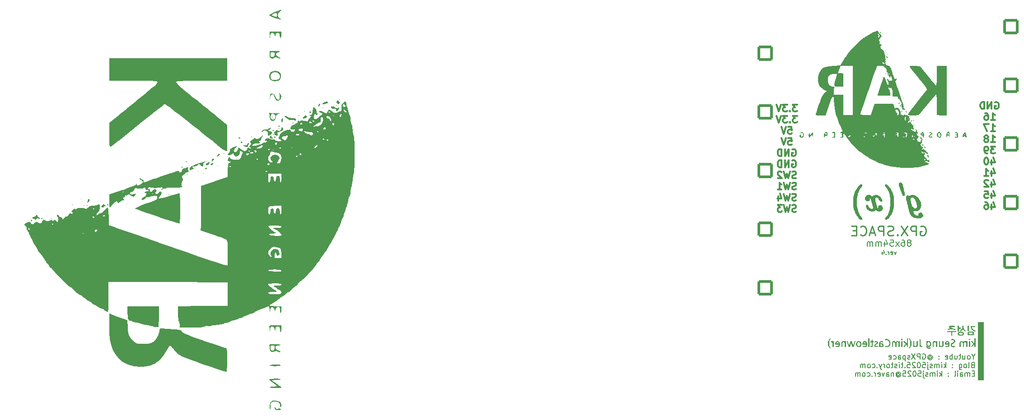
<source format=gbr>
%TF.GenerationSoftware,KiCad,Pcbnew,9.0.3*%
%TF.CreationDate,2025-07-12T21:26:52+09:00*%
%TF.ProjectId,AViC m4,41566943-206d-4342-9e6b-696361645f70,rev?*%
%TF.SameCoordinates,Original*%
%TF.FileFunction,Legend,Bot*%
%TF.FilePolarity,Positive*%
%FSLAX46Y46*%
G04 Gerber Fmt 4.6, Leading zero omitted, Abs format (unit mm)*
G04 Created by KiCad (PCBNEW 9.0.3) date 2025-07-12 21:26:52*
%MOMM*%
%LPD*%
G01*
G04 APERTURE LIST*
G04 Aperture macros list*
%AMRoundRect*
0 Rectangle with rounded corners*
0 $1 Rounding radius*
0 $2 $3 $4 $5 $6 $7 $8 $9 X,Y pos of 4 corners*
0 Add a 4 corners polygon primitive as box body*
4,1,4,$2,$3,$4,$5,$6,$7,$8,$9,$2,$3,0*
0 Add four circle primitives for the rounded corners*
1,1,$1+$1,$2,$3*
1,1,$1+$1,$4,$5*
1,1,$1+$1,$6,$7*
1,1,$1+$1,$8,$9*
0 Add four rect primitives between the rounded corners*
20,1,$1+$1,$2,$3,$4,$5,0*
20,1,$1+$1,$4,$5,$6,$7,0*
20,1,$1+$1,$6,$7,$8,$9,0*
20,1,$1+$1,$8,$9,$2,$3,0*%
G04 Aperture macros list end*
%ADD10C,0.050000*%
%ADD11C,0.300000*%
%ADD12C,0.150000*%
%ADD13C,0.250000*%
%ADD14C,0.000000*%
%ADD15R,1.700000X1.700000*%
%ADD16O,1.700000X1.700000*%
%ADD17RoundRect,0.250001X-1.149999X1.149999X-1.149999X-1.149999X1.149999X-1.149999X1.149999X1.149999X0*%
%ADD18C,2.800000*%
%ADD19RoundRect,0.250001X1.149999X-1.149999X1.149999X1.149999X-1.149999X1.149999X-1.149999X-1.149999X0*%
%ADD20C,7.000000*%
%ADD21C,0.650000*%
%ADD22O,1.000000X2.100000*%
%ADD23O,1.000000X1.600000*%
G04 APERTURE END LIST*
D10*
X219800000Y-127230000D02*
X220800000Y-127230000D01*
X220800000Y-138000000D01*
X219800000Y-138000000D01*
X219800000Y-127230000D01*
G36*
X219800000Y-127230000D02*
G01*
X220800000Y-127230000D01*
X220800000Y-138000000D01*
X219800000Y-138000000D01*
X219800000Y-127230000D01*
G37*
D11*
X222990475Y-85929538D02*
X223114285Y-85867633D01*
X223114285Y-85867633D02*
X223299999Y-85867633D01*
X223299999Y-85867633D02*
X223485713Y-85929538D01*
X223485713Y-85929538D02*
X223609523Y-86053348D01*
X223609523Y-86053348D02*
X223671428Y-86177157D01*
X223671428Y-86177157D02*
X223733332Y-86424776D01*
X223733332Y-86424776D02*
X223733332Y-86610490D01*
X223733332Y-86610490D02*
X223671428Y-86858109D01*
X223671428Y-86858109D02*
X223609523Y-86981919D01*
X223609523Y-86981919D02*
X223485713Y-87105729D01*
X223485713Y-87105729D02*
X223299999Y-87167633D01*
X223299999Y-87167633D02*
X223176190Y-87167633D01*
X223176190Y-87167633D02*
X222990475Y-87105729D01*
X222990475Y-87105729D02*
X222928571Y-87043824D01*
X222928571Y-87043824D02*
X222928571Y-86610490D01*
X222928571Y-86610490D02*
X223176190Y-86610490D01*
X222371428Y-87167633D02*
X222371428Y-85867633D01*
X222371428Y-85867633D02*
X221628571Y-87167633D01*
X221628571Y-87167633D02*
X221628571Y-85867633D01*
X221009523Y-87167633D02*
X221009523Y-85867633D01*
X221009523Y-85867633D02*
X220699999Y-85867633D01*
X220699999Y-85867633D02*
X220514285Y-85929538D01*
X220514285Y-85929538D02*
X220390475Y-86053348D01*
X220390475Y-86053348D02*
X220328570Y-86177157D01*
X220328570Y-86177157D02*
X220266666Y-86424776D01*
X220266666Y-86424776D02*
X220266666Y-86610490D01*
X220266666Y-86610490D02*
X220328570Y-86858109D01*
X220328570Y-86858109D02*
X220390475Y-86981919D01*
X220390475Y-86981919D02*
X220514285Y-87105729D01*
X220514285Y-87105729D02*
X220699999Y-87167633D01*
X220699999Y-87167633D02*
X221009523Y-87167633D01*
X222247618Y-89260560D02*
X222990475Y-89260560D01*
X222619047Y-89260560D02*
X222619047Y-87960560D01*
X222619047Y-87960560D02*
X222742856Y-88146275D01*
X222742856Y-88146275D02*
X222866666Y-88270084D01*
X222866666Y-88270084D02*
X222990475Y-88331989D01*
X221133333Y-87960560D02*
X221380952Y-87960560D01*
X221380952Y-87960560D02*
X221504761Y-88022465D01*
X221504761Y-88022465D02*
X221566666Y-88084370D01*
X221566666Y-88084370D02*
X221690476Y-88270084D01*
X221690476Y-88270084D02*
X221752380Y-88517703D01*
X221752380Y-88517703D02*
X221752380Y-89012941D01*
X221752380Y-89012941D02*
X221690476Y-89136751D01*
X221690476Y-89136751D02*
X221628571Y-89198656D01*
X221628571Y-89198656D02*
X221504761Y-89260560D01*
X221504761Y-89260560D02*
X221257142Y-89260560D01*
X221257142Y-89260560D02*
X221133333Y-89198656D01*
X221133333Y-89198656D02*
X221071428Y-89136751D01*
X221071428Y-89136751D02*
X221009523Y-89012941D01*
X221009523Y-89012941D02*
X221009523Y-88703417D01*
X221009523Y-88703417D02*
X221071428Y-88579608D01*
X221071428Y-88579608D02*
X221133333Y-88517703D01*
X221133333Y-88517703D02*
X221257142Y-88455798D01*
X221257142Y-88455798D02*
X221504761Y-88455798D01*
X221504761Y-88455798D02*
X221628571Y-88517703D01*
X221628571Y-88517703D02*
X221690476Y-88579608D01*
X221690476Y-88579608D02*
X221752380Y-88703417D01*
X222247618Y-91353487D02*
X222990475Y-91353487D01*
X222619047Y-91353487D02*
X222619047Y-90053487D01*
X222619047Y-90053487D02*
X222742856Y-90239202D01*
X222742856Y-90239202D02*
X222866666Y-90363011D01*
X222866666Y-90363011D02*
X222990475Y-90424916D01*
X221814285Y-90053487D02*
X220947619Y-90053487D01*
X220947619Y-90053487D02*
X221504761Y-91353487D01*
X222247618Y-93446414D02*
X222990475Y-93446414D01*
X222619047Y-93446414D02*
X222619047Y-92146414D01*
X222619047Y-92146414D02*
X222742856Y-92332129D01*
X222742856Y-92332129D02*
X222866666Y-92455938D01*
X222866666Y-92455938D02*
X222990475Y-92517843D01*
X221504761Y-92703557D02*
X221628571Y-92641652D01*
X221628571Y-92641652D02*
X221690476Y-92579748D01*
X221690476Y-92579748D02*
X221752380Y-92455938D01*
X221752380Y-92455938D02*
X221752380Y-92394033D01*
X221752380Y-92394033D02*
X221690476Y-92270224D01*
X221690476Y-92270224D02*
X221628571Y-92208319D01*
X221628571Y-92208319D02*
X221504761Y-92146414D01*
X221504761Y-92146414D02*
X221257142Y-92146414D01*
X221257142Y-92146414D02*
X221133333Y-92208319D01*
X221133333Y-92208319D02*
X221071428Y-92270224D01*
X221071428Y-92270224D02*
X221009523Y-92394033D01*
X221009523Y-92394033D02*
X221009523Y-92455938D01*
X221009523Y-92455938D02*
X221071428Y-92579748D01*
X221071428Y-92579748D02*
X221133333Y-92641652D01*
X221133333Y-92641652D02*
X221257142Y-92703557D01*
X221257142Y-92703557D02*
X221504761Y-92703557D01*
X221504761Y-92703557D02*
X221628571Y-92765462D01*
X221628571Y-92765462D02*
X221690476Y-92827367D01*
X221690476Y-92827367D02*
X221752380Y-92951176D01*
X221752380Y-92951176D02*
X221752380Y-93198795D01*
X221752380Y-93198795D02*
X221690476Y-93322605D01*
X221690476Y-93322605D02*
X221628571Y-93384510D01*
X221628571Y-93384510D02*
X221504761Y-93446414D01*
X221504761Y-93446414D02*
X221257142Y-93446414D01*
X221257142Y-93446414D02*
X221133333Y-93384510D01*
X221133333Y-93384510D02*
X221071428Y-93322605D01*
X221071428Y-93322605D02*
X221009523Y-93198795D01*
X221009523Y-93198795D02*
X221009523Y-92951176D01*
X221009523Y-92951176D02*
X221071428Y-92827367D01*
X221071428Y-92827367D02*
X221133333Y-92765462D01*
X221133333Y-92765462D02*
X221257142Y-92703557D01*
X223052380Y-94239341D02*
X222247618Y-94239341D01*
X222247618Y-94239341D02*
X222680952Y-94734579D01*
X222680952Y-94734579D02*
X222495237Y-94734579D01*
X222495237Y-94734579D02*
X222371428Y-94796484D01*
X222371428Y-94796484D02*
X222309523Y-94858389D01*
X222309523Y-94858389D02*
X222247618Y-94982198D01*
X222247618Y-94982198D02*
X222247618Y-95291722D01*
X222247618Y-95291722D02*
X222309523Y-95415532D01*
X222309523Y-95415532D02*
X222371428Y-95477437D01*
X222371428Y-95477437D02*
X222495237Y-95539341D01*
X222495237Y-95539341D02*
X222866666Y-95539341D01*
X222866666Y-95539341D02*
X222990475Y-95477437D01*
X222990475Y-95477437D02*
X223052380Y-95415532D01*
X221628571Y-95539341D02*
X221380952Y-95539341D01*
X221380952Y-95539341D02*
X221257142Y-95477437D01*
X221257142Y-95477437D02*
X221195238Y-95415532D01*
X221195238Y-95415532D02*
X221071428Y-95229817D01*
X221071428Y-95229817D02*
X221009523Y-94982198D01*
X221009523Y-94982198D02*
X221009523Y-94486960D01*
X221009523Y-94486960D02*
X221071428Y-94363151D01*
X221071428Y-94363151D02*
X221133333Y-94301246D01*
X221133333Y-94301246D02*
X221257142Y-94239341D01*
X221257142Y-94239341D02*
X221504761Y-94239341D01*
X221504761Y-94239341D02*
X221628571Y-94301246D01*
X221628571Y-94301246D02*
X221690476Y-94363151D01*
X221690476Y-94363151D02*
X221752380Y-94486960D01*
X221752380Y-94486960D02*
X221752380Y-94796484D01*
X221752380Y-94796484D02*
X221690476Y-94920294D01*
X221690476Y-94920294D02*
X221628571Y-94982198D01*
X221628571Y-94982198D02*
X221504761Y-95044103D01*
X221504761Y-95044103D02*
X221257142Y-95044103D01*
X221257142Y-95044103D02*
X221133333Y-94982198D01*
X221133333Y-94982198D02*
X221071428Y-94920294D01*
X221071428Y-94920294D02*
X221009523Y-94796484D01*
X222371428Y-96765602D02*
X222371428Y-97632268D01*
X222680952Y-96270364D02*
X222990475Y-97198935D01*
X222990475Y-97198935D02*
X222185714Y-97198935D01*
X221442857Y-96332268D02*
X221319047Y-96332268D01*
X221319047Y-96332268D02*
X221195238Y-96394173D01*
X221195238Y-96394173D02*
X221133333Y-96456078D01*
X221133333Y-96456078D02*
X221071428Y-96579887D01*
X221071428Y-96579887D02*
X221009523Y-96827506D01*
X221009523Y-96827506D02*
X221009523Y-97137030D01*
X221009523Y-97137030D02*
X221071428Y-97384649D01*
X221071428Y-97384649D02*
X221133333Y-97508459D01*
X221133333Y-97508459D02*
X221195238Y-97570364D01*
X221195238Y-97570364D02*
X221319047Y-97632268D01*
X221319047Y-97632268D02*
X221442857Y-97632268D01*
X221442857Y-97632268D02*
X221566666Y-97570364D01*
X221566666Y-97570364D02*
X221628571Y-97508459D01*
X221628571Y-97508459D02*
X221690476Y-97384649D01*
X221690476Y-97384649D02*
X221752380Y-97137030D01*
X221752380Y-97137030D02*
X221752380Y-96827506D01*
X221752380Y-96827506D02*
X221690476Y-96579887D01*
X221690476Y-96579887D02*
X221628571Y-96456078D01*
X221628571Y-96456078D02*
X221566666Y-96394173D01*
X221566666Y-96394173D02*
X221442857Y-96332268D01*
X222371428Y-98858529D02*
X222371428Y-99725195D01*
X222680952Y-98363291D02*
X222990475Y-99291862D01*
X222990475Y-99291862D02*
X222185714Y-99291862D01*
X221009523Y-99725195D02*
X221752380Y-99725195D01*
X221380952Y-99725195D02*
X221380952Y-98425195D01*
X221380952Y-98425195D02*
X221504761Y-98610910D01*
X221504761Y-98610910D02*
X221628571Y-98734719D01*
X221628571Y-98734719D02*
X221752380Y-98796624D01*
X222371428Y-100951456D02*
X222371428Y-101818122D01*
X222680952Y-100456218D02*
X222990475Y-101384789D01*
X222990475Y-101384789D02*
X222185714Y-101384789D01*
X221752380Y-100641932D02*
X221690476Y-100580027D01*
X221690476Y-100580027D02*
X221566666Y-100518122D01*
X221566666Y-100518122D02*
X221257142Y-100518122D01*
X221257142Y-100518122D02*
X221133333Y-100580027D01*
X221133333Y-100580027D02*
X221071428Y-100641932D01*
X221071428Y-100641932D02*
X221009523Y-100765741D01*
X221009523Y-100765741D02*
X221009523Y-100889551D01*
X221009523Y-100889551D02*
X221071428Y-101075265D01*
X221071428Y-101075265D02*
X221814285Y-101818122D01*
X221814285Y-101818122D02*
X221009523Y-101818122D01*
X222371428Y-103044383D02*
X222371428Y-103911049D01*
X222680952Y-102549145D02*
X222990475Y-103477716D01*
X222990475Y-103477716D02*
X222185714Y-103477716D01*
X221071428Y-102611049D02*
X221690476Y-102611049D01*
X221690476Y-102611049D02*
X221752380Y-103230097D01*
X221752380Y-103230097D02*
X221690476Y-103168192D01*
X221690476Y-103168192D02*
X221566666Y-103106287D01*
X221566666Y-103106287D02*
X221257142Y-103106287D01*
X221257142Y-103106287D02*
X221133333Y-103168192D01*
X221133333Y-103168192D02*
X221071428Y-103230097D01*
X221071428Y-103230097D02*
X221009523Y-103353906D01*
X221009523Y-103353906D02*
X221009523Y-103663430D01*
X221009523Y-103663430D02*
X221071428Y-103787240D01*
X221071428Y-103787240D02*
X221133333Y-103849145D01*
X221133333Y-103849145D02*
X221257142Y-103911049D01*
X221257142Y-103911049D02*
X221566666Y-103911049D01*
X221566666Y-103911049D02*
X221690476Y-103849145D01*
X221690476Y-103849145D02*
X221752380Y-103787240D01*
X222371428Y-105137310D02*
X222371428Y-106003976D01*
X222680952Y-104642072D02*
X222990475Y-105570643D01*
X222990475Y-105570643D02*
X222185714Y-105570643D01*
X221133333Y-104703976D02*
X221380952Y-104703976D01*
X221380952Y-104703976D02*
X221504761Y-104765881D01*
X221504761Y-104765881D02*
X221566666Y-104827786D01*
X221566666Y-104827786D02*
X221690476Y-105013500D01*
X221690476Y-105013500D02*
X221752380Y-105261119D01*
X221752380Y-105261119D02*
X221752380Y-105756357D01*
X221752380Y-105756357D02*
X221690476Y-105880167D01*
X221690476Y-105880167D02*
X221628571Y-105942072D01*
X221628571Y-105942072D02*
X221504761Y-106003976D01*
X221504761Y-106003976D02*
X221257142Y-106003976D01*
X221257142Y-106003976D02*
X221133333Y-105942072D01*
X221133333Y-105942072D02*
X221071428Y-105880167D01*
X221071428Y-105880167D02*
X221009523Y-105756357D01*
X221009523Y-105756357D02*
X221009523Y-105446833D01*
X221009523Y-105446833D02*
X221071428Y-105323024D01*
X221071428Y-105323024D02*
X221133333Y-105261119D01*
X221133333Y-105261119D02*
X221257142Y-105199214D01*
X221257142Y-105199214D02*
X221504761Y-105199214D01*
X221504761Y-105199214D02*
X221628571Y-105261119D01*
X221628571Y-105261119D02*
X221690476Y-105323024D01*
X221690476Y-105323024D02*
X221752380Y-105446833D01*
X185919047Y-86367633D02*
X185114285Y-86367633D01*
X185114285Y-86367633D02*
X185547619Y-86862871D01*
X185547619Y-86862871D02*
X185361904Y-86862871D01*
X185361904Y-86862871D02*
X185238095Y-86924776D01*
X185238095Y-86924776D02*
X185176190Y-86986681D01*
X185176190Y-86986681D02*
X185114285Y-87110490D01*
X185114285Y-87110490D02*
X185114285Y-87420014D01*
X185114285Y-87420014D02*
X185176190Y-87543824D01*
X185176190Y-87543824D02*
X185238095Y-87605729D01*
X185238095Y-87605729D02*
X185361904Y-87667633D01*
X185361904Y-87667633D02*
X185733333Y-87667633D01*
X185733333Y-87667633D02*
X185857142Y-87605729D01*
X185857142Y-87605729D02*
X185919047Y-87543824D01*
X184557143Y-87543824D02*
X184495238Y-87605729D01*
X184495238Y-87605729D02*
X184557143Y-87667633D01*
X184557143Y-87667633D02*
X184619047Y-87605729D01*
X184619047Y-87605729D02*
X184557143Y-87543824D01*
X184557143Y-87543824D02*
X184557143Y-87667633D01*
X184061904Y-86367633D02*
X183257142Y-86367633D01*
X183257142Y-86367633D02*
X183690476Y-86862871D01*
X183690476Y-86862871D02*
X183504761Y-86862871D01*
X183504761Y-86862871D02*
X183380952Y-86924776D01*
X183380952Y-86924776D02*
X183319047Y-86986681D01*
X183319047Y-86986681D02*
X183257142Y-87110490D01*
X183257142Y-87110490D02*
X183257142Y-87420014D01*
X183257142Y-87420014D02*
X183319047Y-87543824D01*
X183319047Y-87543824D02*
X183380952Y-87605729D01*
X183380952Y-87605729D02*
X183504761Y-87667633D01*
X183504761Y-87667633D02*
X183876190Y-87667633D01*
X183876190Y-87667633D02*
X183999999Y-87605729D01*
X183999999Y-87605729D02*
X184061904Y-87543824D01*
X182885714Y-86367633D02*
X182452381Y-87667633D01*
X182452381Y-87667633D02*
X182019047Y-86367633D01*
X185919047Y-88460560D02*
X185114285Y-88460560D01*
X185114285Y-88460560D02*
X185547619Y-88955798D01*
X185547619Y-88955798D02*
X185361904Y-88955798D01*
X185361904Y-88955798D02*
X185238095Y-89017703D01*
X185238095Y-89017703D02*
X185176190Y-89079608D01*
X185176190Y-89079608D02*
X185114285Y-89203417D01*
X185114285Y-89203417D02*
X185114285Y-89512941D01*
X185114285Y-89512941D02*
X185176190Y-89636751D01*
X185176190Y-89636751D02*
X185238095Y-89698656D01*
X185238095Y-89698656D02*
X185361904Y-89760560D01*
X185361904Y-89760560D02*
X185733333Y-89760560D01*
X185733333Y-89760560D02*
X185857142Y-89698656D01*
X185857142Y-89698656D02*
X185919047Y-89636751D01*
X184557143Y-89636751D02*
X184495238Y-89698656D01*
X184495238Y-89698656D02*
X184557143Y-89760560D01*
X184557143Y-89760560D02*
X184619047Y-89698656D01*
X184619047Y-89698656D02*
X184557143Y-89636751D01*
X184557143Y-89636751D02*
X184557143Y-89760560D01*
X184061904Y-88460560D02*
X183257142Y-88460560D01*
X183257142Y-88460560D02*
X183690476Y-88955798D01*
X183690476Y-88955798D02*
X183504761Y-88955798D01*
X183504761Y-88955798D02*
X183380952Y-89017703D01*
X183380952Y-89017703D02*
X183319047Y-89079608D01*
X183319047Y-89079608D02*
X183257142Y-89203417D01*
X183257142Y-89203417D02*
X183257142Y-89512941D01*
X183257142Y-89512941D02*
X183319047Y-89636751D01*
X183319047Y-89636751D02*
X183380952Y-89698656D01*
X183380952Y-89698656D02*
X183504761Y-89760560D01*
X183504761Y-89760560D02*
X183876190Y-89760560D01*
X183876190Y-89760560D02*
X183999999Y-89698656D01*
X183999999Y-89698656D02*
X184061904Y-89636751D01*
X182885714Y-88460560D02*
X182452381Y-89760560D01*
X182452381Y-89760560D02*
X182019047Y-88460560D01*
X184247618Y-90553487D02*
X184866666Y-90553487D01*
X184866666Y-90553487D02*
X184928570Y-91172535D01*
X184928570Y-91172535D02*
X184866666Y-91110630D01*
X184866666Y-91110630D02*
X184742856Y-91048725D01*
X184742856Y-91048725D02*
X184433332Y-91048725D01*
X184433332Y-91048725D02*
X184309523Y-91110630D01*
X184309523Y-91110630D02*
X184247618Y-91172535D01*
X184247618Y-91172535D02*
X184185713Y-91296344D01*
X184185713Y-91296344D02*
X184185713Y-91605868D01*
X184185713Y-91605868D02*
X184247618Y-91729678D01*
X184247618Y-91729678D02*
X184309523Y-91791583D01*
X184309523Y-91791583D02*
X184433332Y-91853487D01*
X184433332Y-91853487D02*
X184742856Y-91853487D01*
X184742856Y-91853487D02*
X184866666Y-91791583D01*
X184866666Y-91791583D02*
X184928570Y-91729678D01*
X183814285Y-90553487D02*
X183380952Y-91853487D01*
X183380952Y-91853487D02*
X182947618Y-90553487D01*
X184247618Y-92646414D02*
X184866666Y-92646414D01*
X184866666Y-92646414D02*
X184928570Y-93265462D01*
X184928570Y-93265462D02*
X184866666Y-93203557D01*
X184866666Y-93203557D02*
X184742856Y-93141652D01*
X184742856Y-93141652D02*
X184433332Y-93141652D01*
X184433332Y-93141652D02*
X184309523Y-93203557D01*
X184309523Y-93203557D02*
X184247618Y-93265462D01*
X184247618Y-93265462D02*
X184185713Y-93389271D01*
X184185713Y-93389271D02*
X184185713Y-93698795D01*
X184185713Y-93698795D02*
X184247618Y-93822605D01*
X184247618Y-93822605D02*
X184309523Y-93884510D01*
X184309523Y-93884510D02*
X184433332Y-93946414D01*
X184433332Y-93946414D02*
X184742856Y-93946414D01*
X184742856Y-93946414D02*
X184866666Y-93884510D01*
X184866666Y-93884510D02*
X184928570Y-93822605D01*
X183814285Y-92646414D02*
X183380952Y-93946414D01*
X183380952Y-93946414D02*
X182947618Y-92646414D01*
X184990475Y-94801246D02*
X185114285Y-94739341D01*
X185114285Y-94739341D02*
X185299999Y-94739341D01*
X185299999Y-94739341D02*
X185485713Y-94801246D01*
X185485713Y-94801246D02*
X185609523Y-94925056D01*
X185609523Y-94925056D02*
X185671428Y-95048865D01*
X185671428Y-95048865D02*
X185733332Y-95296484D01*
X185733332Y-95296484D02*
X185733332Y-95482198D01*
X185733332Y-95482198D02*
X185671428Y-95729817D01*
X185671428Y-95729817D02*
X185609523Y-95853627D01*
X185609523Y-95853627D02*
X185485713Y-95977437D01*
X185485713Y-95977437D02*
X185299999Y-96039341D01*
X185299999Y-96039341D02*
X185176190Y-96039341D01*
X185176190Y-96039341D02*
X184990475Y-95977437D01*
X184990475Y-95977437D02*
X184928571Y-95915532D01*
X184928571Y-95915532D02*
X184928571Y-95482198D01*
X184928571Y-95482198D02*
X185176190Y-95482198D01*
X184371428Y-96039341D02*
X184371428Y-94739341D01*
X184371428Y-94739341D02*
X183628571Y-96039341D01*
X183628571Y-96039341D02*
X183628571Y-94739341D01*
X183009523Y-96039341D02*
X183009523Y-94739341D01*
X183009523Y-94739341D02*
X182699999Y-94739341D01*
X182699999Y-94739341D02*
X182514285Y-94801246D01*
X182514285Y-94801246D02*
X182390475Y-94925056D01*
X182390475Y-94925056D02*
X182328570Y-95048865D01*
X182328570Y-95048865D02*
X182266666Y-95296484D01*
X182266666Y-95296484D02*
X182266666Y-95482198D01*
X182266666Y-95482198D02*
X182328570Y-95729817D01*
X182328570Y-95729817D02*
X182390475Y-95853627D01*
X182390475Y-95853627D02*
X182514285Y-95977437D01*
X182514285Y-95977437D02*
X182699999Y-96039341D01*
X182699999Y-96039341D02*
X183009523Y-96039341D01*
X184990475Y-96894173D02*
X185114285Y-96832268D01*
X185114285Y-96832268D02*
X185299999Y-96832268D01*
X185299999Y-96832268D02*
X185485713Y-96894173D01*
X185485713Y-96894173D02*
X185609523Y-97017983D01*
X185609523Y-97017983D02*
X185671428Y-97141792D01*
X185671428Y-97141792D02*
X185733332Y-97389411D01*
X185733332Y-97389411D02*
X185733332Y-97575125D01*
X185733332Y-97575125D02*
X185671428Y-97822744D01*
X185671428Y-97822744D02*
X185609523Y-97946554D01*
X185609523Y-97946554D02*
X185485713Y-98070364D01*
X185485713Y-98070364D02*
X185299999Y-98132268D01*
X185299999Y-98132268D02*
X185176190Y-98132268D01*
X185176190Y-98132268D02*
X184990475Y-98070364D01*
X184990475Y-98070364D02*
X184928571Y-98008459D01*
X184928571Y-98008459D02*
X184928571Y-97575125D01*
X184928571Y-97575125D02*
X185176190Y-97575125D01*
X184371428Y-98132268D02*
X184371428Y-96832268D01*
X184371428Y-96832268D02*
X183628571Y-98132268D01*
X183628571Y-98132268D02*
X183628571Y-96832268D01*
X183009523Y-98132268D02*
X183009523Y-96832268D01*
X183009523Y-96832268D02*
X182699999Y-96832268D01*
X182699999Y-96832268D02*
X182514285Y-96894173D01*
X182514285Y-96894173D02*
X182390475Y-97017983D01*
X182390475Y-97017983D02*
X182328570Y-97141792D01*
X182328570Y-97141792D02*
X182266666Y-97389411D01*
X182266666Y-97389411D02*
X182266666Y-97575125D01*
X182266666Y-97575125D02*
X182328570Y-97822744D01*
X182328570Y-97822744D02*
X182390475Y-97946554D01*
X182390475Y-97946554D02*
X182514285Y-98070364D01*
X182514285Y-98070364D02*
X182699999Y-98132268D01*
X182699999Y-98132268D02*
X183009523Y-98132268D01*
X185733332Y-100163291D02*
X185547618Y-100225195D01*
X185547618Y-100225195D02*
X185238094Y-100225195D01*
X185238094Y-100225195D02*
X185114285Y-100163291D01*
X185114285Y-100163291D02*
X185052380Y-100101386D01*
X185052380Y-100101386D02*
X184990475Y-99977576D01*
X184990475Y-99977576D02*
X184990475Y-99853767D01*
X184990475Y-99853767D02*
X185052380Y-99729957D01*
X185052380Y-99729957D02*
X185114285Y-99668052D01*
X185114285Y-99668052D02*
X185238094Y-99606148D01*
X185238094Y-99606148D02*
X185485713Y-99544243D01*
X185485713Y-99544243D02*
X185609523Y-99482338D01*
X185609523Y-99482338D02*
X185671428Y-99420433D01*
X185671428Y-99420433D02*
X185733332Y-99296624D01*
X185733332Y-99296624D02*
X185733332Y-99172814D01*
X185733332Y-99172814D02*
X185671428Y-99049005D01*
X185671428Y-99049005D02*
X185609523Y-98987100D01*
X185609523Y-98987100D02*
X185485713Y-98925195D01*
X185485713Y-98925195D02*
X185176190Y-98925195D01*
X185176190Y-98925195D02*
X184990475Y-98987100D01*
X184557142Y-98925195D02*
X184247618Y-100225195D01*
X184247618Y-100225195D02*
X183999999Y-99296624D01*
X183999999Y-99296624D02*
X183752380Y-100225195D01*
X183752380Y-100225195D02*
X183442857Y-98925195D01*
X183009523Y-99049005D02*
X182947619Y-98987100D01*
X182947619Y-98987100D02*
X182823809Y-98925195D01*
X182823809Y-98925195D02*
X182514285Y-98925195D01*
X182514285Y-98925195D02*
X182390476Y-98987100D01*
X182390476Y-98987100D02*
X182328571Y-99049005D01*
X182328571Y-99049005D02*
X182266666Y-99172814D01*
X182266666Y-99172814D02*
X182266666Y-99296624D01*
X182266666Y-99296624D02*
X182328571Y-99482338D01*
X182328571Y-99482338D02*
X183071428Y-100225195D01*
X183071428Y-100225195D02*
X182266666Y-100225195D01*
X185733332Y-102256218D02*
X185547618Y-102318122D01*
X185547618Y-102318122D02*
X185238094Y-102318122D01*
X185238094Y-102318122D02*
X185114285Y-102256218D01*
X185114285Y-102256218D02*
X185052380Y-102194313D01*
X185052380Y-102194313D02*
X184990475Y-102070503D01*
X184990475Y-102070503D02*
X184990475Y-101946694D01*
X184990475Y-101946694D02*
X185052380Y-101822884D01*
X185052380Y-101822884D02*
X185114285Y-101760979D01*
X185114285Y-101760979D02*
X185238094Y-101699075D01*
X185238094Y-101699075D02*
X185485713Y-101637170D01*
X185485713Y-101637170D02*
X185609523Y-101575265D01*
X185609523Y-101575265D02*
X185671428Y-101513360D01*
X185671428Y-101513360D02*
X185733332Y-101389551D01*
X185733332Y-101389551D02*
X185733332Y-101265741D01*
X185733332Y-101265741D02*
X185671428Y-101141932D01*
X185671428Y-101141932D02*
X185609523Y-101080027D01*
X185609523Y-101080027D02*
X185485713Y-101018122D01*
X185485713Y-101018122D02*
X185176190Y-101018122D01*
X185176190Y-101018122D02*
X184990475Y-101080027D01*
X184557142Y-101018122D02*
X184247618Y-102318122D01*
X184247618Y-102318122D02*
X183999999Y-101389551D01*
X183999999Y-101389551D02*
X183752380Y-102318122D01*
X183752380Y-102318122D02*
X183442857Y-101018122D01*
X182266666Y-102318122D02*
X183009523Y-102318122D01*
X182638095Y-102318122D02*
X182638095Y-101018122D01*
X182638095Y-101018122D02*
X182761904Y-101203837D01*
X182761904Y-101203837D02*
X182885714Y-101327646D01*
X182885714Y-101327646D02*
X183009523Y-101389551D01*
X185733332Y-104349145D02*
X185547618Y-104411049D01*
X185547618Y-104411049D02*
X185238094Y-104411049D01*
X185238094Y-104411049D02*
X185114285Y-104349145D01*
X185114285Y-104349145D02*
X185052380Y-104287240D01*
X185052380Y-104287240D02*
X184990475Y-104163430D01*
X184990475Y-104163430D02*
X184990475Y-104039621D01*
X184990475Y-104039621D02*
X185052380Y-103915811D01*
X185052380Y-103915811D02*
X185114285Y-103853906D01*
X185114285Y-103853906D02*
X185238094Y-103792002D01*
X185238094Y-103792002D02*
X185485713Y-103730097D01*
X185485713Y-103730097D02*
X185609523Y-103668192D01*
X185609523Y-103668192D02*
X185671428Y-103606287D01*
X185671428Y-103606287D02*
X185733332Y-103482478D01*
X185733332Y-103482478D02*
X185733332Y-103358668D01*
X185733332Y-103358668D02*
X185671428Y-103234859D01*
X185671428Y-103234859D02*
X185609523Y-103172954D01*
X185609523Y-103172954D02*
X185485713Y-103111049D01*
X185485713Y-103111049D02*
X185176190Y-103111049D01*
X185176190Y-103111049D02*
X184990475Y-103172954D01*
X184557142Y-103111049D02*
X184247618Y-104411049D01*
X184247618Y-104411049D02*
X183999999Y-103482478D01*
X183999999Y-103482478D02*
X183752380Y-104411049D01*
X183752380Y-104411049D02*
X183442857Y-103111049D01*
X182390476Y-103544383D02*
X182390476Y-104411049D01*
X182700000Y-103049145D02*
X183009523Y-103977716D01*
X183009523Y-103977716D02*
X182204762Y-103977716D01*
X185733332Y-106442072D02*
X185547618Y-106503976D01*
X185547618Y-106503976D02*
X185238094Y-106503976D01*
X185238094Y-106503976D02*
X185114285Y-106442072D01*
X185114285Y-106442072D02*
X185052380Y-106380167D01*
X185052380Y-106380167D02*
X184990475Y-106256357D01*
X184990475Y-106256357D02*
X184990475Y-106132548D01*
X184990475Y-106132548D02*
X185052380Y-106008738D01*
X185052380Y-106008738D02*
X185114285Y-105946833D01*
X185114285Y-105946833D02*
X185238094Y-105884929D01*
X185238094Y-105884929D02*
X185485713Y-105823024D01*
X185485713Y-105823024D02*
X185609523Y-105761119D01*
X185609523Y-105761119D02*
X185671428Y-105699214D01*
X185671428Y-105699214D02*
X185733332Y-105575405D01*
X185733332Y-105575405D02*
X185733332Y-105451595D01*
X185733332Y-105451595D02*
X185671428Y-105327786D01*
X185671428Y-105327786D02*
X185609523Y-105265881D01*
X185609523Y-105265881D02*
X185485713Y-105203976D01*
X185485713Y-105203976D02*
X185176190Y-105203976D01*
X185176190Y-105203976D02*
X184990475Y-105265881D01*
X184557142Y-105203976D02*
X184247618Y-106503976D01*
X184247618Y-106503976D02*
X183999999Y-105575405D01*
X183999999Y-105575405D02*
X183752380Y-106503976D01*
X183752380Y-106503976D02*
X183442857Y-105203976D01*
X183071428Y-105203976D02*
X182266666Y-105203976D01*
X182266666Y-105203976D02*
X182700000Y-105699214D01*
X182700000Y-105699214D02*
X182514285Y-105699214D01*
X182514285Y-105699214D02*
X182390476Y-105761119D01*
X182390476Y-105761119D02*
X182328571Y-105823024D01*
X182328571Y-105823024D02*
X182266666Y-105946833D01*
X182266666Y-105946833D02*
X182266666Y-106256357D01*
X182266666Y-106256357D02*
X182328571Y-106380167D01*
X182328571Y-106380167D02*
X182390476Y-106442072D01*
X182390476Y-106442072D02*
X182514285Y-106503976D01*
X182514285Y-106503976D02*
X182885714Y-106503976D01*
X182885714Y-106503976D02*
X183009523Y-106442072D01*
X183009523Y-106442072D02*
X183071428Y-106380167D01*
D12*
X204480341Y-113975722D02*
X204289865Y-114509056D01*
X204289865Y-114509056D02*
X204099388Y-113975722D01*
X203489864Y-114470961D02*
X203566055Y-114509056D01*
X203566055Y-114509056D02*
X203718436Y-114509056D01*
X203718436Y-114509056D02*
X203794626Y-114470961D01*
X203794626Y-114470961D02*
X203832722Y-114394770D01*
X203832722Y-114394770D02*
X203832722Y-114090008D01*
X203832722Y-114090008D02*
X203794626Y-114013818D01*
X203794626Y-114013818D02*
X203718436Y-113975722D01*
X203718436Y-113975722D02*
X203566055Y-113975722D01*
X203566055Y-113975722D02*
X203489864Y-114013818D01*
X203489864Y-114013818D02*
X203451769Y-114090008D01*
X203451769Y-114090008D02*
X203451769Y-114166199D01*
X203451769Y-114166199D02*
X203832722Y-114242389D01*
X203108912Y-114509056D02*
X203108912Y-113975722D01*
X203108912Y-114128103D02*
X203070817Y-114051913D01*
X203070817Y-114051913D02*
X203032722Y-114013818D01*
X203032722Y-114013818D02*
X202956531Y-113975722D01*
X202956531Y-113975722D02*
X202880341Y-113975722D01*
X202613674Y-114432865D02*
X202575579Y-114470961D01*
X202575579Y-114470961D02*
X202613674Y-114509056D01*
X202613674Y-114509056D02*
X202651770Y-114470961D01*
X202651770Y-114470961D02*
X202613674Y-114432865D01*
X202613674Y-114432865D02*
X202613674Y-114509056D01*
X201889865Y-113975722D02*
X201889865Y-114509056D01*
X202080341Y-113670961D02*
X202270818Y-114242389D01*
X202270818Y-114242389D02*
X201775579Y-114242389D01*
X207042246Y-112258389D02*
X207156531Y-112201246D01*
X207156531Y-112201246D02*
X207213674Y-112144103D01*
X207213674Y-112144103D02*
X207270817Y-112029818D01*
X207270817Y-112029818D02*
X207270817Y-111972675D01*
X207270817Y-111972675D02*
X207213674Y-111858389D01*
X207213674Y-111858389D02*
X207156531Y-111801246D01*
X207156531Y-111801246D02*
X207042246Y-111744103D01*
X207042246Y-111744103D02*
X206813674Y-111744103D01*
X206813674Y-111744103D02*
X206699389Y-111801246D01*
X206699389Y-111801246D02*
X206642246Y-111858389D01*
X206642246Y-111858389D02*
X206585103Y-111972675D01*
X206585103Y-111972675D02*
X206585103Y-112029818D01*
X206585103Y-112029818D02*
X206642246Y-112144103D01*
X206642246Y-112144103D02*
X206699389Y-112201246D01*
X206699389Y-112201246D02*
X206813674Y-112258389D01*
X206813674Y-112258389D02*
X207042246Y-112258389D01*
X207042246Y-112258389D02*
X207156531Y-112315532D01*
X207156531Y-112315532D02*
X207213674Y-112372675D01*
X207213674Y-112372675D02*
X207270817Y-112486961D01*
X207270817Y-112486961D02*
X207270817Y-112715532D01*
X207270817Y-112715532D02*
X207213674Y-112829818D01*
X207213674Y-112829818D02*
X207156531Y-112886961D01*
X207156531Y-112886961D02*
X207042246Y-112944103D01*
X207042246Y-112944103D02*
X206813674Y-112944103D01*
X206813674Y-112944103D02*
X206699389Y-112886961D01*
X206699389Y-112886961D02*
X206642246Y-112829818D01*
X206642246Y-112829818D02*
X206585103Y-112715532D01*
X206585103Y-112715532D02*
X206585103Y-112486961D01*
X206585103Y-112486961D02*
X206642246Y-112372675D01*
X206642246Y-112372675D02*
X206699389Y-112315532D01*
X206699389Y-112315532D02*
X206813674Y-112258389D01*
X205556532Y-111744103D02*
X205785103Y-111744103D01*
X205785103Y-111744103D02*
X205899389Y-111801246D01*
X205899389Y-111801246D02*
X205956532Y-111858389D01*
X205956532Y-111858389D02*
X206070817Y-112029818D01*
X206070817Y-112029818D02*
X206127960Y-112258389D01*
X206127960Y-112258389D02*
X206127960Y-112715532D01*
X206127960Y-112715532D02*
X206070817Y-112829818D01*
X206070817Y-112829818D02*
X206013674Y-112886961D01*
X206013674Y-112886961D02*
X205899389Y-112944103D01*
X205899389Y-112944103D02*
X205670817Y-112944103D01*
X205670817Y-112944103D02*
X205556532Y-112886961D01*
X205556532Y-112886961D02*
X205499389Y-112829818D01*
X205499389Y-112829818D02*
X205442246Y-112715532D01*
X205442246Y-112715532D02*
X205442246Y-112429818D01*
X205442246Y-112429818D02*
X205499389Y-112315532D01*
X205499389Y-112315532D02*
X205556532Y-112258389D01*
X205556532Y-112258389D02*
X205670817Y-112201246D01*
X205670817Y-112201246D02*
X205899389Y-112201246D01*
X205899389Y-112201246D02*
X206013674Y-112258389D01*
X206013674Y-112258389D02*
X206070817Y-112315532D01*
X206070817Y-112315532D02*
X206127960Y-112429818D01*
X205042246Y-112944103D02*
X204413675Y-112144103D01*
X205042246Y-112144103D02*
X204413675Y-112944103D01*
X203385103Y-111744103D02*
X203956531Y-111744103D01*
X203956531Y-111744103D02*
X204013674Y-112315532D01*
X204013674Y-112315532D02*
X203956531Y-112258389D01*
X203956531Y-112258389D02*
X203842246Y-112201246D01*
X203842246Y-112201246D02*
X203556531Y-112201246D01*
X203556531Y-112201246D02*
X203442246Y-112258389D01*
X203442246Y-112258389D02*
X203385103Y-112315532D01*
X203385103Y-112315532D02*
X203327960Y-112429818D01*
X203327960Y-112429818D02*
X203327960Y-112715532D01*
X203327960Y-112715532D02*
X203385103Y-112829818D01*
X203385103Y-112829818D02*
X203442246Y-112886961D01*
X203442246Y-112886961D02*
X203556531Y-112944103D01*
X203556531Y-112944103D02*
X203842246Y-112944103D01*
X203842246Y-112944103D02*
X203956531Y-112886961D01*
X203956531Y-112886961D02*
X204013674Y-112829818D01*
X202299389Y-112144103D02*
X202299389Y-112944103D01*
X202585103Y-111686961D02*
X202870817Y-112544103D01*
X202870817Y-112544103D02*
X202127960Y-112544103D01*
X201670817Y-112944103D02*
X201670817Y-112144103D01*
X201670817Y-112258389D02*
X201613674Y-112201246D01*
X201613674Y-112201246D02*
X201499389Y-112144103D01*
X201499389Y-112144103D02*
X201327960Y-112144103D01*
X201327960Y-112144103D02*
X201213674Y-112201246D01*
X201213674Y-112201246D02*
X201156532Y-112315532D01*
X201156532Y-112315532D02*
X201156532Y-112944103D01*
X201156532Y-112315532D02*
X201099389Y-112201246D01*
X201099389Y-112201246D02*
X200985103Y-112144103D01*
X200985103Y-112144103D02*
X200813674Y-112144103D01*
X200813674Y-112144103D02*
X200699389Y-112201246D01*
X200699389Y-112201246D02*
X200642246Y-112315532D01*
X200642246Y-112315532D02*
X200642246Y-112944103D01*
X200070817Y-112944103D02*
X200070817Y-112144103D01*
X200070817Y-112258389D02*
X200013674Y-112201246D01*
X200013674Y-112201246D02*
X199899389Y-112144103D01*
X199899389Y-112144103D02*
X199727960Y-112144103D01*
X199727960Y-112144103D02*
X199613674Y-112201246D01*
X199613674Y-112201246D02*
X199556532Y-112315532D01*
X199556532Y-112315532D02*
X199556532Y-112944103D01*
X199556532Y-112315532D02*
X199499389Y-112201246D01*
X199499389Y-112201246D02*
X199385103Y-112144103D01*
X199385103Y-112144103D02*
X199213674Y-112144103D01*
X199213674Y-112144103D02*
X199099389Y-112201246D01*
X199099389Y-112201246D02*
X199042246Y-112315532D01*
X199042246Y-112315532D02*
X199042246Y-112944103D01*
D13*
X209085103Y-109252189D02*
X209256532Y-109166475D01*
X209256532Y-109166475D02*
X209513674Y-109166475D01*
X209513674Y-109166475D02*
X209770817Y-109252189D01*
X209770817Y-109252189D02*
X209942246Y-109423618D01*
X209942246Y-109423618D02*
X210027960Y-109595046D01*
X210027960Y-109595046D02*
X210113674Y-109937903D01*
X210113674Y-109937903D02*
X210113674Y-110195046D01*
X210113674Y-110195046D02*
X210027960Y-110537903D01*
X210027960Y-110537903D02*
X209942246Y-110709332D01*
X209942246Y-110709332D02*
X209770817Y-110880761D01*
X209770817Y-110880761D02*
X209513674Y-110966475D01*
X209513674Y-110966475D02*
X209342246Y-110966475D01*
X209342246Y-110966475D02*
X209085103Y-110880761D01*
X209085103Y-110880761D02*
X208999389Y-110795046D01*
X208999389Y-110795046D02*
X208999389Y-110195046D01*
X208999389Y-110195046D02*
X209342246Y-110195046D01*
X208227960Y-110966475D02*
X208227960Y-109166475D01*
X208227960Y-109166475D02*
X207542246Y-109166475D01*
X207542246Y-109166475D02*
X207370817Y-109252189D01*
X207370817Y-109252189D02*
X207285103Y-109337903D01*
X207285103Y-109337903D02*
X207199389Y-109509332D01*
X207199389Y-109509332D02*
X207199389Y-109766475D01*
X207199389Y-109766475D02*
X207285103Y-109937903D01*
X207285103Y-109937903D02*
X207370817Y-110023618D01*
X207370817Y-110023618D02*
X207542246Y-110109332D01*
X207542246Y-110109332D02*
X208227960Y-110109332D01*
X206599389Y-109166475D02*
X205399389Y-110966475D01*
X205399389Y-109166475D02*
X206599389Y-110966475D01*
X204713674Y-110795046D02*
X204627960Y-110880761D01*
X204627960Y-110880761D02*
X204713674Y-110966475D01*
X204713674Y-110966475D02*
X204799388Y-110880761D01*
X204799388Y-110880761D02*
X204713674Y-110795046D01*
X204713674Y-110795046D02*
X204713674Y-110966475D01*
X203942245Y-110880761D02*
X203685103Y-110966475D01*
X203685103Y-110966475D02*
X203256531Y-110966475D01*
X203256531Y-110966475D02*
X203085103Y-110880761D01*
X203085103Y-110880761D02*
X202999388Y-110795046D01*
X202999388Y-110795046D02*
X202913674Y-110623618D01*
X202913674Y-110623618D02*
X202913674Y-110452189D01*
X202913674Y-110452189D02*
X202999388Y-110280761D01*
X202999388Y-110280761D02*
X203085103Y-110195046D01*
X203085103Y-110195046D02*
X203256531Y-110109332D01*
X203256531Y-110109332D02*
X203599388Y-110023618D01*
X203599388Y-110023618D02*
X203770817Y-109937903D01*
X203770817Y-109937903D02*
X203856531Y-109852189D01*
X203856531Y-109852189D02*
X203942245Y-109680761D01*
X203942245Y-109680761D02*
X203942245Y-109509332D01*
X203942245Y-109509332D02*
X203856531Y-109337903D01*
X203856531Y-109337903D02*
X203770817Y-109252189D01*
X203770817Y-109252189D02*
X203599388Y-109166475D01*
X203599388Y-109166475D02*
X203170817Y-109166475D01*
X203170817Y-109166475D02*
X202913674Y-109252189D01*
X202142245Y-110966475D02*
X202142245Y-109166475D01*
X202142245Y-109166475D02*
X201456531Y-109166475D01*
X201456531Y-109166475D02*
X201285102Y-109252189D01*
X201285102Y-109252189D02*
X201199388Y-109337903D01*
X201199388Y-109337903D02*
X201113674Y-109509332D01*
X201113674Y-109509332D02*
X201113674Y-109766475D01*
X201113674Y-109766475D02*
X201199388Y-109937903D01*
X201199388Y-109937903D02*
X201285102Y-110023618D01*
X201285102Y-110023618D02*
X201456531Y-110109332D01*
X201456531Y-110109332D02*
X202142245Y-110109332D01*
X200427959Y-110452189D02*
X199570817Y-110452189D01*
X200599388Y-110966475D02*
X199999388Y-109166475D01*
X199999388Y-109166475D02*
X199399388Y-110966475D01*
X197770817Y-110795046D02*
X197856531Y-110880761D01*
X197856531Y-110880761D02*
X198113674Y-110966475D01*
X198113674Y-110966475D02*
X198285102Y-110966475D01*
X198285102Y-110966475D02*
X198542245Y-110880761D01*
X198542245Y-110880761D02*
X198713674Y-110709332D01*
X198713674Y-110709332D02*
X198799388Y-110537903D01*
X198799388Y-110537903D02*
X198885102Y-110195046D01*
X198885102Y-110195046D02*
X198885102Y-109937903D01*
X198885102Y-109937903D02*
X198799388Y-109595046D01*
X198799388Y-109595046D02*
X198713674Y-109423618D01*
X198713674Y-109423618D02*
X198542245Y-109252189D01*
X198542245Y-109252189D02*
X198285102Y-109166475D01*
X198285102Y-109166475D02*
X198113674Y-109166475D01*
X198113674Y-109166475D02*
X197856531Y-109252189D01*
X197856531Y-109252189D02*
X197770817Y-109337903D01*
X196999388Y-110023618D02*
X196399388Y-110023618D01*
X196142245Y-110966475D02*
X196999388Y-110966475D01*
X196999388Y-110966475D02*
X196999388Y-109166475D01*
X196999388Y-109166475D02*
X196142245Y-109166475D01*
D11*
G36*
X218962911Y-129004078D02*
G01*
X218997271Y-129015668D01*
X219021113Y-129033011D01*
X219037918Y-129057326D01*
X219049160Y-129092020D01*
X219053426Y-129140636D01*
X219053426Y-129549938D01*
X219049297Y-129600177D01*
X219038629Y-129634660D01*
X219023079Y-129657650D01*
X219000329Y-129673343D01*
X218962946Y-129684544D01*
X218904596Y-129689023D01*
X218044703Y-129689023D01*
X217995998Y-129684840D01*
X217961681Y-129673888D01*
X217938018Y-129657650D01*
X217921297Y-129634517D01*
X217910022Y-129600571D01*
X217905704Y-129551905D01*
X217905704Y-129205605D01*
X218128991Y-129205605D01*
X218128991Y-129483089D01*
X218133864Y-129504546D01*
X218154380Y-129508478D01*
X218804665Y-129508478D01*
X218825266Y-129504546D01*
X218830139Y-129483089D01*
X218830139Y-129203639D01*
X218825266Y-129184148D01*
X218804665Y-129180216D01*
X218154380Y-129180216D01*
X218133864Y-129185088D01*
X218128991Y-129205605D01*
X217905704Y-129205605D01*
X217905704Y-129142602D01*
X217909841Y-129091051D01*
X217920522Y-129055625D01*
X217936051Y-129031985D01*
X217958893Y-129015776D01*
X217996292Y-129004264D01*
X218054534Y-128999672D01*
X218914342Y-128999672D01*
X218962911Y-129004078D01*
G37*
G36*
X219295031Y-127950719D02*
G01*
X219302187Y-127970860D01*
X219302187Y-128098745D01*
X219295348Y-128120116D01*
X219286987Y-128127262D01*
X219274747Y-128129776D01*
X218747903Y-128129776D01*
X218722873Y-128133539D01*
X218714563Y-128141659D01*
X218713747Y-128155679D01*
X218720462Y-128185085D01*
X218753524Y-128270955D01*
X218799720Y-128354027D01*
X218860055Y-128434892D01*
X218935969Y-128513946D01*
X219048388Y-128605512D01*
X219181358Y-128689118D01*
X219337407Y-128764417D01*
X219353321Y-128776169D01*
X219359975Y-128789720D01*
X219355102Y-128820837D01*
X219306120Y-128923932D01*
X219294291Y-128939768D01*
X219280645Y-128946414D01*
X219264494Y-128946309D01*
X219243459Y-128939490D01*
X219090161Y-128868998D01*
X218956733Y-128792150D01*
X218841239Y-128709293D01*
X218742004Y-128620546D01*
X218653380Y-128519759D01*
X218579802Y-128410210D01*
X218520613Y-128291052D01*
X218475633Y-128161149D01*
X218470760Y-128142513D01*
X218464862Y-128114132D01*
X218459989Y-128083785D01*
X218458023Y-128061303D01*
X218462506Y-128021077D01*
X218474555Y-127992001D01*
X218493328Y-127971202D01*
X218536017Y-127951888D01*
X218614717Y-127943761D01*
X219272780Y-127943761D01*
X219295031Y-127950719D01*
G37*
G36*
X218122630Y-127868050D02*
G01*
X218128991Y-127887084D01*
X218128991Y-128875804D01*
X218122630Y-128894839D01*
X218103517Y-128901193D01*
X217929213Y-128901193D01*
X217910100Y-128894839D01*
X217903738Y-128875804D01*
X217903738Y-127887084D01*
X217910100Y-127868050D01*
X217929213Y-127861695D01*
X218103517Y-127861695D01*
X218122630Y-127868050D01*
G37*
G36*
X216745075Y-128990226D02*
G01*
X216856547Y-129009759D01*
X216958623Y-129042828D01*
X217039656Y-129085157D01*
X217107205Y-129139767D01*
X217155232Y-129201758D01*
X217185249Y-129272558D01*
X217195409Y-129351613D01*
X217185221Y-129432451D01*
X217155232Y-129504375D01*
X217107086Y-129566936D01*
X217039656Y-129620891D01*
X216958697Y-129662497D01*
X216856547Y-129695348D01*
X216745075Y-129714881D01*
X216613684Y-129721849D01*
X216490992Y-129715020D01*
X216380652Y-129695348D01*
X216277917Y-129662460D01*
X216193525Y-129619951D01*
X216121993Y-129565090D01*
X216070170Y-129502409D01*
X216045635Y-129455109D01*
X216031005Y-129405146D01*
X216026597Y-129357426D01*
X216259178Y-129357426D01*
X216266362Y-129400955D01*
X216287559Y-129437697D01*
X216320104Y-129468209D01*
X216364923Y-129494801D01*
X216416309Y-129514750D01*
X216477592Y-129529678D01*
X216542431Y-129538313D01*
X216613684Y-129541304D01*
X216688477Y-129538285D01*
X216754734Y-129529678D01*
X216816449Y-129514598D01*
X216865437Y-129494801D01*
X216907350Y-129468295D01*
X216937843Y-129437697D01*
X216957524Y-129401098D01*
X216964258Y-129357426D01*
X216958234Y-129312149D01*
X216940778Y-129273833D01*
X216911303Y-129240733D01*
X216867318Y-129212187D01*
X216800871Y-129186665D01*
X216717544Y-129169918D01*
X216613684Y-129163803D01*
X216542461Y-129167033D01*
X216477592Y-129176369D01*
X216416352Y-129192267D01*
X216364923Y-129213213D01*
X216320227Y-129240985D01*
X216287559Y-129273224D01*
X216266382Y-129311820D01*
X216259178Y-129357426D01*
X216026597Y-129357426D01*
X216026060Y-129351613D01*
X216031063Y-129296742D01*
X216045748Y-129246469D01*
X216070170Y-129199792D01*
X216121962Y-129138085D01*
X216193525Y-129084216D01*
X216277848Y-129042430D01*
X216380652Y-129009759D01*
X216490992Y-128990087D01*
X216613684Y-128983258D01*
X216745075Y-128990226D01*
G37*
G36*
X216260262Y-127868243D02*
G01*
X216266957Y-127887341D01*
X216266957Y-128250139D01*
X216611718Y-128250139D01*
X216630354Y-128256978D01*
X216639159Y-128273647D01*
X216639159Y-128412646D01*
X216630354Y-128429316D01*
X216611718Y-128436154D01*
X216266957Y-128436154D01*
X216266957Y-128928548D01*
X216260118Y-128949064D01*
X216239602Y-128955903D01*
X216067178Y-128955903D01*
X216048628Y-128948039D01*
X216039823Y-128928463D01*
X216039823Y-127887170D01*
X216048628Y-127869560D01*
X216067178Y-127861695D01*
X216239602Y-127861695D01*
X216260262Y-127868243D01*
G37*
G36*
X217093597Y-127909823D02*
G01*
X217103342Y-127933246D01*
X217110348Y-128085588D01*
X217129842Y-128213381D01*
X217163883Y-128332253D01*
X217211139Y-128436582D01*
X217272432Y-128531876D01*
X217347231Y-128618750D01*
X217433896Y-128697654D01*
X217538119Y-128775359D01*
X217554751Y-128788336D01*
X217562653Y-128800833D01*
X217561733Y-128814629D01*
X217545983Y-128836053D01*
X217467679Y-128928121D01*
X217454717Y-128941222D01*
X217441179Y-128947782D01*
X217425991Y-128946888D01*
X217402967Y-128934019D01*
X217274372Y-128836031D01*
X217167028Y-128737575D01*
X217074632Y-128629330D01*
X216999563Y-128509586D01*
X216919645Y-128616898D01*
X216824234Y-128712869D01*
X216716716Y-128794263D01*
X216601887Y-128857424D01*
X216571633Y-128860309D01*
X216547091Y-128841524D01*
X216480498Y-128730137D01*
X216472116Y-128708698D01*
X216476019Y-128694006D01*
X216492210Y-128682351D01*
X216545122Y-128655507D01*
X216604879Y-128617554D01*
X216663421Y-128573410D01*
X216721481Y-128522665D01*
X216776212Y-128466879D01*
X216828166Y-128404610D01*
X216873568Y-128337370D01*
X216909462Y-128266210D01*
X216884928Y-128111482D01*
X216876123Y-127937178D01*
X216882789Y-127914853D01*
X216901598Y-127907857D01*
X217073935Y-127899993D01*
X217093597Y-127909823D01*
G37*
G36*
X215525375Y-128687822D02*
G01*
X215542283Y-128688772D01*
X215556748Y-128683890D01*
X215574357Y-128664057D01*
X215619408Y-128545319D01*
X215620034Y-128533470D01*
X215613595Y-128519588D01*
X215593934Y-128501807D01*
X215325596Y-128427093D01*
X215196976Y-128383265D01*
X215080767Y-128337847D01*
X214970642Y-128288001D01*
X214876116Y-128237915D01*
X214789967Y-128183504D01*
X214724295Y-128132255D01*
X214706281Y-128113888D01*
X214700786Y-128102677D01*
X214705119Y-128095372D01*
X214732159Y-128091479D01*
X215448951Y-128091479D01*
X215468078Y-128085153D01*
X215474426Y-128066261D01*
X215474426Y-127934272D01*
X215468239Y-127916938D01*
X215448951Y-127910935D01*
X214528449Y-127910935D01*
X214456581Y-127917699D01*
X214406034Y-127935469D01*
X214379130Y-127954677D01*
X214364660Y-127975555D01*
X214359958Y-127999070D01*
X214364363Y-128030263D01*
X214378593Y-128064722D01*
X214412873Y-128120544D01*
X214477572Y-128194605D01*
X214559073Y-128267470D01*
X214659668Y-128339214D01*
X214547084Y-128379307D01*
X214425610Y-128419399D01*
X214303196Y-128454534D01*
X214189586Y-128479923D01*
X214168044Y-128494797D01*
X214163654Y-128506476D01*
X214166078Y-128521468D01*
X214213094Y-128640207D01*
X214231160Y-128662722D01*
X214256179Y-128665938D01*
X214388424Y-128632428D01*
X214541186Y-128582077D01*
X214701812Y-128519930D01*
X214857480Y-128452824D01*
X215015630Y-128524503D01*
X215185572Y-128588916D01*
X215358715Y-128643959D01*
X215525375Y-128687822D01*
G37*
G36*
X214015282Y-129019504D02*
G01*
X214025113Y-129039166D01*
X214044689Y-129048911D01*
X214783023Y-129048911D01*
X214783023Y-129678080D01*
X214789876Y-129698590D01*
X214810464Y-129705436D01*
X214980835Y-129705436D01*
X215001423Y-129698590D01*
X215008276Y-129678080D01*
X215008276Y-129048911D01*
X215750628Y-129048911D01*
X215770204Y-129039166D01*
X215778068Y-129019504D01*
X215778068Y-128892302D01*
X215770204Y-128871700D01*
X215750628Y-128862896D01*
X214044689Y-128862896D01*
X214025113Y-128872726D01*
X214015282Y-128892302D01*
X214015282Y-129019504D01*
G37*
G36*
X218702852Y-131860478D02*
G01*
X218733199Y-131855606D01*
X218751835Y-131835004D01*
X219065223Y-131386977D01*
X219157205Y-131492636D01*
X219157205Y-131836970D01*
X219163407Y-131854445D01*
X219182679Y-131860478D01*
X219341339Y-131860478D01*
X219358009Y-131853639D01*
X219364848Y-131837055D01*
X219364848Y-130297300D01*
X219358009Y-130280715D01*
X219341339Y-130273877D01*
X219182679Y-130273877D01*
X219164129Y-130280801D01*
X219157205Y-130297471D01*
X219157205Y-131200449D01*
X218785088Y-130800293D01*
X218768584Y-130786615D01*
X218753801Y-130782683D01*
X218559836Y-130782683D01*
X218541175Y-130786211D01*
X218537900Y-130793797D01*
X218548124Y-130809868D01*
X218930071Y-131230710D01*
X218505040Y-131835089D01*
X218497801Y-131849873D01*
X218501607Y-131857179D01*
X218518717Y-131860478D01*
X218702852Y-131860478D01*
G37*
G36*
X218232257Y-130574784D02*
G01*
X218284674Y-130564880D01*
X218327316Y-130535546D01*
X218355843Y-130492226D01*
X218365443Y-130440060D01*
X218355782Y-130385892D01*
X218327316Y-130341495D01*
X218284592Y-130311360D01*
X218232257Y-130301232D01*
X218179831Y-130311325D01*
X218136343Y-130341495D01*
X218107013Y-130385979D01*
X218097105Y-130440060D01*
X218106949Y-130492139D01*
X218136343Y-130535546D01*
X218179751Y-130564914D01*
X218232257Y-130574784D01*
G37*
G36*
X218316460Y-131860478D02*
G01*
X218333129Y-131853639D01*
X218339968Y-131837141D01*
X218339968Y-130811492D01*
X218333129Y-130794993D01*
X218316460Y-130788154D01*
X218151987Y-130788154D01*
X218135317Y-130794993D01*
X218128478Y-130811492D01*
X218128478Y-131837141D01*
X218135317Y-131853639D01*
X218151987Y-131860478D01*
X218316460Y-131860478D01*
G37*
G36*
X216570172Y-131860478D02*
G01*
X216587782Y-131851588D01*
X216595561Y-131832867D01*
X216595561Y-131150440D01*
X216600812Y-131089959D01*
X216615492Y-131040379D01*
X216638731Y-130999559D01*
X216671273Y-130967586D01*
X216712156Y-130948218D01*
X216764052Y-130941344D01*
X216820372Y-130947699D01*
X216868857Y-130966049D01*
X216911141Y-130995069D01*
X216946221Y-131033069D01*
X216973392Y-131078686D01*
X216994178Y-131134625D01*
X217006559Y-131195334D01*
X217010847Y-131262853D01*
X217010847Y-131834833D01*
X217016894Y-131854249D01*
X217034356Y-131860478D01*
X217196863Y-131860478D01*
X217214558Y-131851588D01*
X217222337Y-131832952D01*
X217222337Y-131152833D01*
X217230823Y-131069408D01*
X217253034Y-131012014D01*
X217286504Y-130973505D01*
X217332306Y-130949921D01*
X217394760Y-130941344D01*
X217464960Y-130949388D01*
X217521011Y-130971940D01*
X217566158Y-131008449D01*
X217599290Y-131056589D01*
X217620233Y-131117201D01*
X217627793Y-131193781D01*
X217627793Y-131834833D01*
X217633839Y-131854249D01*
X217651301Y-131860478D01*
X217813893Y-131860478D01*
X217830563Y-131851588D01*
X217837402Y-131832952D01*
X217837402Y-131049311D01*
X217839368Y-130905611D01*
X217845181Y-130797301D01*
X217840753Y-130778563D01*
X217817826Y-130771741D01*
X217651301Y-130771741D01*
X217638007Y-130775969D01*
X217633691Y-130788325D01*
X217635657Y-130860731D01*
X217590610Y-130819025D01*
X217527946Y-130782170D01*
X217457494Y-130757952D01*
X217382964Y-130749857D01*
X217316359Y-130755272D01*
X217254684Y-130771183D01*
X217196948Y-130797558D01*
X217146080Y-130834347D01*
X217105865Y-130880906D01*
X217075474Y-130938608D01*
X217040130Y-130879726D01*
X216995981Y-130832827D01*
X216942288Y-130796532D01*
X216882110Y-130770564D01*
X216819689Y-130755069D01*
X216754221Y-130749857D01*
X216672053Y-130756564D01*
X216601209Y-130775692D01*
X216539681Y-130806467D01*
X216485969Y-130849105D01*
X216442716Y-130901658D01*
X216411100Y-130964109D01*
X216391160Y-131038436D01*
X216384071Y-131127273D01*
X216384071Y-131834918D01*
X216390910Y-131852614D01*
X216407580Y-131860478D01*
X216570172Y-131860478D01*
G37*
G36*
X214827817Y-131754391D02*
G01*
X214884543Y-131804075D01*
X214958096Y-131847314D01*
X215039574Y-131877860D01*
X215125561Y-131893304D01*
X215230366Y-131893219D01*
X215342009Y-131880140D01*
X215439975Y-131859880D01*
X215503576Y-131838594D01*
X215538881Y-131817992D01*
X215542105Y-131809151D01*
X215540762Y-131789526D01*
X215527084Y-131644458D01*
X215523250Y-131630881D01*
X215517339Y-131624796D01*
X215507987Y-131623968D01*
X215487932Y-131630695D01*
X215421339Y-131654288D01*
X215325340Y-131676685D01*
X215218569Y-131687713D01*
X215166166Y-131686650D01*
X215121629Y-131679934D01*
X215068237Y-131663254D01*
X215029647Y-131643774D01*
X214997573Y-131618904D01*
X214973825Y-131591030D01*
X214956423Y-131559265D01*
X214945359Y-131524522D01*
X214937494Y-131449210D01*
X214947138Y-131410457D01*
X214985537Y-131347568D01*
X215041725Y-131287947D01*
X215123595Y-131230283D01*
X215313628Y-131110005D01*
X215389054Y-131052615D01*
X215445788Y-130999473D01*
X215491874Y-130942537D01*
X215523152Y-130886035D01*
X215542110Y-130825147D01*
X215548627Y-130756952D01*
X215540077Y-130678567D01*
X215514347Y-130603421D01*
X215473697Y-130534668D01*
X215420314Y-130475279D01*
X215355539Y-130426635D01*
X215277383Y-130388256D01*
X215191218Y-130364245D01*
X215094188Y-130355942D01*
X214996875Y-130359557D01*
X214926809Y-130368936D01*
X214814139Y-130399711D01*
X214787725Y-130416209D01*
X214786699Y-130438435D01*
X214812173Y-130562218D01*
X214824911Y-130591197D01*
X214835494Y-130595052D01*
X214855258Y-130591197D01*
X214919970Y-130572989D01*
X214992376Y-130558627D01*
X215063841Y-130551019D01*
X215125561Y-130552900D01*
X215196494Y-130570441D01*
X215246028Y-130594676D01*
X215279349Y-130624365D01*
X215303333Y-130662409D01*
X215318155Y-130707196D01*
X215323374Y-130760457D01*
X215318575Y-130791563D01*
X215302722Y-130827254D01*
X215272510Y-130869194D01*
X215213470Y-130925753D01*
X215123595Y-130987676D01*
X215006498Y-131061197D01*
X214920910Y-131120691D01*
X214847180Y-131180604D01*
X214795589Y-131233189D01*
X214755552Y-131288601D01*
X214730877Y-131341755D01*
X214717028Y-131398115D01*
X214712241Y-131461007D01*
X214719673Y-131545048D01*
X214741340Y-131620955D01*
X214777088Y-131690344D01*
X214827817Y-131754391D01*
G37*
G36*
X214136413Y-130755595D02*
G01*
X214203782Y-130772010D01*
X214263018Y-130798413D01*
X214341743Y-130854877D01*
X214405008Y-130926640D01*
X214453362Y-131010847D01*
X214488271Y-131107355D01*
X214508782Y-131209262D01*
X214515626Y-131313203D01*
X214506487Y-131456307D01*
X214481278Y-131572399D01*
X214442462Y-131666242D01*
X214391245Y-131741740D01*
X214338761Y-131792738D01*
X214277380Y-131832857D01*
X214205773Y-131862484D01*
X214122076Y-131881207D01*
X214024002Y-131887833D01*
X213942295Y-131884290D01*
X213862435Y-131873728D01*
X213786636Y-131854656D01*
X213724377Y-131827652D01*
X213700868Y-131808161D01*
X213694970Y-131781063D01*
X213694970Y-131646937D01*
X213698902Y-131621719D01*
X213704671Y-131616444D01*
X213716512Y-131619752D01*
X213788121Y-131655630D01*
X213867393Y-131679250D01*
X213947769Y-131692364D01*
X214014256Y-131696347D01*
X214093949Y-131686467D01*
X214158719Y-131658431D01*
X214212069Y-131612230D01*
X214252499Y-131552542D01*
X214280126Y-131481156D01*
X214294305Y-131395440D01*
X213649919Y-131395440D01*
X213631369Y-131387661D01*
X213624867Y-131378361D01*
X213622479Y-131364323D01*
X213621538Y-131339105D01*
X213620598Y-131307903D01*
X213626157Y-131203953D01*
X213841919Y-131203953D01*
X214290373Y-131203953D01*
X214263958Y-131106159D01*
X214242352Y-131059589D01*
X214216001Y-131019990D01*
X214183658Y-130986238D01*
X214145476Y-130959381D01*
X214102054Y-130941912D01*
X214051442Y-130935872D01*
X213999752Y-130942970D01*
X213957494Y-130963313D01*
X213921670Y-130993881D01*
X213892782Y-131030761D01*
X213870570Y-131072455D01*
X213854656Y-131117870D01*
X213844927Y-131164063D01*
X213841919Y-131203953D01*
X213626157Y-131203953D01*
X213626622Y-131195260D01*
X213644106Y-131092139D01*
X213675448Y-130996077D01*
X213720444Y-130915185D01*
X213780771Y-130847231D01*
X213856622Y-130794566D01*
X213913731Y-130770481D01*
X213980656Y-130755253D01*
X214059307Y-130749857D01*
X214136413Y-130755595D01*
G37*
G36*
X212691376Y-131855007D02*
G01*
X212708046Y-131850135D01*
X212712918Y-131835517D01*
X212712918Y-131757640D01*
X212769523Y-131813361D01*
X212837299Y-131854238D01*
X212912508Y-131879445D01*
X212991086Y-131887833D01*
X213085414Y-131879947D01*
X213162040Y-131858008D01*
X213224422Y-131823535D01*
X213275068Y-131776532D01*
X213314049Y-131719018D01*
X213343377Y-131648677D01*
X213362287Y-131562889D01*
X213369101Y-131458442D01*
X213369101Y-130804568D01*
X213362262Y-130786017D01*
X213345593Y-130777212D01*
X213184966Y-130777212D01*
X213167356Y-130787043D01*
X213159492Y-130806534D01*
X213159492Y-131428437D01*
X213152819Y-131525899D01*
X213135765Y-131592211D01*
X213111535Y-131635738D01*
X213075577Y-131668679D01*
X213029334Y-131689028D01*
X212969544Y-131696347D01*
X212902681Y-131687325D01*
X212845069Y-131660976D01*
X212794300Y-131616162D01*
X212757696Y-131558606D01*
X212733656Y-131481085D01*
X212724715Y-131377573D01*
X212724715Y-130804568D01*
X212717876Y-130786017D01*
X212701207Y-130777212D01*
X212538614Y-130777212D01*
X212522030Y-130787983D01*
X212515106Y-130808414D01*
X212515106Y-131603596D01*
X212513140Y-131722505D01*
X212511174Y-131829704D01*
X212516847Y-131849011D01*
X212532716Y-131855007D01*
X212691376Y-131855007D01*
G37*
G36*
X211513991Y-131860478D02*
G01*
X211530661Y-131851588D01*
X211537500Y-131832952D01*
X211537500Y-131208484D01*
X211543568Y-131114355D01*
X211559221Y-131048652D01*
X211581610Y-131004175D01*
X211615404Y-130970045D01*
X211660205Y-130948973D01*
X211719668Y-130941344D01*
X211802749Y-130950339D01*
X211864677Y-130974773D01*
X211910642Y-131013065D01*
X211943269Y-131064344D01*
X211964466Y-131131822D01*
X211972276Y-131220196D01*
X211972276Y-131834918D01*
X211978316Y-131854262D01*
X211995785Y-131860478D01*
X212158377Y-131860478D01*
X212175047Y-131851673D01*
X212181885Y-131833038D01*
X212181885Y-131053414D01*
X212182911Y-130910398D01*
X212187784Y-130802687D01*
X212183301Y-130784019D01*
X212160343Y-130777212D01*
X212005615Y-130777212D01*
X211990044Y-130781638D01*
X211988005Y-130793369D01*
X211989886Y-130866202D01*
X211936866Y-130822135D01*
X211872430Y-130783966D01*
X211800094Y-130758734D01*
X211713770Y-130749857D01*
X211620526Y-130757601D01*
X211543529Y-130779290D01*
X211479702Y-130813593D01*
X211426796Y-130860560D01*
X211385735Y-130918084D01*
X211354915Y-130988703D01*
X211335053Y-131075141D01*
X211327890Y-131180787D01*
X211327890Y-131835004D01*
X211333923Y-131854276D01*
X211351399Y-131860478D01*
X211513991Y-131860478D01*
G37*
G36*
X210715773Y-130759391D02*
G01*
X210804973Y-130786271D01*
X210879839Y-130829222D01*
X210942780Y-130888770D01*
X210989998Y-130960186D01*
X211026421Y-131052064D01*
X211050467Y-131169146D01*
X211059296Y-131317136D01*
X211050496Y-131425596D01*
X211025017Y-131522556D01*
X210983576Y-131610782D01*
X210930043Y-131683952D01*
X210863565Y-131743954D01*
X210785061Y-131789526D01*
X210698063Y-131817985D01*
X210602892Y-131827652D01*
X210536673Y-131820983D01*
X210467826Y-131800297D01*
X210403762Y-131766166D01*
X210348318Y-131718231D01*
X210360545Y-131791008D01*
X210387671Y-131850132D01*
X210429614Y-131898519D01*
X210483402Y-131934059D01*
X210549829Y-131956412D01*
X210632299Y-131964428D01*
X210701732Y-131960473D01*
X210778222Y-131948015D01*
X210853444Y-131927310D01*
X210922178Y-131898775D01*
X210943208Y-131893173D01*
X210954944Y-131899230D01*
X210961331Y-131918352D01*
X210971161Y-132076926D01*
X210964323Y-132096502D01*
X210939788Y-132112146D01*
X210864667Y-132135613D01*
X210789078Y-132150529D01*
X210712305Y-132158661D01*
X210634265Y-132161385D01*
X210533615Y-132154774D01*
X210447552Y-132136092D01*
X210373800Y-132106546D01*
X210310488Y-132066606D01*
X210256250Y-132015975D01*
X210202172Y-131940292D01*
X210161923Y-131849111D01*
X210136206Y-131739337D01*
X210126997Y-131607101D01*
X210126997Y-131312348D01*
X210334555Y-131312348D01*
X210339975Y-131385874D01*
X210355157Y-131447158D01*
X210379891Y-131502185D01*
X210410978Y-131546748D01*
X210449365Y-131583009D01*
X210493215Y-131609238D01*
X210541824Y-131625251D01*
X210595113Y-131630695D01*
X210642870Y-131625332D01*
X210688206Y-131609238D01*
X210729449Y-131583350D01*
X210766510Y-131547689D01*
X210796580Y-131504017D01*
X210820366Y-131449124D01*
X210834819Y-131388123D01*
X210839942Y-131316281D01*
X210831061Y-131186842D01*
X210807932Y-131094894D01*
X210774375Y-131031188D01*
X210738193Y-130992097D01*
X210695586Y-130964433D01*
X210645286Y-130947357D01*
X210585282Y-130941344D01*
X210528937Y-130947571D01*
X210480535Y-130965518D01*
X210438304Y-130995185D01*
X210401233Y-131038027D01*
X210366265Y-131105843D01*
X210343134Y-131195326D01*
X210334555Y-131312348D01*
X210126997Y-131312348D01*
X210126997Y-130800977D01*
X210133302Y-130778537D01*
X210150505Y-130771741D01*
X210305233Y-130771741D01*
X210328742Y-130777469D01*
X210330708Y-130798327D01*
X210328742Y-130864749D01*
X210383623Y-130820981D01*
X210452182Y-130784906D01*
X210529546Y-130759602D01*
X210608790Y-130749857D01*
X210715773Y-130759391D01*
G37*
G36*
X208943628Y-131759435D02*
G01*
X208975791Y-131797037D01*
X209015263Y-131826913D01*
X209063136Y-131849451D01*
X209140830Y-131870007D01*
X209221796Y-131876891D01*
X209290355Y-131875780D01*
X209353016Y-131871420D01*
X209383509Y-131856202D01*
X209392168Y-131834491D01*
X209392168Y-131690705D01*
X209392168Y-131675147D01*
X209388236Y-131663521D01*
X209378490Y-131659588D01*
X209358829Y-131663521D01*
X209295228Y-131668222D01*
X209235474Y-131668992D01*
X209197229Y-131663745D01*
X209165450Y-131648614D01*
X209138534Y-131623086D01*
X209120491Y-131589954D01*
X209107474Y-131536922D01*
X209102288Y-131456049D01*
X209102288Y-130406720D01*
X209094509Y-130390136D01*
X209076814Y-130383297D01*
X208902510Y-130383297D01*
X208884900Y-130390136D01*
X208877035Y-130406806D01*
X208877035Y-131448184D01*
X208881048Y-131538873D01*
X208892765Y-131623428D01*
X208914255Y-131701537D01*
X208943628Y-131759435D01*
G37*
G36*
X207870022Y-131855007D02*
G01*
X207886692Y-131850135D01*
X207891564Y-131835517D01*
X207891564Y-131757640D01*
X207948169Y-131813361D01*
X208015945Y-131854238D01*
X208091154Y-131879445D01*
X208169733Y-131887833D01*
X208264061Y-131879947D01*
X208340686Y-131858008D01*
X208403068Y-131823535D01*
X208453714Y-131776532D01*
X208492695Y-131719018D01*
X208522023Y-131648677D01*
X208540933Y-131562889D01*
X208547747Y-131458442D01*
X208547747Y-130804568D01*
X208540908Y-130786017D01*
X208524239Y-130777212D01*
X208363613Y-130777212D01*
X208346003Y-130787043D01*
X208338138Y-130806534D01*
X208338138Y-131428437D01*
X208331465Y-131525899D01*
X208314411Y-131592211D01*
X208290181Y-131635738D01*
X208254223Y-131668679D01*
X208207980Y-131689028D01*
X208148190Y-131696347D01*
X208081327Y-131687325D01*
X208023715Y-131660976D01*
X207972946Y-131616162D01*
X207936342Y-131558606D01*
X207912302Y-131481085D01*
X207903361Y-131377573D01*
X207903361Y-130804568D01*
X207896523Y-130786017D01*
X207879853Y-130777212D01*
X207717260Y-130777212D01*
X207700676Y-130787983D01*
X207693752Y-130808414D01*
X207693752Y-131603596D01*
X207691786Y-131722505D01*
X207689820Y-131829704D01*
X207695493Y-131849011D01*
X207711362Y-131855007D01*
X207870022Y-131855007D01*
G37*
G36*
X207007991Y-132128559D02*
G01*
X207022086Y-132124512D01*
X207035347Y-132110949D01*
X207149864Y-131954458D01*
X207238162Y-131801714D01*
X207302744Y-131651809D01*
X207348987Y-131495343D01*
X207376709Y-131335459D01*
X207386006Y-131171127D01*
X207376733Y-131008095D01*
X207349034Y-130848860D01*
X207302744Y-130692411D01*
X207238237Y-130542449D01*
X207149956Y-130389057D01*
X207035347Y-130231305D01*
X207022086Y-130217742D01*
X207007991Y-130213695D01*
X206863009Y-130213695D01*
X206847348Y-130219073D01*
X206851297Y-130235237D01*
X206949469Y-130403184D01*
X207025827Y-130561775D01*
X207082449Y-130711987D01*
X207124081Y-130866705D01*
X207148686Y-131019481D01*
X207156821Y-131171127D01*
X207148753Y-131324089D01*
X207124424Y-131477217D01*
X207083389Y-131631293D01*
X207027221Y-131780709D01*
X206950609Y-131938931D01*
X206851297Y-132107017D01*
X206847365Y-132121720D01*
X206851525Y-132126500D01*
X206863009Y-132128559D01*
X207007991Y-132128559D01*
G37*
G36*
X206026453Y-131860478D02*
G01*
X206056800Y-131855606D01*
X206075436Y-131835004D01*
X206388824Y-131386977D01*
X206480806Y-131492636D01*
X206480806Y-131836970D01*
X206487007Y-131854445D01*
X206506280Y-131860478D01*
X206664940Y-131860478D01*
X206681610Y-131853639D01*
X206688449Y-131837055D01*
X206688449Y-130297300D01*
X206681610Y-130280715D01*
X206664940Y-130273877D01*
X206506280Y-130273877D01*
X206487730Y-130280801D01*
X206480806Y-130297471D01*
X206480806Y-131200449D01*
X206108689Y-130800293D01*
X206092185Y-130786615D01*
X206077402Y-130782683D01*
X205883436Y-130782683D01*
X205864776Y-130786211D01*
X205861500Y-130793797D01*
X205871725Y-130809868D01*
X206253672Y-131230710D01*
X205828640Y-131835089D01*
X205821402Y-131849873D01*
X205825208Y-131857179D01*
X205842318Y-131860478D01*
X206026453Y-131860478D01*
G37*
G36*
X205555858Y-130574784D02*
G01*
X205608275Y-130564880D01*
X205650917Y-130535546D01*
X205679444Y-130492226D01*
X205689043Y-130440060D01*
X205679382Y-130385892D01*
X205650917Y-130341495D01*
X205608193Y-130311360D01*
X205555858Y-130301232D01*
X205503432Y-130311325D01*
X205459944Y-130341495D01*
X205430614Y-130385979D01*
X205420706Y-130440060D01*
X205430550Y-130492139D01*
X205459944Y-130535546D01*
X205503351Y-130564914D01*
X205555858Y-130574784D01*
G37*
G36*
X205640061Y-131860478D02*
G01*
X205656730Y-131853639D01*
X205663569Y-131837141D01*
X205663569Y-130811492D01*
X205656730Y-130794993D01*
X205640061Y-130788154D01*
X205475587Y-130788154D01*
X205458918Y-130794993D01*
X205452079Y-130811492D01*
X205452079Y-131837141D01*
X205458918Y-131853639D01*
X205475587Y-131860478D01*
X205640061Y-131860478D01*
G37*
G36*
X203893773Y-131860478D02*
G01*
X203911383Y-131851588D01*
X203919162Y-131832867D01*
X203919162Y-131150440D01*
X203924412Y-131089959D01*
X203939093Y-131040379D01*
X203962332Y-130999559D01*
X203994874Y-130967586D01*
X204035757Y-130948218D01*
X204087653Y-130941344D01*
X204143973Y-130947699D01*
X204192458Y-130966049D01*
X204234742Y-130995069D01*
X204269822Y-131033069D01*
X204296993Y-131078686D01*
X204317779Y-131134625D01*
X204330159Y-131195334D01*
X204334448Y-131262853D01*
X204334448Y-131834833D01*
X204340494Y-131854249D01*
X204357957Y-131860478D01*
X204520464Y-131860478D01*
X204538159Y-131851588D01*
X204545938Y-131832952D01*
X204545938Y-131152833D01*
X204554423Y-131069408D01*
X204576635Y-131012014D01*
X204610105Y-130973505D01*
X204655906Y-130949921D01*
X204718361Y-130941344D01*
X204788561Y-130949388D01*
X204844612Y-130971940D01*
X204889759Y-131008449D01*
X204922891Y-131056589D01*
X204943834Y-131117201D01*
X204951393Y-131193781D01*
X204951393Y-131834833D01*
X204957440Y-131854249D01*
X204974902Y-131860478D01*
X205137494Y-131860478D01*
X205154164Y-131851588D01*
X205161003Y-131832952D01*
X205161003Y-131049311D01*
X205162969Y-130905611D01*
X205168782Y-130797301D01*
X205164354Y-130778563D01*
X205141427Y-130771741D01*
X204974902Y-130771741D01*
X204961608Y-130775969D01*
X204957292Y-130788325D01*
X204959258Y-130860731D01*
X204914210Y-130819025D01*
X204851547Y-130782170D01*
X204781095Y-130757952D01*
X204706564Y-130749857D01*
X204639960Y-130755272D01*
X204578285Y-130771183D01*
X204520549Y-130797558D01*
X204469681Y-130834347D01*
X204429466Y-130880906D01*
X204399075Y-130938608D01*
X204363731Y-130879726D01*
X204319582Y-130832827D01*
X204265889Y-130796532D01*
X204205711Y-130770564D01*
X204143290Y-130755069D01*
X204077822Y-130749857D01*
X203995653Y-130756564D01*
X203924810Y-130775692D01*
X203863282Y-130806467D01*
X203809570Y-130849105D01*
X203766317Y-130901658D01*
X203734701Y-130964109D01*
X203714760Y-131038436D01*
X203707672Y-131127273D01*
X203707672Y-131834918D01*
X203714511Y-131852614D01*
X203731181Y-131860478D01*
X203893773Y-131860478D01*
G37*
G36*
X202364959Y-131844065D02*
G01*
X202502163Y-131873899D01*
X202585599Y-131884105D01*
X202688178Y-131887833D01*
X202798066Y-131881464D01*
X202898526Y-131862969D01*
X202990795Y-131832952D01*
X203077896Y-131790828D01*
X203154930Y-131739023D01*
X203222887Y-131677284D01*
X203281439Y-131606391D01*
X203331026Y-131526097D01*
X203371716Y-131435361D01*
X203400615Y-131339970D01*
X203418472Y-131235885D01*
X203424631Y-131121888D01*
X203418611Y-131009175D01*
X203401116Y-130905715D01*
X203372742Y-130810381D01*
X203332586Y-130719619D01*
X203283316Y-130639331D01*
X203224853Y-130568458D01*
X203156931Y-130506634D01*
X203079893Y-130454480D01*
X202992761Y-130411764D01*
X202900433Y-130381271D01*
X202799350Y-130362441D01*
X202688178Y-130355942D01*
X202515840Y-130364576D01*
X202433835Y-130376631D01*
X202362993Y-130394240D01*
X202344473Y-130401747D01*
X202337604Y-130409028D01*
X202335638Y-130437666D01*
X202339485Y-130583931D01*
X202342920Y-130610202D01*
X202349316Y-130615475D01*
X202382655Y-130607610D01*
X202481390Y-130583388D01*
X202583064Y-130568767D01*
X202688178Y-130563842D01*
X202768277Y-130568660D01*
X202840047Y-130582535D01*
X202904626Y-130604875D01*
X202965185Y-130636164D01*
X203018496Y-130674438D01*
X203065252Y-130719937D01*
X203122458Y-130800196D01*
X203165099Y-130896549D01*
X203190531Y-131002283D01*
X203199378Y-131121888D01*
X203189842Y-131239988D01*
X203162192Y-131345944D01*
X203116869Y-131442620D01*
X203057388Y-131524009D01*
X202983545Y-131591174D01*
X202896762Y-131642406D01*
X202833479Y-131666003D01*
X202764920Y-131680448D01*
X202690144Y-131685405D01*
X202516781Y-131676771D01*
X202447056Y-131664829D01*
X202384535Y-131647108D01*
X202361102Y-131640419D01*
X202351282Y-131641295D01*
X202345641Y-131647054D01*
X202343417Y-131658819D01*
X202335638Y-131797305D01*
X202338545Y-131828421D01*
X202346341Y-131836478D01*
X202364959Y-131844065D01*
G37*
G36*
X201797132Y-130750340D02*
G01*
X201871454Y-130766014D01*
X201940034Y-130790449D01*
X202007547Y-130820981D01*
X202036953Y-130842779D01*
X202039945Y-130857654D01*
X202038920Y-130874409D01*
X202038920Y-131024948D01*
X202035725Y-131041047D01*
X202028148Y-131046490D01*
X202015477Y-131044345D01*
X201986004Y-131028880D01*
X201921264Y-130993162D01*
X201851878Y-130965279D01*
X201777733Y-130947562D01*
X201692192Y-130941344D01*
X201644176Y-130946355D01*
X201608075Y-130959979D01*
X201578115Y-130981583D01*
X201556100Y-131008022D01*
X201540324Y-131039030D01*
X201529685Y-131074700D01*
X201521821Y-131149243D01*
X201682222Y-131155896D01*
X201805887Y-131173692D01*
X201916351Y-131205793D01*
X201998742Y-131247893D01*
X202045238Y-131284585D01*
X202081814Y-131326123D01*
X202109445Y-131372957D01*
X202135452Y-131452299D01*
X202144665Y-131547860D01*
X202137486Y-131628570D01*
X202117309Y-131695407D01*
X202084414Y-131754187D01*
X202041912Y-131801836D01*
X201989665Y-131839075D01*
X201926336Y-131866291D01*
X201856680Y-131882282D01*
X201778447Y-131887833D01*
X201703023Y-131879452D01*
X201626625Y-131853639D01*
X201557954Y-131810998D01*
X201502245Y-131751057D01*
X201502245Y-131837654D01*
X201498312Y-131852101D01*
X201480703Y-131855007D01*
X201322042Y-131855007D01*
X201304325Y-131847750D01*
X201300500Y-131823720D01*
X201307424Y-131719172D01*
X201308365Y-131604707D01*
X201308365Y-131356886D01*
X201515922Y-131356886D01*
X201524886Y-131471831D01*
X201548517Y-131554933D01*
X201583541Y-131613939D01*
X201633421Y-131659692D01*
X201692183Y-131686903D01*
X201762718Y-131696347D01*
X201809681Y-131691777D01*
X201847565Y-131679024D01*
X201878293Y-131658734D01*
X201901429Y-131630855D01*
X201916046Y-131594167D01*
X201921378Y-131545893D01*
X201915342Y-131495887D01*
X201898036Y-131453985D01*
X201869340Y-131418297D01*
X201827430Y-131387917D01*
X201761809Y-131361603D01*
X201661897Y-131342690D01*
X201515922Y-131335258D01*
X201515922Y-131356886D01*
X201308365Y-131356886D01*
X201308365Y-131141293D01*
X201315462Y-131037255D01*
X201334841Y-130955056D01*
X201364429Y-130890492D01*
X201403339Y-130840215D01*
X201453326Y-130800670D01*
X201516635Y-130770845D01*
X201596288Y-130751451D01*
X201696125Y-130744386D01*
X201797132Y-130750340D01*
G37*
G36*
X200524125Y-131817565D02*
G01*
X200597479Y-131856007D01*
X200680332Y-131879625D01*
X200774853Y-131887833D01*
X200857090Y-131883816D01*
X200940352Y-131873899D01*
X201011817Y-131859965D01*
X201060800Y-131844065D01*
X201077470Y-131833379D01*
X201083411Y-131824956D01*
X201084309Y-131811068D01*
X201072512Y-131684892D01*
X201066699Y-131661640D01*
X201041224Y-131663521D01*
X200975658Y-131680856D01*
X200907098Y-131692757D01*
X200782632Y-131701818D01*
X200726825Y-131696315D01*
X200685222Y-131681451D01*
X200654405Y-131658477D01*
X200622647Y-131611315D01*
X200612260Y-131557947D01*
X200617353Y-131527364D01*
X200633803Y-131494517D01*
X200660560Y-131464005D01*
X200706294Y-131429121D01*
X200815971Y-131365691D01*
X200927615Y-131302176D01*
X200984995Y-131259191D01*
X201032419Y-131203697D01*
X201063975Y-131138946D01*
X201074478Y-131067947D01*
X201066750Y-130989697D01*
X201045157Y-130926469D01*
X201010625Y-130871552D01*
X200966767Y-130826965D01*
X200914447Y-130792487D01*
X200854183Y-130768407D01*
X200789285Y-130754564D01*
X200719972Y-130749857D01*
X200642608Y-130753789D01*
X200564303Y-130764646D01*
X200495744Y-130780375D01*
X200449668Y-130799096D01*
X200438982Y-130809953D01*
X200439923Y-130824657D01*
X200451634Y-130950576D01*
X200455769Y-130969101D01*
X200461465Y-130975110D01*
X200490786Y-130974170D01*
X200575075Y-130947926D01*
X200632862Y-130939890D01*
X200708260Y-130935872D01*
X200760509Y-130940772D01*
X200796974Y-130953607D01*
X200821870Y-130972802D01*
X200846691Y-131013238D01*
X200855123Y-131062134D01*
X200847026Y-131092111D01*
X200817937Y-131128470D01*
X200777133Y-131161229D01*
X200723904Y-131192926D01*
X200611320Y-131253449D01*
X200533871Y-131304142D01*
X200470720Y-131358714D01*
X200428211Y-131414503D01*
X200402168Y-131478366D01*
X200392906Y-131557947D01*
X200401374Y-131636842D01*
X200425796Y-131704999D01*
X200466113Y-131764773D01*
X200524125Y-131817565D01*
G37*
G36*
X199639014Y-131838594D02*
G01*
X199671016Y-131854898D01*
X199726209Y-131872446D01*
X199787329Y-131883886D01*
X199854521Y-131887833D01*
X199931152Y-131878561D01*
X199985741Y-131853639D01*
X200029081Y-131815954D01*
X200058147Y-131774566D01*
X200079840Y-131720687D01*
X200091486Y-131655485D01*
X200097384Y-131469897D01*
X200097384Y-130979641D01*
X200259891Y-130979641D01*
X200276561Y-130972802D01*
X200283400Y-130956047D01*
X200283400Y-130800806D01*
X200276561Y-130784137D01*
X200259891Y-130777212D01*
X200097384Y-130777212D01*
X200097384Y-130505114D01*
X200089520Y-130488615D01*
X200071910Y-130481776D01*
X199913250Y-130481776D01*
X199894699Y-130488615D01*
X199887775Y-130505114D01*
X199887775Y-130777212D01*
X199699794Y-130777212D01*
X199683124Y-130784137D01*
X199676285Y-130800806D01*
X199676285Y-130956047D01*
X199683124Y-130972802D01*
X199699794Y-130979641D01*
X199887775Y-130979641D01*
X199887775Y-131482122D01*
X199881877Y-131649587D01*
X199868259Y-131678330D01*
X199844691Y-131692500D01*
X199814210Y-131697299D01*
X199778098Y-131696347D01*
X199721336Y-131685576D01*
X199666454Y-131668992D01*
X199652777Y-131668051D01*
X199644912Y-131686516D01*
X199629269Y-131815171D01*
X199630657Y-131827709D01*
X199639014Y-131838594D01*
G37*
G36*
X199458555Y-131860478D02*
G01*
X199474633Y-131854775D01*
X199480183Y-131837055D01*
X199480183Y-130297300D01*
X199473344Y-130280715D01*
X199456674Y-130273877D01*
X199292116Y-130273877D01*
X199275446Y-130280715D01*
X199268607Y-130297300D01*
X199268607Y-131837055D01*
X199275446Y-131853639D01*
X199292116Y-131860478D01*
X199458555Y-131860478D01*
G37*
G36*
X198676623Y-130755595D02*
G01*
X198743992Y-130772010D01*
X198803227Y-130798413D01*
X198881952Y-130854877D01*
X198945218Y-130926640D01*
X198993571Y-131010847D01*
X199028480Y-131107355D01*
X199048992Y-131209262D01*
X199055835Y-131313203D01*
X199046696Y-131456307D01*
X199021487Y-131572399D01*
X198982672Y-131666242D01*
X198931454Y-131741740D01*
X198878971Y-131792738D01*
X198817590Y-131832857D01*
X198745982Y-131862484D01*
X198662286Y-131881207D01*
X198564211Y-131887833D01*
X198482504Y-131884290D01*
X198402644Y-131873728D01*
X198326845Y-131854656D01*
X198264586Y-131827652D01*
X198241078Y-131808161D01*
X198235179Y-131781063D01*
X198235179Y-131646937D01*
X198239112Y-131621719D01*
X198244880Y-131616444D01*
X198256721Y-131619752D01*
X198328330Y-131655630D01*
X198407602Y-131679250D01*
X198487978Y-131692364D01*
X198554466Y-131696347D01*
X198634158Y-131686467D01*
X198698929Y-131658431D01*
X198752278Y-131612230D01*
X198792709Y-131552542D01*
X198820335Y-131481156D01*
X198834515Y-131395440D01*
X198190129Y-131395440D01*
X198171578Y-131387661D01*
X198165076Y-131378361D01*
X198162688Y-131364323D01*
X198161748Y-131339105D01*
X198160807Y-131307903D01*
X198166366Y-131203953D01*
X198382128Y-131203953D01*
X198830582Y-131203953D01*
X198804167Y-131106159D01*
X198782562Y-131059589D01*
X198756210Y-131019990D01*
X198723868Y-130986238D01*
X198685685Y-130959381D01*
X198642264Y-130941912D01*
X198591652Y-130935872D01*
X198539961Y-130942970D01*
X198497704Y-130963313D01*
X198461880Y-130993881D01*
X198432991Y-131030761D01*
X198410779Y-131072455D01*
X198394865Y-131117870D01*
X198385136Y-131164063D01*
X198382128Y-131203953D01*
X198166366Y-131203953D01*
X198166831Y-131195260D01*
X198184316Y-131092139D01*
X198215657Y-130996077D01*
X198260654Y-130915185D01*
X198320980Y-130847231D01*
X198396831Y-130794566D01*
X198453940Y-130770481D01*
X198520865Y-130755253D01*
X198599516Y-130749857D01*
X198676623Y-130755595D01*
G37*
G36*
X197566220Y-130755188D02*
G01*
X197639833Y-130770411D01*
X197704659Y-130794737D01*
X197765094Y-130828559D01*
X197818069Y-130869136D01*
X197864260Y-130916724D01*
X197920364Y-130999609D01*
X197961200Y-131097354D01*
X197985281Y-131203169D01*
X197993513Y-131317905D01*
X197985281Y-131432641D01*
X197961200Y-131538456D01*
X197920415Y-131636302D01*
X197864260Y-131720026D01*
X197817966Y-131768126D01*
X197764662Y-131809012D01*
X197703633Y-131842954D01*
X197638215Y-131867363D01*
X197564888Y-131882546D01*
X197482313Y-131887833D01*
X197401105Y-131882491D01*
X197327715Y-131867024D01*
X197260992Y-131841928D01*
X197199019Y-131806896D01*
X197143055Y-131762559D01*
X197092587Y-131708229D01*
X197041247Y-131628655D01*
X197002486Y-131533584D01*
X196979128Y-131430575D01*
X196971113Y-131317905D01*
X197188501Y-131317905D01*
X197192905Y-131385802D01*
X197206196Y-131453484D01*
X197228426Y-131518098D01*
X197259026Y-131575386D01*
X197299402Y-131624652D01*
X197350068Y-131663179D01*
X197409690Y-131687713D01*
X197482313Y-131696347D01*
X197554935Y-131687713D01*
X197614558Y-131663179D01*
X197665224Y-131624652D01*
X197705600Y-131575386D01*
X197736220Y-131518100D01*
X197758515Y-131453484D01*
X197771741Y-131385805D01*
X197776125Y-131317905D01*
X197771741Y-131250005D01*
X197758515Y-131182326D01*
X197736172Y-131117797D01*
X197705600Y-131061364D01*
X197665292Y-131012869D01*
X197614558Y-130974512D01*
X197554935Y-130949978D01*
X197482313Y-130941344D01*
X197409758Y-130950227D01*
X197350068Y-130975538D01*
X197299293Y-131014640D01*
X197259026Y-131063331D01*
X197228474Y-131119765D01*
X197206196Y-131184292D01*
X197192874Y-131251716D01*
X197188501Y-131317905D01*
X196971113Y-131317905D01*
X196979344Y-131203169D01*
X197003426Y-131097354D01*
X197044262Y-130999609D01*
X197100366Y-130916724D01*
X197146599Y-130869198D01*
X197199900Y-130828614D01*
X197260992Y-130794737D01*
X197326410Y-130770328D01*
X197399737Y-130755145D01*
X197482313Y-130749857D01*
X197566220Y-130755188D01*
G37*
G36*
X195590017Y-131837397D02*
G01*
X195598822Y-131852015D01*
X195613525Y-131855007D01*
X195795608Y-131855007D01*
X195810397Y-131852015D01*
X195821083Y-131837312D01*
X196063946Y-131099149D01*
X196308775Y-131837312D01*
X196320572Y-131852015D01*
X196336215Y-131855007D01*
X196516418Y-131855007D01*
X196530181Y-131852015D01*
X196539926Y-131837397D01*
X196888534Y-130798755D01*
X196889560Y-130783111D01*
X196883831Y-130779215D01*
X196865026Y-130777212D01*
X196694654Y-130777212D01*
X196678070Y-130780204D01*
X196669180Y-130792942D01*
X196426317Y-131561794D01*
X196179521Y-130792942D01*
X196172008Y-130781370D01*
X196156013Y-130777212D01*
X195973845Y-130777212D01*
X195957870Y-130781372D01*
X195950422Y-130792942D01*
X195703627Y-131561794D01*
X195460764Y-130792942D01*
X195453250Y-130781370D01*
X195437255Y-130777212D01*
X195262866Y-130777212D01*
X195239443Y-130783111D01*
X195239357Y-130798755D01*
X195590017Y-131837397D01*
G37*
G36*
X194392372Y-131860478D02*
G01*
X194409042Y-131851588D01*
X194415881Y-131832952D01*
X194415881Y-131208484D01*
X194421949Y-131114355D01*
X194437602Y-131048652D01*
X194459991Y-131004175D01*
X194493785Y-130970045D01*
X194538586Y-130948973D01*
X194598049Y-130941344D01*
X194681131Y-130950339D01*
X194743058Y-130974773D01*
X194789023Y-131013065D01*
X194821650Y-131064344D01*
X194842847Y-131131822D01*
X194850657Y-131220196D01*
X194850657Y-131834918D01*
X194856697Y-131854262D01*
X194874166Y-131860478D01*
X195036758Y-131860478D01*
X195053428Y-131851673D01*
X195060266Y-131833038D01*
X195060266Y-131053414D01*
X195061292Y-130910398D01*
X195066165Y-130802687D01*
X195061682Y-130784019D01*
X195038724Y-130777212D01*
X194883996Y-130777212D01*
X194868425Y-130781638D01*
X194866386Y-130793369D01*
X194868267Y-130866202D01*
X194815247Y-130822135D01*
X194750811Y-130783966D01*
X194678475Y-130758734D01*
X194592151Y-130749857D01*
X194498907Y-130757601D01*
X194421910Y-130779290D01*
X194358084Y-130813593D01*
X194305177Y-130860560D01*
X194264116Y-130918084D01*
X194233296Y-130988703D01*
X194213434Y-131075141D01*
X194206271Y-131180787D01*
X194206271Y-131835004D01*
X194212304Y-131854276D01*
X194229780Y-131860478D01*
X194392372Y-131860478D01*
G37*
G36*
X193572143Y-130755595D02*
G01*
X193639512Y-130772010D01*
X193698747Y-130798413D01*
X193777472Y-130854877D01*
X193840737Y-130926640D01*
X193889091Y-131010847D01*
X193924000Y-131107355D01*
X193944512Y-131209262D01*
X193951355Y-131313203D01*
X193942216Y-131456307D01*
X193917007Y-131572399D01*
X193878192Y-131666242D01*
X193826974Y-131741740D01*
X193774490Y-131792738D01*
X193713110Y-131832857D01*
X193641502Y-131862484D01*
X193557806Y-131881207D01*
X193459731Y-131887833D01*
X193378024Y-131884290D01*
X193298164Y-131873728D01*
X193222365Y-131854656D01*
X193160106Y-131827652D01*
X193136598Y-131808161D01*
X193130699Y-131781063D01*
X193130699Y-131646937D01*
X193134631Y-131621719D01*
X193140400Y-131616444D01*
X193152241Y-131619752D01*
X193223850Y-131655630D01*
X193303122Y-131679250D01*
X193383498Y-131692364D01*
X193449986Y-131696347D01*
X193529678Y-131686467D01*
X193594449Y-131658431D01*
X193647798Y-131612230D01*
X193688229Y-131552542D01*
X193715855Y-131481156D01*
X193730034Y-131395440D01*
X193085648Y-131395440D01*
X193067098Y-131387661D01*
X193060596Y-131378361D01*
X193058208Y-131364323D01*
X193057267Y-131339105D01*
X193056327Y-131307903D01*
X193061886Y-131203953D01*
X193277648Y-131203953D01*
X193726102Y-131203953D01*
X193699687Y-131106159D01*
X193678081Y-131059589D01*
X193651730Y-131019990D01*
X193619388Y-130986238D01*
X193581205Y-130959381D01*
X193537784Y-130941912D01*
X193487172Y-130935872D01*
X193435481Y-130942970D01*
X193393224Y-130963313D01*
X193357399Y-130993881D01*
X193328511Y-131030761D01*
X193306299Y-131072455D01*
X193290385Y-131117870D01*
X193280656Y-131164063D01*
X193277648Y-131203953D01*
X193061886Y-131203953D01*
X193062351Y-131195260D01*
X193079836Y-131092139D01*
X193111177Y-130996077D01*
X193156174Y-130915185D01*
X193216500Y-130847231D01*
X193292351Y-130794566D01*
X193349460Y-130770481D01*
X193416385Y-130755253D01*
X193495036Y-130749857D01*
X193572143Y-130755595D01*
G37*
G36*
X192293630Y-130974170D02*
G01*
X192362189Y-130957158D01*
X192413053Y-130957757D01*
X192466980Y-130976624D01*
X192508112Y-131008022D01*
X192539848Y-131049522D01*
X192562993Y-131097781D01*
X192578249Y-131150382D01*
X192587442Y-131208142D01*
X192593255Y-131320384D01*
X192593255Y-131832867D01*
X192599446Y-131853935D01*
X192616763Y-131860478D01*
X192779356Y-131860478D01*
X192794949Y-131853857D01*
X192800898Y-131831071D01*
X192800898Y-131040164D01*
X192802864Y-130914587D01*
X192804830Y-130804653D01*
X192798932Y-130782170D01*
X192779356Y-130777212D01*
X192616763Y-130777212D01*
X192601120Y-130781230D01*
X192599153Y-130795079D01*
X192599153Y-130882359D01*
X192562993Y-130834231D01*
X192514010Y-130791061D01*
X192460155Y-130760885D01*
X192409206Y-130749857D01*
X192341587Y-130750883D01*
X192311503Y-130756248D01*
X192277986Y-130771741D01*
X192266189Y-130784650D01*
X192264223Y-130801490D01*
X192264223Y-130950319D01*
X192270122Y-130968186D01*
X192278186Y-130974428D01*
X192293630Y-130974170D01*
G37*
G36*
X192046578Y-132110949D02*
G01*
X192059851Y-132124506D01*
X192074019Y-132128559D01*
X192218916Y-132128559D01*
X192230474Y-132126497D01*
X192234645Y-132121720D01*
X192230713Y-132107017D01*
X192131402Y-131938931D01*
X192054789Y-131780709D01*
X191998621Y-131631293D01*
X191957538Y-131477214D01*
X191933181Y-131324086D01*
X191925104Y-131171127D01*
X191933249Y-131019484D01*
X191957881Y-130866708D01*
X191999562Y-130711987D01*
X192056184Y-130561775D01*
X192132542Y-130403184D01*
X192230713Y-130235237D01*
X192234601Y-130219077D01*
X192218916Y-130213695D01*
X192074019Y-130213695D01*
X192059851Y-130217749D01*
X192046578Y-130231305D01*
X191931977Y-130389060D01*
X191843726Y-130542452D01*
X191779267Y-130692411D01*
X191732976Y-130848860D01*
X191705278Y-131008095D01*
X191696004Y-131171127D01*
X191705302Y-131335459D01*
X191733023Y-131495343D01*
X191779267Y-131651809D01*
X191843801Y-131801711D01*
X191932069Y-131954454D01*
X192046578Y-132110949D01*
G37*
D12*
X218972744Y-133673740D02*
X218972744Y-134149931D01*
X219306077Y-133149931D02*
X218972744Y-133673740D01*
X218972744Y-133673740D02*
X218639411Y-133149931D01*
X218163220Y-134149931D02*
X218258458Y-134102312D01*
X218258458Y-134102312D02*
X218306077Y-134054692D01*
X218306077Y-134054692D02*
X218353696Y-133959454D01*
X218353696Y-133959454D02*
X218353696Y-133673740D01*
X218353696Y-133673740D02*
X218306077Y-133578502D01*
X218306077Y-133578502D02*
X218258458Y-133530883D01*
X218258458Y-133530883D02*
X218163220Y-133483264D01*
X218163220Y-133483264D02*
X218020363Y-133483264D01*
X218020363Y-133483264D02*
X217925125Y-133530883D01*
X217925125Y-133530883D02*
X217877506Y-133578502D01*
X217877506Y-133578502D02*
X217829887Y-133673740D01*
X217829887Y-133673740D02*
X217829887Y-133959454D01*
X217829887Y-133959454D02*
X217877506Y-134054692D01*
X217877506Y-134054692D02*
X217925125Y-134102312D01*
X217925125Y-134102312D02*
X218020363Y-134149931D01*
X218020363Y-134149931D02*
X218163220Y-134149931D01*
X216972744Y-133483264D02*
X216972744Y-134149931D01*
X217401315Y-133483264D02*
X217401315Y-134007073D01*
X217401315Y-134007073D02*
X217353696Y-134102312D01*
X217353696Y-134102312D02*
X217258458Y-134149931D01*
X217258458Y-134149931D02*
X217115601Y-134149931D01*
X217115601Y-134149931D02*
X217020363Y-134102312D01*
X217020363Y-134102312D02*
X216972744Y-134054692D01*
X216639410Y-133483264D02*
X216258458Y-133483264D01*
X216496553Y-133149931D02*
X216496553Y-134007073D01*
X216496553Y-134007073D02*
X216448934Y-134102312D01*
X216448934Y-134102312D02*
X216353696Y-134149931D01*
X216353696Y-134149931D02*
X216258458Y-134149931D01*
X215496553Y-133483264D02*
X215496553Y-134149931D01*
X215925124Y-133483264D02*
X215925124Y-134007073D01*
X215925124Y-134007073D02*
X215877505Y-134102312D01*
X215877505Y-134102312D02*
X215782267Y-134149931D01*
X215782267Y-134149931D02*
X215639410Y-134149931D01*
X215639410Y-134149931D02*
X215544172Y-134102312D01*
X215544172Y-134102312D02*
X215496553Y-134054692D01*
X215020362Y-134149931D02*
X215020362Y-133149931D01*
X215020362Y-133530883D02*
X214925124Y-133483264D01*
X214925124Y-133483264D02*
X214734648Y-133483264D01*
X214734648Y-133483264D02*
X214639410Y-133530883D01*
X214639410Y-133530883D02*
X214591791Y-133578502D01*
X214591791Y-133578502D02*
X214544172Y-133673740D01*
X214544172Y-133673740D02*
X214544172Y-133959454D01*
X214544172Y-133959454D02*
X214591791Y-134054692D01*
X214591791Y-134054692D02*
X214639410Y-134102312D01*
X214639410Y-134102312D02*
X214734648Y-134149931D01*
X214734648Y-134149931D02*
X214925124Y-134149931D01*
X214925124Y-134149931D02*
X215020362Y-134102312D01*
X213734648Y-134102312D02*
X213829886Y-134149931D01*
X213829886Y-134149931D02*
X214020362Y-134149931D01*
X214020362Y-134149931D02*
X214115600Y-134102312D01*
X214115600Y-134102312D02*
X214163219Y-134007073D01*
X214163219Y-134007073D02*
X214163219Y-133626121D01*
X214163219Y-133626121D02*
X214115600Y-133530883D01*
X214115600Y-133530883D02*
X214020362Y-133483264D01*
X214020362Y-133483264D02*
X213829886Y-133483264D01*
X213829886Y-133483264D02*
X213734648Y-133530883D01*
X213734648Y-133530883D02*
X213687029Y-133626121D01*
X213687029Y-133626121D02*
X213687029Y-133721359D01*
X213687029Y-133721359D02*
X214163219Y-133816597D01*
X212496552Y-134054692D02*
X212448933Y-134102312D01*
X212448933Y-134102312D02*
X212496552Y-134149931D01*
X212496552Y-134149931D02*
X212544171Y-134102312D01*
X212544171Y-134102312D02*
X212496552Y-134054692D01*
X212496552Y-134054692D02*
X212496552Y-134149931D01*
X212496552Y-133530883D02*
X212448933Y-133578502D01*
X212448933Y-133578502D02*
X212496552Y-133626121D01*
X212496552Y-133626121D02*
X212544171Y-133578502D01*
X212544171Y-133578502D02*
X212496552Y-133530883D01*
X212496552Y-133530883D02*
X212496552Y-133626121D01*
X210639410Y-133673740D02*
X210687029Y-133626121D01*
X210687029Y-133626121D02*
X210782267Y-133578502D01*
X210782267Y-133578502D02*
X210877505Y-133578502D01*
X210877505Y-133578502D02*
X210972743Y-133626121D01*
X210972743Y-133626121D02*
X211020362Y-133673740D01*
X211020362Y-133673740D02*
X211067981Y-133768978D01*
X211067981Y-133768978D02*
X211067981Y-133864216D01*
X211067981Y-133864216D02*
X211020362Y-133959454D01*
X211020362Y-133959454D02*
X210972743Y-134007073D01*
X210972743Y-134007073D02*
X210877505Y-134054692D01*
X210877505Y-134054692D02*
X210782267Y-134054692D01*
X210782267Y-134054692D02*
X210687029Y-134007073D01*
X210687029Y-134007073D02*
X210639410Y-133959454D01*
X210639410Y-133578502D02*
X210639410Y-133959454D01*
X210639410Y-133959454D02*
X210591791Y-134007073D01*
X210591791Y-134007073D02*
X210544172Y-134007073D01*
X210544172Y-134007073D02*
X210448933Y-133959454D01*
X210448933Y-133959454D02*
X210401314Y-133864216D01*
X210401314Y-133864216D02*
X210401314Y-133626121D01*
X210401314Y-133626121D02*
X210496553Y-133483264D01*
X210496553Y-133483264D02*
X210639410Y-133388026D01*
X210639410Y-133388026D02*
X210829886Y-133340407D01*
X210829886Y-133340407D02*
X211020362Y-133388026D01*
X211020362Y-133388026D02*
X211163219Y-133483264D01*
X211163219Y-133483264D02*
X211258457Y-133626121D01*
X211258457Y-133626121D02*
X211306076Y-133816597D01*
X211306076Y-133816597D02*
X211258457Y-134007073D01*
X211258457Y-134007073D02*
X211163219Y-134149931D01*
X211163219Y-134149931D02*
X211020362Y-134245169D01*
X211020362Y-134245169D02*
X210829886Y-134292788D01*
X210829886Y-134292788D02*
X210639410Y-134245169D01*
X210639410Y-134245169D02*
X210496553Y-134149931D01*
X209448934Y-133197550D02*
X209544172Y-133149931D01*
X209544172Y-133149931D02*
X209687029Y-133149931D01*
X209687029Y-133149931D02*
X209829886Y-133197550D01*
X209829886Y-133197550D02*
X209925124Y-133292788D01*
X209925124Y-133292788D02*
X209972743Y-133388026D01*
X209972743Y-133388026D02*
X210020362Y-133578502D01*
X210020362Y-133578502D02*
X210020362Y-133721359D01*
X210020362Y-133721359D02*
X209972743Y-133911835D01*
X209972743Y-133911835D02*
X209925124Y-134007073D01*
X209925124Y-134007073D02*
X209829886Y-134102312D01*
X209829886Y-134102312D02*
X209687029Y-134149931D01*
X209687029Y-134149931D02*
X209591791Y-134149931D01*
X209591791Y-134149931D02*
X209448934Y-134102312D01*
X209448934Y-134102312D02*
X209401315Y-134054692D01*
X209401315Y-134054692D02*
X209401315Y-133721359D01*
X209401315Y-133721359D02*
X209591791Y-133721359D01*
X208972743Y-134149931D02*
X208972743Y-133149931D01*
X208972743Y-133149931D02*
X208591791Y-133149931D01*
X208591791Y-133149931D02*
X208496553Y-133197550D01*
X208496553Y-133197550D02*
X208448934Y-133245169D01*
X208448934Y-133245169D02*
X208401315Y-133340407D01*
X208401315Y-133340407D02*
X208401315Y-133483264D01*
X208401315Y-133483264D02*
X208448934Y-133578502D01*
X208448934Y-133578502D02*
X208496553Y-133626121D01*
X208496553Y-133626121D02*
X208591791Y-133673740D01*
X208591791Y-133673740D02*
X208972743Y-133673740D01*
X208067981Y-133149931D02*
X207401315Y-134149931D01*
X207401315Y-133149931D02*
X208067981Y-134149931D01*
X207067981Y-134102312D02*
X206972743Y-134149931D01*
X206972743Y-134149931D02*
X206782267Y-134149931D01*
X206782267Y-134149931D02*
X206687029Y-134102312D01*
X206687029Y-134102312D02*
X206639410Y-134007073D01*
X206639410Y-134007073D02*
X206639410Y-133959454D01*
X206639410Y-133959454D02*
X206687029Y-133864216D01*
X206687029Y-133864216D02*
X206782267Y-133816597D01*
X206782267Y-133816597D02*
X206925124Y-133816597D01*
X206925124Y-133816597D02*
X207020362Y-133768978D01*
X207020362Y-133768978D02*
X207067981Y-133673740D01*
X207067981Y-133673740D02*
X207067981Y-133626121D01*
X207067981Y-133626121D02*
X207020362Y-133530883D01*
X207020362Y-133530883D02*
X206925124Y-133483264D01*
X206925124Y-133483264D02*
X206782267Y-133483264D01*
X206782267Y-133483264D02*
X206687029Y-133530883D01*
X206210838Y-133483264D02*
X206210838Y-134483264D01*
X206210838Y-133530883D02*
X206115600Y-133483264D01*
X206115600Y-133483264D02*
X205925124Y-133483264D01*
X205925124Y-133483264D02*
X205829886Y-133530883D01*
X205829886Y-133530883D02*
X205782267Y-133578502D01*
X205782267Y-133578502D02*
X205734648Y-133673740D01*
X205734648Y-133673740D02*
X205734648Y-133959454D01*
X205734648Y-133959454D02*
X205782267Y-134054692D01*
X205782267Y-134054692D02*
X205829886Y-134102312D01*
X205829886Y-134102312D02*
X205925124Y-134149931D01*
X205925124Y-134149931D02*
X206115600Y-134149931D01*
X206115600Y-134149931D02*
X206210838Y-134102312D01*
X204877505Y-134149931D02*
X204877505Y-133626121D01*
X204877505Y-133626121D02*
X204925124Y-133530883D01*
X204925124Y-133530883D02*
X205020362Y-133483264D01*
X205020362Y-133483264D02*
X205210838Y-133483264D01*
X205210838Y-133483264D02*
X205306076Y-133530883D01*
X204877505Y-134102312D02*
X204972743Y-134149931D01*
X204972743Y-134149931D02*
X205210838Y-134149931D01*
X205210838Y-134149931D02*
X205306076Y-134102312D01*
X205306076Y-134102312D02*
X205353695Y-134007073D01*
X205353695Y-134007073D02*
X205353695Y-133911835D01*
X205353695Y-133911835D02*
X205306076Y-133816597D01*
X205306076Y-133816597D02*
X205210838Y-133768978D01*
X205210838Y-133768978D02*
X204972743Y-133768978D01*
X204972743Y-133768978D02*
X204877505Y-133721359D01*
X203972743Y-134102312D02*
X204067981Y-134149931D01*
X204067981Y-134149931D02*
X204258457Y-134149931D01*
X204258457Y-134149931D02*
X204353695Y-134102312D01*
X204353695Y-134102312D02*
X204401314Y-134054692D01*
X204401314Y-134054692D02*
X204448933Y-133959454D01*
X204448933Y-133959454D02*
X204448933Y-133673740D01*
X204448933Y-133673740D02*
X204401314Y-133578502D01*
X204401314Y-133578502D02*
X204353695Y-133530883D01*
X204353695Y-133530883D02*
X204258457Y-133483264D01*
X204258457Y-133483264D02*
X204067981Y-133483264D01*
X204067981Y-133483264D02*
X203972743Y-133530883D01*
X203163219Y-134102312D02*
X203258457Y-134149931D01*
X203258457Y-134149931D02*
X203448933Y-134149931D01*
X203448933Y-134149931D02*
X203544171Y-134102312D01*
X203544171Y-134102312D02*
X203591790Y-134007073D01*
X203591790Y-134007073D02*
X203591790Y-133626121D01*
X203591790Y-133626121D02*
X203544171Y-133530883D01*
X203544171Y-133530883D02*
X203448933Y-133483264D01*
X203448933Y-133483264D02*
X203258457Y-133483264D01*
X203258457Y-133483264D02*
X203163219Y-133530883D01*
X203163219Y-133530883D02*
X203115600Y-133626121D01*
X203115600Y-133626121D02*
X203115600Y-133721359D01*
X203115600Y-133721359D02*
X203591790Y-133816597D01*
X218829887Y-135236065D02*
X218687030Y-135283684D01*
X218687030Y-135283684D02*
X218639411Y-135331303D01*
X218639411Y-135331303D02*
X218591792Y-135426541D01*
X218591792Y-135426541D02*
X218591792Y-135569398D01*
X218591792Y-135569398D02*
X218639411Y-135664636D01*
X218639411Y-135664636D02*
X218687030Y-135712256D01*
X218687030Y-135712256D02*
X218782268Y-135759875D01*
X218782268Y-135759875D02*
X219163220Y-135759875D01*
X219163220Y-135759875D02*
X219163220Y-134759875D01*
X219163220Y-134759875D02*
X218829887Y-134759875D01*
X218829887Y-134759875D02*
X218734649Y-134807494D01*
X218734649Y-134807494D02*
X218687030Y-134855113D01*
X218687030Y-134855113D02*
X218639411Y-134950351D01*
X218639411Y-134950351D02*
X218639411Y-135045589D01*
X218639411Y-135045589D02*
X218687030Y-135140827D01*
X218687030Y-135140827D02*
X218734649Y-135188446D01*
X218734649Y-135188446D02*
X218829887Y-135236065D01*
X218829887Y-135236065D02*
X219163220Y-135236065D01*
X218020363Y-135759875D02*
X218115601Y-135712256D01*
X218115601Y-135712256D02*
X218163220Y-135617017D01*
X218163220Y-135617017D02*
X218163220Y-134759875D01*
X217496553Y-135759875D02*
X217591791Y-135712256D01*
X217591791Y-135712256D02*
X217639410Y-135664636D01*
X217639410Y-135664636D02*
X217687029Y-135569398D01*
X217687029Y-135569398D02*
X217687029Y-135283684D01*
X217687029Y-135283684D02*
X217639410Y-135188446D01*
X217639410Y-135188446D02*
X217591791Y-135140827D01*
X217591791Y-135140827D02*
X217496553Y-135093208D01*
X217496553Y-135093208D02*
X217353696Y-135093208D01*
X217353696Y-135093208D02*
X217258458Y-135140827D01*
X217258458Y-135140827D02*
X217210839Y-135188446D01*
X217210839Y-135188446D02*
X217163220Y-135283684D01*
X217163220Y-135283684D02*
X217163220Y-135569398D01*
X217163220Y-135569398D02*
X217210839Y-135664636D01*
X217210839Y-135664636D02*
X217258458Y-135712256D01*
X217258458Y-135712256D02*
X217353696Y-135759875D01*
X217353696Y-135759875D02*
X217496553Y-135759875D01*
X216306077Y-135093208D02*
X216306077Y-135902732D01*
X216306077Y-135902732D02*
X216353696Y-135997970D01*
X216353696Y-135997970D02*
X216401315Y-136045589D01*
X216401315Y-136045589D02*
X216496553Y-136093208D01*
X216496553Y-136093208D02*
X216639410Y-136093208D01*
X216639410Y-136093208D02*
X216734648Y-136045589D01*
X216306077Y-135712256D02*
X216401315Y-135759875D01*
X216401315Y-135759875D02*
X216591791Y-135759875D01*
X216591791Y-135759875D02*
X216687029Y-135712256D01*
X216687029Y-135712256D02*
X216734648Y-135664636D01*
X216734648Y-135664636D02*
X216782267Y-135569398D01*
X216782267Y-135569398D02*
X216782267Y-135283684D01*
X216782267Y-135283684D02*
X216734648Y-135188446D01*
X216734648Y-135188446D02*
X216687029Y-135140827D01*
X216687029Y-135140827D02*
X216591791Y-135093208D01*
X216591791Y-135093208D02*
X216401315Y-135093208D01*
X216401315Y-135093208D02*
X216306077Y-135140827D01*
X215067981Y-135664636D02*
X215020362Y-135712256D01*
X215020362Y-135712256D02*
X215067981Y-135759875D01*
X215067981Y-135759875D02*
X215115600Y-135712256D01*
X215115600Y-135712256D02*
X215067981Y-135664636D01*
X215067981Y-135664636D02*
X215067981Y-135759875D01*
X215067981Y-135140827D02*
X215020362Y-135188446D01*
X215020362Y-135188446D02*
X215067981Y-135236065D01*
X215067981Y-135236065D02*
X215115600Y-135188446D01*
X215115600Y-135188446D02*
X215067981Y-135140827D01*
X215067981Y-135140827D02*
X215067981Y-135236065D01*
X213829886Y-135759875D02*
X213829886Y-134759875D01*
X213734648Y-135378922D02*
X213448934Y-135759875D01*
X213448934Y-135093208D02*
X213829886Y-135474160D01*
X213020362Y-135759875D02*
X213020362Y-135093208D01*
X213020362Y-134759875D02*
X213067981Y-134807494D01*
X213067981Y-134807494D02*
X213020362Y-134855113D01*
X213020362Y-134855113D02*
X212972743Y-134807494D01*
X212972743Y-134807494D02*
X213020362Y-134759875D01*
X213020362Y-134759875D02*
X213020362Y-134855113D01*
X212544172Y-135759875D02*
X212544172Y-135093208D01*
X212544172Y-135188446D02*
X212496553Y-135140827D01*
X212496553Y-135140827D02*
X212401315Y-135093208D01*
X212401315Y-135093208D02*
X212258458Y-135093208D01*
X212258458Y-135093208D02*
X212163220Y-135140827D01*
X212163220Y-135140827D02*
X212115601Y-135236065D01*
X212115601Y-135236065D02*
X212115601Y-135759875D01*
X212115601Y-135236065D02*
X212067982Y-135140827D01*
X212067982Y-135140827D02*
X211972744Y-135093208D01*
X211972744Y-135093208D02*
X211829887Y-135093208D01*
X211829887Y-135093208D02*
X211734648Y-135140827D01*
X211734648Y-135140827D02*
X211687029Y-135236065D01*
X211687029Y-135236065D02*
X211687029Y-135759875D01*
X211258458Y-135712256D02*
X211163220Y-135759875D01*
X211163220Y-135759875D02*
X210972744Y-135759875D01*
X210972744Y-135759875D02*
X210877506Y-135712256D01*
X210877506Y-135712256D02*
X210829887Y-135617017D01*
X210829887Y-135617017D02*
X210829887Y-135569398D01*
X210829887Y-135569398D02*
X210877506Y-135474160D01*
X210877506Y-135474160D02*
X210972744Y-135426541D01*
X210972744Y-135426541D02*
X211115601Y-135426541D01*
X211115601Y-135426541D02*
X211210839Y-135378922D01*
X211210839Y-135378922D02*
X211258458Y-135283684D01*
X211258458Y-135283684D02*
X211258458Y-135236065D01*
X211258458Y-135236065D02*
X211210839Y-135140827D01*
X211210839Y-135140827D02*
X211115601Y-135093208D01*
X211115601Y-135093208D02*
X210972744Y-135093208D01*
X210972744Y-135093208D02*
X210877506Y-135140827D01*
X210401315Y-135093208D02*
X210401315Y-135950351D01*
X210401315Y-135950351D02*
X210448934Y-136045589D01*
X210448934Y-136045589D02*
X210544172Y-136093208D01*
X210544172Y-136093208D02*
X210591791Y-136093208D01*
X210401315Y-134759875D02*
X210448934Y-134807494D01*
X210448934Y-134807494D02*
X210401315Y-134855113D01*
X210401315Y-134855113D02*
X210353696Y-134807494D01*
X210353696Y-134807494D02*
X210401315Y-134759875D01*
X210401315Y-134759875D02*
X210401315Y-134855113D01*
X209448935Y-134759875D02*
X209925125Y-134759875D01*
X209925125Y-134759875D02*
X209972744Y-135236065D01*
X209972744Y-135236065D02*
X209925125Y-135188446D01*
X209925125Y-135188446D02*
X209829887Y-135140827D01*
X209829887Y-135140827D02*
X209591792Y-135140827D01*
X209591792Y-135140827D02*
X209496554Y-135188446D01*
X209496554Y-135188446D02*
X209448935Y-135236065D01*
X209448935Y-135236065D02*
X209401316Y-135331303D01*
X209401316Y-135331303D02*
X209401316Y-135569398D01*
X209401316Y-135569398D02*
X209448935Y-135664636D01*
X209448935Y-135664636D02*
X209496554Y-135712256D01*
X209496554Y-135712256D02*
X209591792Y-135759875D01*
X209591792Y-135759875D02*
X209829887Y-135759875D01*
X209829887Y-135759875D02*
X209925125Y-135712256D01*
X209925125Y-135712256D02*
X209972744Y-135664636D01*
X208782268Y-134759875D02*
X208687030Y-134759875D01*
X208687030Y-134759875D02*
X208591792Y-134807494D01*
X208591792Y-134807494D02*
X208544173Y-134855113D01*
X208544173Y-134855113D02*
X208496554Y-134950351D01*
X208496554Y-134950351D02*
X208448935Y-135140827D01*
X208448935Y-135140827D02*
X208448935Y-135378922D01*
X208448935Y-135378922D02*
X208496554Y-135569398D01*
X208496554Y-135569398D02*
X208544173Y-135664636D01*
X208544173Y-135664636D02*
X208591792Y-135712256D01*
X208591792Y-135712256D02*
X208687030Y-135759875D01*
X208687030Y-135759875D02*
X208782268Y-135759875D01*
X208782268Y-135759875D02*
X208877506Y-135712256D01*
X208877506Y-135712256D02*
X208925125Y-135664636D01*
X208925125Y-135664636D02*
X208972744Y-135569398D01*
X208972744Y-135569398D02*
X209020363Y-135378922D01*
X209020363Y-135378922D02*
X209020363Y-135140827D01*
X209020363Y-135140827D02*
X208972744Y-134950351D01*
X208972744Y-134950351D02*
X208925125Y-134855113D01*
X208925125Y-134855113D02*
X208877506Y-134807494D01*
X208877506Y-134807494D02*
X208782268Y-134759875D01*
X208067982Y-134855113D02*
X208020363Y-134807494D01*
X208020363Y-134807494D02*
X207925125Y-134759875D01*
X207925125Y-134759875D02*
X207687030Y-134759875D01*
X207687030Y-134759875D02*
X207591792Y-134807494D01*
X207591792Y-134807494D02*
X207544173Y-134855113D01*
X207544173Y-134855113D02*
X207496554Y-134950351D01*
X207496554Y-134950351D02*
X207496554Y-135045589D01*
X207496554Y-135045589D02*
X207544173Y-135188446D01*
X207544173Y-135188446D02*
X208115601Y-135759875D01*
X208115601Y-135759875D02*
X207496554Y-135759875D01*
X206591792Y-134759875D02*
X207067982Y-134759875D01*
X207067982Y-134759875D02*
X207115601Y-135236065D01*
X207115601Y-135236065D02*
X207067982Y-135188446D01*
X207067982Y-135188446D02*
X206972744Y-135140827D01*
X206972744Y-135140827D02*
X206734649Y-135140827D01*
X206734649Y-135140827D02*
X206639411Y-135188446D01*
X206639411Y-135188446D02*
X206591792Y-135236065D01*
X206591792Y-135236065D02*
X206544173Y-135331303D01*
X206544173Y-135331303D02*
X206544173Y-135569398D01*
X206544173Y-135569398D02*
X206591792Y-135664636D01*
X206591792Y-135664636D02*
X206639411Y-135712256D01*
X206639411Y-135712256D02*
X206734649Y-135759875D01*
X206734649Y-135759875D02*
X206972744Y-135759875D01*
X206972744Y-135759875D02*
X207067982Y-135712256D01*
X207067982Y-135712256D02*
X207115601Y-135664636D01*
X206115601Y-135664636D02*
X206067982Y-135712256D01*
X206067982Y-135712256D02*
X206115601Y-135759875D01*
X206115601Y-135759875D02*
X206163220Y-135712256D01*
X206163220Y-135712256D02*
X206115601Y-135664636D01*
X206115601Y-135664636D02*
X206115601Y-135759875D01*
X205782268Y-135093208D02*
X205401316Y-135093208D01*
X205639411Y-134759875D02*
X205639411Y-135617017D01*
X205639411Y-135617017D02*
X205591792Y-135712256D01*
X205591792Y-135712256D02*
X205496554Y-135759875D01*
X205496554Y-135759875D02*
X205401316Y-135759875D01*
X205067982Y-135759875D02*
X205067982Y-135093208D01*
X205067982Y-134759875D02*
X205115601Y-134807494D01*
X205115601Y-134807494D02*
X205067982Y-134855113D01*
X205067982Y-134855113D02*
X205020363Y-134807494D01*
X205020363Y-134807494D02*
X205067982Y-134759875D01*
X205067982Y-134759875D02*
X205067982Y-134855113D01*
X204639411Y-135712256D02*
X204544173Y-135759875D01*
X204544173Y-135759875D02*
X204353697Y-135759875D01*
X204353697Y-135759875D02*
X204258459Y-135712256D01*
X204258459Y-135712256D02*
X204210840Y-135617017D01*
X204210840Y-135617017D02*
X204210840Y-135569398D01*
X204210840Y-135569398D02*
X204258459Y-135474160D01*
X204258459Y-135474160D02*
X204353697Y-135426541D01*
X204353697Y-135426541D02*
X204496554Y-135426541D01*
X204496554Y-135426541D02*
X204591792Y-135378922D01*
X204591792Y-135378922D02*
X204639411Y-135283684D01*
X204639411Y-135283684D02*
X204639411Y-135236065D01*
X204639411Y-135236065D02*
X204591792Y-135140827D01*
X204591792Y-135140827D02*
X204496554Y-135093208D01*
X204496554Y-135093208D02*
X204353697Y-135093208D01*
X204353697Y-135093208D02*
X204258459Y-135140827D01*
X203925125Y-135093208D02*
X203544173Y-135093208D01*
X203782268Y-134759875D02*
X203782268Y-135617017D01*
X203782268Y-135617017D02*
X203734649Y-135712256D01*
X203734649Y-135712256D02*
X203639411Y-135759875D01*
X203639411Y-135759875D02*
X203544173Y-135759875D01*
X203067982Y-135759875D02*
X203163220Y-135712256D01*
X203163220Y-135712256D02*
X203210839Y-135664636D01*
X203210839Y-135664636D02*
X203258458Y-135569398D01*
X203258458Y-135569398D02*
X203258458Y-135283684D01*
X203258458Y-135283684D02*
X203210839Y-135188446D01*
X203210839Y-135188446D02*
X203163220Y-135140827D01*
X203163220Y-135140827D02*
X203067982Y-135093208D01*
X203067982Y-135093208D02*
X202925125Y-135093208D01*
X202925125Y-135093208D02*
X202829887Y-135140827D01*
X202829887Y-135140827D02*
X202782268Y-135188446D01*
X202782268Y-135188446D02*
X202734649Y-135283684D01*
X202734649Y-135283684D02*
X202734649Y-135569398D01*
X202734649Y-135569398D02*
X202782268Y-135664636D01*
X202782268Y-135664636D02*
X202829887Y-135712256D01*
X202829887Y-135712256D02*
X202925125Y-135759875D01*
X202925125Y-135759875D02*
X203067982Y-135759875D01*
X202306077Y-135759875D02*
X202306077Y-135093208D01*
X202306077Y-135283684D02*
X202258458Y-135188446D01*
X202258458Y-135188446D02*
X202210839Y-135140827D01*
X202210839Y-135140827D02*
X202115601Y-135093208D01*
X202115601Y-135093208D02*
X202020363Y-135093208D01*
X201782267Y-135093208D02*
X201544172Y-135759875D01*
X201306077Y-135093208D02*
X201544172Y-135759875D01*
X201544172Y-135759875D02*
X201639410Y-135997970D01*
X201639410Y-135997970D02*
X201687029Y-136045589D01*
X201687029Y-136045589D02*
X201782267Y-136093208D01*
X200925124Y-135664636D02*
X200877505Y-135712256D01*
X200877505Y-135712256D02*
X200925124Y-135759875D01*
X200925124Y-135759875D02*
X200972743Y-135712256D01*
X200972743Y-135712256D02*
X200925124Y-135664636D01*
X200925124Y-135664636D02*
X200925124Y-135759875D01*
X200020363Y-135712256D02*
X200115601Y-135759875D01*
X200115601Y-135759875D02*
X200306077Y-135759875D01*
X200306077Y-135759875D02*
X200401315Y-135712256D01*
X200401315Y-135712256D02*
X200448934Y-135664636D01*
X200448934Y-135664636D02*
X200496553Y-135569398D01*
X200496553Y-135569398D02*
X200496553Y-135283684D01*
X200496553Y-135283684D02*
X200448934Y-135188446D01*
X200448934Y-135188446D02*
X200401315Y-135140827D01*
X200401315Y-135140827D02*
X200306077Y-135093208D01*
X200306077Y-135093208D02*
X200115601Y-135093208D01*
X200115601Y-135093208D02*
X200020363Y-135140827D01*
X199448934Y-135759875D02*
X199544172Y-135712256D01*
X199544172Y-135712256D02*
X199591791Y-135664636D01*
X199591791Y-135664636D02*
X199639410Y-135569398D01*
X199639410Y-135569398D02*
X199639410Y-135283684D01*
X199639410Y-135283684D02*
X199591791Y-135188446D01*
X199591791Y-135188446D02*
X199544172Y-135140827D01*
X199544172Y-135140827D02*
X199448934Y-135093208D01*
X199448934Y-135093208D02*
X199306077Y-135093208D01*
X199306077Y-135093208D02*
X199210839Y-135140827D01*
X199210839Y-135140827D02*
X199163220Y-135188446D01*
X199163220Y-135188446D02*
X199115601Y-135283684D01*
X199115601Y-135283684D02*
X199115601Y-135569398D01*
X199115601Y-135569398D02*
X199163220Y-135664636D01*
X199163220Y-135664636D02*
X199210839Y-135712256D01*
X199210839Y-135712256D02*
X199306077Y-135759875D01*
X199306077Y-135759875D02*
X199448934Y-135759875D01*
X198687029Y-135759875D02*
X198687029Y-135093208D01*
X198687029Y-135188446D02*
X198639410Y-135140827D01*
X198639410Y-135140827D02*
X198544172Y-135093208D01*
X198544172Y-135093208D02*
X198401315Y-135093208D01*
X198401315Y-135093208D02*
X198306077Y-135140827D01*
X198306077Y-135140827D02*
X198258458Y-135236065D01*
X198258458Y-135236065D02*
X198258458Y-135759875D01*
X198258458Y-135236065D02*
X198210839Y-135140827D01*
X198210839Y-135140827D02*
X198115601Y-135093208D01*
X198115601Y-135093208D02*
X197972744Y-135093208D01*
X197972744Y-135093208D02*
X197877505Y-135140827D01*
X197877505Y-135140827D02*
X197829886Y-135236065D01*
X197829886Y-135236065D02*
X197829886Y-135759875D01*
X219163220Y-136846009D02*
X218829887Y-136846009D01*
X218687030Y-137369819D02*
X219163220Y-137369819D01*
X219163220Y-137369819D02*
X219163220Y-136369819D01*
X219163220Y-136369819D02*
X218687030Y-136369819D01*
X218258458Y-137369819D02*
X218258458Y-136703152D01*
X218258458Y-136798390D02*
X218210839Y-136750771D01*
X218210839Y-136750771D02*
X218115601Y-136703152D01*
X218115601Y-136703152D02*
X217972744Y-136703152D01*
X217972744Y-136703152D02*
X217877506Y-136750771D01*
X217877506Y-136750771D02*
X217829887Y-136846009D01*
X217829887Y-136846009D02*
X217829887Y-137369819D01*
X217829887Y-136846009D02*
X217782268Y-136750771D01*
X217782268Y-136750771D02*
X217687030Y-136703152D01*
X217687030Y-136703152D02*
X217544173Y-136703152D01*
X217544173Y-136703152D02*
X217448934Y-136750771D01*
X217448934Y-136750771D02*
X217401315Y-136846009D01*
X217401315Y-136846009D02*
X217401315Y-137369819D01*
X216496554Y-137369819D02*
X216496554Y-136846009D01*
X216496554Y-136846009D02*
X216544173Y-136750771D01*
X216544173Y-136750771D02*
X216639411Y-136703152D01*
X216639411Y-136703152D02*
X216829887Y-136703152D01*
X216829887Y-136703152D02*
X216925125Y-136750771D01*
X216496554Y-137322200D02*
X216591792Y-137369819D01*
X216591792Y-137369819D02*
X216829887Y-137369819D01*
X216829887Y-137369819D02*
X216925125Y-137322200D01*
X216925125Y-137322200D02*
X216972744Y-137226961D01*
X216972744Y-137226961D02*
X216972744Y-137131723D01*
X216972744Y-137131723D02*
X216925125Y-137036485D01*
X216925125Y-137036485D02*
X216829887Y-136988866D01*
X216829887Y-136988866D02*
X216591792Y-136988866D01*
X216591792Y-136988866D02*
X216496554Y-136941247D01*
X216020363Y-137369819D02*
X216020363Y-136703152D01*
X216020363Y-136369819D02*
X216067982Y-136417438D01*
X216067982Y-136417438D02*
X216020363Y-136465057D01*
X216020363Y-136465057D02*
X215972744Y-136417438D01*
X215972744Y-136417438D02*
X216020363Y-136369819D01*
X216020363Y-136369819D02*
X216020363Y-136465057D01*
X215401316Y-137369819D02*
X215496554Y-137322200D01*
X215496554Y-137322200D02*
X215544173Y-137226961D01*
X215544173Y-137226961D02*
X215544173Y-136369819D01*
X214258458Y-137274580D02*
X214210839Y-137322200D01*
X214210839Y-137322200D02*
X214258458Y-137369819D01*
X214258458Y-137369819D02*
X214306077Y-137322200D01*
X214306077Y-137322200D02*
X214258458Y-137274580D01*
X214258458Y-137274580D02*
X214258458Y-137369819D01*
X214258458Y-136750771D02*
X214210839Y-136798390D01*
X214210839Y-136798390D02*
X214258458Y-136846009D01*
X214258458Y-136846009D02*
X214306077Y-136798390D01*
X214306077Y-136798390D02*
X214258458Y-136750771D01*
X214258458Y-136750771D02*
X214258458Y-136846009D01*
X213020363Y-137369819D02*
X213020363Y-136369819D01*
X212925125Y-136988866D02*
X212639411Y-137369819D01*
X212639411Y-136703152D02*
X213020363Y-137084104D01*
X212210839Y-137369819D02*
X212210839Y-136703152D01*
X212210839Y-136369819D02*
X212258458Y-136417438D01*
X212258458Y-136417438D02*
X212210839Y-136465057D01*
X212210839Y-136465057D02*
X212163220Y-136417438D01*
X212163220Y-136417438D02*
X212210839Y-136369819D01*
X212210839Y-136369819D02*
X212210839Y-136465057D01*
X211734649Y-137369819D02*
X211734649Y-136703152D01*
X211734649Y-136798390D02*
X211687030Y-136750771D01*
X211687030Y-136750771D02*
X211591792Y-136703152D01*
X211591792Y-136703152D02*
X211448935Y-136703152D01*
X211448935Y-136703152D02*
X211353697Y-136750771D01*
X211353697Y-136750771D02*
X211306078Y-136846009D01*
X211306078Y-136846009D02*
X211306078Y-137369819D01*
X211306078Y-136846009D02*
X211258459Y-136750771D01*
X211258459Y-136750771D02*
X211163221Y-136703152D01*
X211163221Y-136703152D02*
X211020364Y-136703152D01*
X211020364Y-136703152D02*
X210925125Y-136750771D01*
X210925125Y-136750771D02*
X210877506Y-136846009D01*
X210877506Y-136846009D02*
X210877506Y-137369819D01*
X210448935Y-137322200D02*
X210353697Y-137369819D01*
X210353697Y-137369819D02*
X210163221Y-137369819D01*
X210163221Y-137369819D02*
X210067983Y-137322200D01*
X210067983Y-137322200D02*
X210020364Y-137226961D01*
X210020364Y-137226961D02*
X210020364Y-137179342D01*
X210020364Y-137179342D02*
X210067983Y-137084104D01*
X210067983Y-137084104D02*
X210163221Y-137036485D01*
X210163221Y-137036485D02*
X210306078Y-137036485D01*
X210306078Y-137036485D02*
X210401316Y-136988866D01*
X210401316Y-136988866D02*
X210448935Y-136893628D01*
X210448935Y-136893628D02*
X210448935Y-136846009D01*
X210448935Y-136846009D02*
X210401316Y-136750771D01*
X210401316Y-136750771D02*
X210306078Y-136703152D01*
X210306078Y-136703152D02*
X210163221Y-136703152D01*
X210163221Y-136703152D02*
X210067983Y-136750771D01*
X209591792Y-136703152D02*
X209591792Y-137560295D01*
X209591792Y-137560295D02*
X209639411Y-137655533D01*
X209639411Y-137655533D02*
X209734649Y-137703152D01*
X209734649Y-137703152D02*
X209782268Y-137703152D01*
X209591792Y-136369819D02*
X209639411Y-136417438D01*
X209639411Y-136417438D02*
X209591792Y-136465057D01*
X209591792Y-136465057D02*
X209544173Y-136417438D01*
X209544173Y-136417438D02*
X209591792Y-136369819D01*
X209591792Y-136369819D02*
X209591792Y-136465057D01*
X208639412Y-136369819D02*
X209115602Y-136369819D01*
X209115602Y-136369819D02*
X209163221Y-136846009D01*
X209163221Y-136846009D02*
X209115602Y-136798390D01*
X209115602Y-136798390D02*
X209020364Y-136750771D01*
X209020364Y-136750771D02*
X208782269Y-136750771D01*
X208782269Y-136750771D02*
X208687031Y-136798390D01*
X208687031Y-136798390D02*
X208639412Y-136846009D01*
X208639412Y-136846009D02*
X208591793Y-136941247D01*
X208591793Y-136941247D02*
X208591793Y-137179342D01*
X208591793Y-137179342D02*
X208639412Y-137274580D01*
X208639412Y-137274580D02*
X208687031Y-137322200D01*
X208687031Y-137322200D02*
X208782269Y-137369819D01*
X208782269Y-137369819D02*
X209020364Y-137369819D01*
X209020364Y-137369819D02*
X209115602Y-137322200D01*
X209115602Y-137322200D02*
X209163221Y-137274580D01*
X207972745Y-136369819D02*
X207877507Y-136369819D01*
X207877507Y-136369819D02*
X207782269Y-136417438D01*
X207782269Y-136417438D02*
X207734650Y-136465057D01*
X207734650Y-136465057D02*
X207687031Y-136560295D01*
X207687031Y-136560295D02*
X207639412Y-136750771D01*
X207639412Y-136750771D02*
X207639412Y-136988866D01*
X207639412Y-136988866D02*
X207687031Y-137179342D01*
X207687031Y-137179342D02*
X207734650Y-137274580D01*
X207734650Y-137274580D02*
X207782269Y-137322200D01*
X207782269Y-137322200D02*
X207877507Y-137369819D01*
X207877507Y-137369819D02*
X207972745Y-137369819D01*
X207972745Y-137369819D02*
X208067983Y-137322200D01*
X208067983Y-137322200D02*
X208115602Y-137274580D01*
X208115602Y-137274580D02*
X208163221Y-137179342D01*
X208163221Y-137179342D02*
X208210840Y-136988866D01*
X208210840Y-136988866D02*
X208210840Y-136750771D01*
X208210840Y-136750771D02*
X208163221Y-136560295D01*
X208163221Y-136560295D02*
X208115602Y-136465057D01*
X208115602Y-136465057D02*
X208067983Y-136417438D01*
X208067983Y-136417438D02*
X207972745Y-136369819D01*
X207258459Y-136465057D02*
X207210840Y-136417438D01*
X207210840Y-136417438D02*
X207115602Y-136369819D01*
X207115602Y-136369819D02*
X206877507Y-136369819D01*
X206877507Y-136369819D02*
X206782269Y-136417438D01*
X206782269Y-136417438D02*
X206734650Y-136465057D01*
X206734650Y-136465057D02*
X206687031Y-136560295D01*
X206687031Y-136560295D02*
X206687031Y-136655533D01*
X206687031Y-136655533D02*
X206734650Y-136798390D01*
X206734650Y-136798390D02*
X207306078Y-137369819D01*
X207306078Y-137369819D02*
X206687031Y-137369819D01*
X205782269Y-136369819D02*
X206258459Y-136369819D01*
X206258459Y-136369819D02*
X206306078Y-136846009D01*
X206306078Y-136846009D02*
X206258459Y-136798390D01*
X206258459Y-136798390D02*
X206163221Y-136750771D01*
X206163221Y-136750771D02*
X205925126Y-136750771D01*
X205925126Y-136750771D02*
X205829888Y-136798390D01*
X205829888Y-136798390D02*
X205782269Y-136846009D01*
X205782269Y-136846009D02*
X205734650Y-136941247D01*
X205734650Y-136941247D02*
X205734650Y-137179342D01*
X205734650Y-137179342D02*
X205782269Y-137274580D01*
X205782269Y-137274580D02*
X205829888Y-137322200D01*
X205829888Y-137322200D02*
X205925126Y-137369819D01*
X205925126Y-137369819D02*
X206163221Y-137369819D01*
X206163221Y-137369819D02*
X206258459Y-137322200D01*
X206258459Y-137322200D02*
X206306078Y-137274580D01*
X204687031Y-136893628D02*
X204734650Y-136846009D01*
X204734650Y-136846009D02*
X204829888Y-136798390D01*
X204829888Y-136798390D02*
X204925126Y-136798390D01*
X204925126Y-136798390D02*
X205020364Y-136846009D01*
X205020364Y-136846009D02*
X205067983Y-136893628D01*
X205067983Y-136893628D02*
X205115602Y-136988866D01*
X205115602Y-136988866D02*
X205115602Y-137084104D01*
X205115602Y-137084104D02*
X205067983Y-137179342D01*
X205067983Y-137179342D02*
X205020364Y-137226961D01*
X205020364Y-137226961D02*
X204925126Y-137274580D01*
X204925126Y-137274580D02*
X204829888Y-137274580D01*
X204829888Y-137274580D02*
X204734650Y-137226961D01*
X204734650Y-137226961D02*
X204687031Y-137179342D01*
X204687031Y-136798390D02*
X204687031Y-137179342D01*
X204687031Y-137179342D02*
X204639412Y-137226961D01*
X204639412Y-137226961D02*
X204591793Y-137226961D01*
X204591793Y-137226961D02*
X204496554Y-137179342D01*
X204496554Y-137179342D02*
X204448935Y-137084104D01*
X204448935Y-137084104D02*
X204448935Y-136846009D01*
X204448935Y-136846009D02*
X204544174Y-136703152D01*
X204544174Y-136703152D02*
X204687031Y-136607914D01*
X204687031Y-136607914D02*
X204877507Y-136560295D01*
X204877507Y-136560295D02*
X205067983Y-136607914D01*
X205067983Y-136607914D02*
X205210840Y-136703152D01*
X205210840Y-136703152D02*
X205306078Y-136846009D01*
X205306078Y-136846009D02*
X205353697Y-137036485D01*
X205353697Y-137036485D02*
X205306078Y-137226961D01*
X205306078Y-137226961D02*
X205210840Y-137369819D01*
X205210840Y-137369819D02*
X205067983Y-137465057D01*
X205067983Y-137465057D02*
X204877507Y-137512676D01*
X204877507Y-137512676D02*
X204687031Y-137465057D01*
X204687031Y-137465057D02*
X204544174Y-137369819D01*
X204020364Y-136703152D02*
X204020364Y-137369819D01*
X204020364Y-136798390D02*
X203972745Y-136750771D01*
X203972745Y-136750771D02*
X203877507Y-136703152D01*
X203877507Y-136703152D02*
X203734650Y-136703152D01*
X203734650Y-136703152D02*
X203639412Y-136750771D01*
X203639412Y-136750771D02*
X203591793Y-136846009D01*
X203591793Y-136846009D02*
X203591793Y-137369819D01*
X202687031Y-137369819D02*
X202687031Y-136846009D01*
X202687031Y-136846009D02*
X202734650Y-136750771D01*
X202734650Y-136750771D02*
X202829888Y-136703152D01*
X202829888Y-136703152D02*
X203020364Y-136703152D01*
X203020364Y-136703152D02*
X203115602Y-136750771D01*
X202687031Y-137322200D02*
X202782269Y-137369819D01*
X202782269Y-137369819D02*
X203020364Y-137369819D01*
X203020364Y-137369819D02*
X203115602Y-137322200D01*
X203115602Y-137322200D02*
X203163221Y-137226961D01*
X203163221Y-137226961D02*
X203163221Y-137131723D01*
X203163221Y-137131723D02*
X203115602Y-137036485D01*
X203115602Y-137036485D02*
X203020364Y-136988866D01*
X203020364Y-136988866D02*
X202782269Y-136988866D01*
X202782269Y-136988866D02*
X202687031Y-136941247D01*
X202306078Y-136703152D02*
X202067983Y-137369819D01*
X202067983Y-137369819D02*
X201829888Y-136703152D01*
X201067983Y-137322200D02*
X201163221Y-137369819D01*
X201163221Y-137369819D02*
X201353697Y-137369819D01*
X201353697Y-137369819D02*
X201448935Y-137322200D01*
X201448935Y-137322200D02*
X201496554Y-137226961D01*
X201496554Y-137226961D02*
X201496554Y-136846009D01*
X201496554Y-136846009D02*
X201448935Y-136750771D01*
X201448935Y-136750771D02*
X201353697Y-136703152D01*
X201353697Y-136703152D02*
X201163221Y-136703152D01*
X201163221Y-136703152D02*
X201067983Y-136750771D01*
X201067983Y-136750771D02*
X201020364Y-136846009D01*
X201020364Y-136846009D02*
X201020364Y-136941247D01*
X201020364Y-136941247D02*
X201496554Y-137036485D01*
X200591792Y-137369819D02*
X200591792Y-136703152D01*
X200591792Y-136893628D02*
X200544173Y-136798390D01*
X200544173Y-136798390D02*
X200496554Y-136750771D01*
X200496554Y-136750771D02*
X200401316Y-136703152D01*
X200401316Y-136703152D02*
X200306078Y-136703152D01*
X199972744Y-137274580D02*
X199925125Y-137322200D01*
X199925125Y-137322200D02*
X199972744Y-137369819D01*
X199972744Y-137369819D02*
X200020363Y-137322200D01*
X200020363Y-137322200D02*
X199972744Y-137274580D01*
X199972744Y-137274580D02*
X199972744Y-137369819D01*
X199067983Y-137322200D02*
X199163221Y-137369819D01*
X199163221Y-137369819D02*
X199353697Y-137369819D01*
X199353697Y-137369819D02*
X199448935Y-137322200D01*
X199448935Y-137322200D02*
X199496554Y-137274580D01*
X199496554Y-137274580D02*
X199544173Y-137179342D01*
X199544173Y-137179342D02*
X199544173Y-136893628D01*
X199544173Y-136893628D02*
X199496554Y-136798390D01*
X199496554Y-136798390D02*
X199448935Y-136750771D01*
X199448935Y-136750771D02*
X199353697Y-136703152D01*
X199353697Y-136703152D02*
X199163221Y-136703152D01*
X199163221Y-136703152D02*
X199067983Y-136750771D01*
X198496554Y-137369819D02*
X198591792Y-137322200D01*
X198591792Y-137322200D02*
X198639411Y-137274580D01*
X198639411Y-137274580D02*
X198687030Y-137179342D01*
X198687030Y-137179342D02*
X198687030Y-136893628D01*
X198687030Y-136893628D02*
X198639411Y-136798390D01*
X198639411Y-136798390D02*
X198591792Y-136750771D01*
X198591792Y-136750771D02*
X198496554Y-136703152D01*
X198496554Y-136703152D02*
X198353697Y-136703152D01*
X198353697Y-136703152D02*
X198258459Y-136750771D01*
X198258459Y-136750771D02*
X198210840Y-136798390D01*
X198210840Y-136798390D02*
X198163221Y-136893628D01*
X198163221Y-136893628D02*
X198163221Y-137179342D01*
X198163221Y-137179342D02*
X198210840Y-137274580D01*
X198210840Y-137274580D02*
X198258459Y-137322200D01*
X198258459Y-137322200D02*
X198353697Y-137369819D01*
X198353697Y-137369819D02*
X198496554Y-137369819D01*
X197734649Y-137369819D02*
X197734649Y-136703152D01*
X197734649Y-136798390D02*
X197687030Y-136750771D01*
X197687030Y-136750771D02*
X197591792Y-136703152D01*
X197591792Y-136703152D02*
X197448935Y-136703152D01*
X197448935Y-136703152D02*
X197353697Y-136750771D01*
X197353697Y-136750771D02*
X197306078Y-136846009D01*
X197306078Y-136846009D02*
X197306078Y-137369819D01*
X197306078Y-136846009D02*
X197258459Y-136750771D01*
X197258459Y-136750771D02*
X197163221Y-136703152D01*
X197163221Y-136703152D02*
X197020364Y-136703152D01*
X197020364Y-136703152D02*
X196925125Y-136750771D01*
X196925125Y-136750771D02*
X196877506Y-136846009D01*
X196877506Y-136846009D02*
X196877506Y-137369819D01*
D11*
X77512582Y-102550611D02*
X77441153Y-102407754D01*
X77441153Y-102407754D02*
X77441153Y-102193468D01*
X77441153Y-102193468D02*
X77512582Y-101979182D01*
X77512582Y-101979182D02*
X77655439Y-101836325D01*
X77655439Y-101836325D02*
X77798296Y-101764896D01*
X77798296Y-101764896D02*
X78084010Y-101693468D01*
X78084010Y-101693468D02*
X78298296Y-101693468D01*
X78298296Y-101693468D02*
X78584010Y-101764896D01*
X78584010Y-101764896D02*
X78726867Y-101836325D01*
X78726867Y-101836325D02*
X78869725Y-101979182D01*
X78869725Y-101979182D02*
X78941153Y-102193468D01*
X78941153Y-102193468D02*
X78941153Y-102336325D01*
X78941153Y-102336325D02*
X78869725Y-102550611D01*
X78869725Y-102550611D02*
X78798296Y-102622039D01*
X78798296Y-102622039D02*
X78298296Y-102622039D01*
X78298296Y-102622039D02*
X78298296Y-102336325D01*
X77441153Y-103479182D02*
X77798296Y-103479182D01*
X77655439Y-103122039D02*
X77798296Y-103479182D01*
X77798296Y-103479182D02*
X77655439Y-103836325D01*
X78084010Y-103264896D02*
X77798296Y-103479182D01*
X77798296Y-103479182D02*
X78084010Y-103693468D01*
X77441153Y-104622039D02*
X77798296Y-104622039D01*
X77655439Y-104264896D02*
X77798296Y-104622039D01*
X77798296Y-104622039D02*
X77655439Y-104979182D01*
X78084010Y-104407753D02*
X77798296Y-104622039D01*
X77798296Y-104622039D02*
X78084010Y-104836325D01*
X77441153Y-105764896D02*
X77798296Y-105764896D01*
X77655439Y-105407753D02*
X77798296Y-105764896D01*
X77798296Y-105764896D02*
X77655439Y-106122039D01*
X78084010Y-105550610D02*
X77798296Y-105764896D01*
X77798296Y-105764896D02*
X78084010Y-105979182D01*
X204321427Y-87249757D02*
X204464285Y-87178328D01*
X204464285Y-87178328D02*
X204678570Y-87178328D01*
X204678570Y-87178328D02*
X204892856Y-87249757D01*
X204892856Y-87249757D02*
X205035713Y-87392614D01*
X205035713Y-87392614D02*
X205107142Y-87535471D01*
X205107142Y-87535471D02*
X205178570Y-87821185D01*
X205178570Y-87821185D02*
X205178570Y-88035471D01*
X205178570Y-88035471D02*
X205107142Y-88321185D01*
X205107142Y-88321185D02*
X205035713Y-88464042D01*
X205035713Y-88464042D02*
X204892856Y-88606900D01*
X204892856Y-88606900D02*
X204678570Y-88678328D01*
X204678570Y-88678328D02*
X204535713Y-88678328D01*
X204535713Y-88678328D02*
X204321427Y-88606900D01*
X204321427Y-88606900D02*
X204249999Y-88535471D01*
X204249999Y-88535471D02*
X204249999Y-88035471D01*
X204249999Y-88035471D02*
X204535713Y-88035471D01*
X203392856Y-87178328D02*
X203392856Y-87535471D01*
X203749999Y-87392614D02*
X203392856Y-87535471D01*
X203392856Y-87535471D02*
X203035713Y-87392614D01*
X203607142Y-87821185D02*
X203392856Y-87535471D01*
X203392856Y-87535471D02*
X203178570Y-87821185D01*
X202249999Y-87178328D02*
X202249999Y-87535471D01*
X202607142Y-87392614D02*
X202249999Y-87535471D01*
X202249999Y-87535471D02*
X201892856Y-87392614D01*
X202464285Y-87821185D02*
X202249999Y-87535471D01*
X202249999Y-87535471D02*
X202035713Y-87821185D01*
X201107142Y-87178328D02*
X201107142Y-87535471D01*
X201464285Y-87392614D02*
X201107142Y-87535471D01*
X201107142Y-87535471D02*
X200749999Y-87392614D01*
X201321428Y-87821185D02*
X201107142Y-87535471D01*
X201107142Y-87535471D02*
X200892856Y-87821185D01*
D14*
%TO.C,G\u002A\u002A\u002A*%
G36*
X41879042Y-107510418D02*
G01*
X41810393Y-107579066D01*
X41741744Y-107510418D01*
X41810393Y-107441769D01*
X41879042Y-107510418D01*
G37*
G36*
X51764447Y-104077985D02*
G01*
X51695798Y-104146634D01*
X51627150Y-104077985D01*
X51695798Y-104009337D01*
X51764447Y-104077985D01*
G37*
G36*
X60414177Y-104901769D02*
G01*
X60345528Y-104970418D01*
X60276879Y-104901769D01*
X60345528Y-104833121D01*
X60414177Y-104901769D01*
G37*
G36*
X68240123Y-103254202D02*
G01*
X68171474Y-103322850D01*
X68102825Y-103254202D01*
X68171474Y-103185553D01*
X68240123Y-103254202D01*
G37*
G36*
X74693096Y-99272580D02*
G01*
X74624447Y-99341229D01*
X74555798Y-99272580D01*
X74624447Y-99203931D01*
X74693096Y-99272580D01*
G37*
G36*
X77439042Y-97899607D02*
G01*
X77370393Y-97968256D01*
X77301744Y-97899607D01*
X77370393Y-97830958D01*
X77439042Y-97899607D01*
G37*
G36*
X83754717Y-92407715D02*
G01*
X83686069Y-92476364D01*
X83617420Y-92407715D01*
X83686069Y-92339066D01*
X83754717Y-92407715D01*
G37*
G36*
X93640123Y-87602310D02*
G01*
X93571474Y-87670958D01*
X93502825Y-87602310D01*
X93571474Y-87533661D01*
X93640123Y-87602310D01*
G37*
G36*
X94052015Y-87190418D02*
G01*
X93983366Y-87259066D01*
X93914717Y-87190418D01*
X93983366Y-87121769D01*
X94052015Y-87190418D01*
G37*
G36*
X99269312Y-85542850D02*
G01*
X99200663Y-85611499D01*
X99132015Y-85542850D01*
X99200663Y-85474202D01*
X99269312Y-85542850D01*
G37*
G36*
X46135258Y-107716364D02*
G01*
X46125349Y-107789049D01*
X46043726Y-107807895D01*
X46027295Y-107787772D01*
X46043726Y-107624832D01*
X46085023Y-107603353D01*
X46135258Y-107716364D01*
G37*
G36*
X50116879Y-105107715D02*
G01*
X50106971Y-105180400D01*
X50025348Y-105199247D01*
X50008916Y-105179123D01*
X50025348Y-105016184D01*
X50066645Y-104994704D01*
X50116879Y-105107715D01*
G37*
G36*
X52386321Y-105254921D02*
G01*
X52405168Y-105336544D01*
X52385044Y-105352976D01*
X52222105Y-105336544D01*
X52200625Y-105295247D01*
X52313636Y-105245012D01*
X52386321Y-105254921D01*
G37*
G36*
X52935510Y-105254921D02*
G01*
X52954357Y-105336544D01*
X52934234Y-105352976D01*
X52771294Y-105336544D01*
X52749814Y-105295247D01*
X52862825Y-105245012D01*
X52935510Y-105254921D01*
G37*
G36*
X71594423Y-97027722D02*
G01*
X71635370Y-97090125D01*
X71586796Y-97117332D01*
X71372217Y-97100964D01*
X71308667Y-97051545D01*
X71455168Y-97018014D01*
X71594423Y-97027722D01*
G37*
G36*
X71672555Y-99478526D02*
G01*
X71662647Y-99551211D01*
X71581024Y-99570057D01*
X71564592Y-99549934D01*
X71581024Y-99386994D01*
X71622320Y-99365515D01*
X71672555Y-99478526D01*
G37*
G36*
X73667402Y-98939245D02*
G01*
X73686249Y-99020868D01*
X73666126Y-99037300D01*
X73503186Y-99020868D01*
X73481706Y-98979572D01*
X73594717Y-98929337D01*
X73667402Y-98939245D01*
G37*
G36*
X78537420Y-95496904D02*
G01*
X78527512Y-95569589D01*
X78445888Y-95588436D01*
X78429457Y-95568313D01*
X78445888Y-95405373D01*
X78487185Y-95383893D01*
X78537420Y-95496904D01*
G37*
G36*
X87599042Y-88769337D02*
G01*
X87589133Y-88842021D01*
X87507510Y-88860868D01*
X87491078Y-88840745D01*
X87507510Y-88677805D01*
X87548807Y-88656325D01*
X87599042Y-88769337D01*
G37*
G36*
X88834717Y-90828796D02*
G01*
X88824809Y-90901481D01*
X88743186Y-90920328D01*
X88726754Y-90900204D01*
X88743186Y-90737265D01*
X88784482Y-90715785D01*
X88834717Y-90828796D01*
G37*
G36*
X91516051Y-89740326D02*
G01*
X91534897Y-89821949D01*
X91514774Y-89838381D01*
X91351834Y-89821949D01*
X91330355Y-89780653D01*
X91443366Y-89730418D01*
X91516051Y-89740326D01*
G37*
G36*
X97072555Y-86984472D02*
G01*
X97062647Y-87057157D01*
X96981024Y-87076003D01*
X96964592Y-87055880D01*
X96981024Y-86892940D01*
X97022320Y-86871461D01*
X97072555Y-86984472D01*
G37*
G36*
X99681204Y-86572580D02*
G01*
X99671295Y-86645265D01*
X99589672Y-86664111D01*
X99573240Y-86643988D01*
X99589672Y-86481048D01*
X99630969Y-86459569D01*
X99681204Y-86572580D01*
G37*
G36*
X100303078Y-85346813D02*
G01*
X100321925Y-85428436D01*
X100301801Y-85444868D01*
X100138861Y-85428436D01*
X100117382Y-85387139D01*
X100230393Y-85336904D01*
X100303078Y-85346813D01*
G37*
G36*
X88190101Y-92358094D02*
G01*
X88228321Y-92459202D01*
X88210914Y-92483549D01*
X88030807Y-92592323D01*
X87896519Y-92476364D01*
X87906905Y-92404126D01*
X88079582Y-92339066D01*
X88190101Y-92358094D01*
G37*
G36*
X42461048Y-107994948D02*
G01*
X42565528Y-108128256D01*
X42561538Y-108161073D01*
X42428231Y-108265553D01*
X42395413Y-108261563D01*
X42290934Y-108128256D01*
X42294923Y-108095438D01*
X42428231Y-107990958D01*
X42461048Y-107994948D01*
G37*
G36*
X44383210Y-107583056D02*
G01*
X44487690Y-107716364D01*
X44483701Y-107749181D01*
X44350393Y-107853661D01*
X44317575Y-107849671D01*
X44213096Y-107716364D01*
X44217085Y-107683546D01*
X44350393Y-107579066D01*
X44383210Y-107583056D01*
G37*
G36*
X56739967Y-104974408D02*
G01*
X56844447Y-105107715D01*
X56840457Y-105140533D01*
X56707150Y-105245012D01*
X56674332Y-105241023D01*
X56569852Y-105107715D01*
X56573842Y-105074898D01*
X56707150Y-104970418D01*
X56739967Y-104974408D01*
G37*
G36*
X70605926Y-97973532D02*
G01*
X70711474Y-98105553D01*
X70709900Y-98136624D01*
X70650928Y-98242850D01*
X70628904Y-98236532D01*
X70505528Y-98105553D01*
X70484075Y-98052369D01*
X70566074Y-97968256D01*
X70605926Y-97973532D01*
G37*
G36*
X75281348Y-98261356D02*
G01*
X75310934Y-98380148D01*
X75257348Y-98436886D01*
X75020133Y-98517445D01*
X74928627Y-98498939D01*
X74899042Y-98380148D01*
X74952627Y-98323409D01*
X75189842Y-98242850D01*
X75281348Y-98261356D01*
G37*
G36*
X77707989Y-95678932D02*
G01*
X77659868Y-95826468D01*
X77439042Y-96014230D01*
X77260267Y-96098959D01*
X77164447Y-96074716D01*
X77216981Y-95939326D01*
X77405243Y-95733303D01*
X77603798Y-95634202D01*
X77707989Y-95678932D01*
G37*
G36*
X81459418Y-92480294D02*
G01*
X81557961Y-92613661D01*
X81531764Y-92679275D01*
X81343912Y-92750958D01*
X81245843Y-92731201D01*
X81214717Y-92613661D01*
X81242819Y-92576165D01*
X81428766Y-92476364D01*
X81459418Y-92480294D01*
G37*
G36*
X81871310Y-93304077D02*
G01*
X81969852Y-93437445D01*
X81943656Y-93503059D01*
X81755804Y-93574742D01*
X81657734Y-93554985D01*
X81626609Y-93437445D01*
X81654711Y-93399949D01*
X81840658Y-93300148D01*
X81871310Y-93304077D01*
G37*
G36*
X87767410Y-91104965D02*
G01*
X87873636Y-91163937D01*
X87867318Y-91185960D01*
X87736339Y-91309337D01*
X87683155Y-91330790D01*
X87599042Y-91248791D01*
X87604318Y-91208938D01*
X87736339Y-91103391D01*
X87767410Y-91104965D01*
G37*
G36*
X88867535Y-90283597D02*
G01*
X88972015Y-90416904D01*
X88968025Y-90449722D01*
X88834717Y-90554202D01*
X88801900Y-90550212D01*
X88697420Y-90416904D01*
X88701410Y-90384087D01*
X88834717Y-90279607D01*
X88867535Y-90283597D01*
G37*
G36*
X92720543Y-88402430D02*
G01*
X92715979Y-88447503D01*
X92603163Y-88472690D01*
X92304087Y-88452591D01*
X92280481Y-88445797D01*
X92260154Y-88404009D01*
X92473096Y-88384211D01*
X92505610Y-88384022D01*
X92720543Y-88402430D01*
G37*
G36*
X94764593Y-87686448D02*
G01*
X94875798Y-87808256D01*
X94852563Y-87871416D01*
X94669852Y-87945553D01*
X94575111Y-87930063D01*
X94463907Y-87808256D01*
X94487141Y-87745095D01*
X94669852Y-87670958D01*
X94764593Y-87686448D01*
G37*
G36*
X76412758Y-97304876D02*
G01*
X76477961Y-97487715D01*
X76423287Y-97611677D01*
X76186555Y-97693661D01*
X76119944Y-97692532D01*
X75977635Y-97645521D01*
X76066069Y-97487715D01*
X76178542Y-97375703D01*
X76357475Y-97281769D01*
X76412758Y-97304876D01*
G37*
G36*
X89572716Y-89008074D02*
G01*
X89552604Y-89248899D01*
X89476443Y-89509941D01*
X89367513Y-89671901D01*
X89308495Y-89682399D01*
X89246609Y-89543804D01*
X89277003Y-89299150D01*
X89382443Y-89024158D01*
X89516854Y-88906634D01*
X89572716Y-89008074D01*
G37*
G36*
X96412758Y-86161092D02*
G01*
X96516322Y-86267530D01*
X96486101Y-86483432D01*
X96336230Y-86694267D01*
X96275922Y-86740061D01*
X96192322Y-86735030D01*
X96214938Y-86505132D01*
X96288676Y-86277959D01*
X96402074Y-86160688D01*
X96412758Y-86161092D01*
G37*
G36*
X99976103Y-85698523D02*
G01*
X100147093Y-85910601D01*
X100156172Y-86139045D01*
X99927372Y-86270401D01*
X99724237Y-86213067D01*
X99604129Y-85982811D01*
X99633828Y-85674220D01*
X99673194Y-85587662D01*
X99775358Y-85545446D01*
X99976103Y-85698523D01*
G37*
G36*
X53239446Y-104185941D02*
G01*
X53245333Y-104443840D01*
X53043065Y-104713336D01*
X52962152Y-104777273D01*
X52860449Y-104819533D01*
X52905768Y-104650270D01*
X52952952Y-104497140D01*
X53000123Y-104195951D01*
X53018139Y-104106960D01*
X53137420Y-104077985D01*
X53239446Y-104185941D01*
G37*
G36*
X75748641Y-97159506D02*
G01*
X75767458Y-97307052D01*
X75598606Y-97593073D01*
X75457341Y-97721381D01*
X75174346Y-97743584D01*
X75050307Y-97682732D01*
X75049785Y-97583275D01*
X75259875Y-97401008D01*
X75515887Y-97225753D01*
X75688501Y-97147525D01*
X75748641Y-97159506D01*
G37*
G36*
X76650670Y-96550306D02*
G01*
X76729747Y-96637586D01*
X76580934Y-96705102D01*
X76454290Y-96763879D01*
X76331013Y-96982917D01*
X76328663Y-97025497D01*
X76296460Y-97108586D01*
X76211936Y-96938526D01*
X76205703Y-96921988D01*
X76211900Y-96651755D01*
X76389208Y-96502213D01*
X76650670Y-96550306D01*
G37*
G36*
X93903895Y-88419420D02*
G01*
X94050523Y-88616264D01*
X93963866Y-88815973D01*
X93674447Y-88947153D01*
X93400219Y-88980318D01*
X93235858Y-88959345D01*
X93221472Y-88927642D01*
X93302351Y-88769392D01*
X93504160Y-88581422D01*
X93734475Y-88439035D01*
X93900869Y-88417535D01*
X93903895Y-88419420D01*
G37*
G36*
X87381553Y-92208635D02*
G01*
X87401987Y-92324680D01*
X87401603Y-92413275D01*
X87565506Y-92551874D01*
X87640051Y-92585192D01*
X87726933Y-92657738D01*
X87550134Y-92716433D01*
X87394647Y-92727286D01*
X87157070Y-92638500D01*
X87093919Y-92522208D01*
X87142354Y-92306414D01*
X87340653Y-92201769D01*
X87381553Y-92208635D01*
G37*
G36*
X97916459Y-85829880D02*
G01*
X97934658Y-85842793D01*
X98033636Y-86039597D01*
X98025577Y-86082482D01*
X97905826Y-86097903D01*
X97856320Y-86079246D01*
X97691777Y-86158448D01*
X97555229Y-86246571D01*
X97295043Y-86294040D01*
X97046265Y-86277246D01*
X96935258Y-86190789D01*
X96947553Y-86157325D01*
X97123515Y-86029556D01*
X97419716Y-85904414D01*
X97722061Y-85823867D01*
X97916459Y-85829880D01*
G37*
G36*
X56020663Y-105081826D02*
G01*
X56056902Y-105170142D01*
X56260934Y-105260939D01*
X56332646Y-105265963D01*
X56430145Y-105287474D01*
X56260934Y-105339655D01*
X56133759Y-105392303D01*
X56020663Y-105529674D01*
X55969237Y-105603582D01*
X55746069Y-105656904D01*
X55586919Y-105643043D01*
X55471474Y-105582515D01*
X55549152Y-105447421D01*
X55746069Y-105213383D01*
X55758433Y-105200275D01*
X55944054Y-105051265D01*
X56020663Y-105081826D01*
G37*
G36*
X83138399Y-93593548D02*
G01*
X83148409Y-93746364D01*
X83100705Y-93855628D01*
X82983657Y-94158256D01*
X82956114Y-94229912D01*
X82844473Y-94371265D01*
X82648498Y-94357849D01*
X82294465Y-94193426D01*
X82132203Y-94103402D01*
X82027059Y-94004476D01*
X82162134Y-93968483D01*
X82553366Y-93982433D01*
X82831096Y-93954205D01*
X82930934Y-93791036D01*
X82949591Y-93686474D01*
X83079672Y-93574742D01*
X83138399Y-93593548D01*
G37*
G36*
X88196785Y-135175879D02*
G01*
X88763583Y-135193303D01*
X89097406Y-135239959D01*
X89177961Y-135313121D01*
X89169000Y-135323187D01*
X88967072Y-135387667D01*
X88576232Y-135433179D01*
X88071479Y-135450418D01*
X88028926Y-135450316D01*
X87522792Y-135430717D01*
X87177536Y-135382445D01*
X87049852Y-135313121D01*
X87053939Y-135300177D01*
X87224828Y-135235356D01*
X87609475Y-135191772D01*
X88156334Y-135175823D01*
X88196785Y-135175879D01*
G37*
G36*
X88108836Y-143070418D02*
G01*
X88193360Y-143320082D01*
X88381365Y-143497251D01*
X88661646Y-143432806D01*
X88862216Y-143361139D01*
X89088279Y-143447547D01*
X89197509Y-143565798D01*
X89207404Y-143649565D01*
X89032844Y-143682517D01*
X88628771Y-143688256D01*
X88365647Y-143685529D01*
X88120274Y-143646060D01*
X88031590Y-143516204D01*
X88026860Y-143242039D01*
X88031556Y-143144931D01*
X88061031Y-142973094D01*
X88108836Y-143070418D01*
G37*
G36*
X99098866Y-86760473D02*
G01*
X99427547Y-86934772D01*
X99466526Y-86969109D01*
X99681766Y-87083346D01*
X99884574Y-86986609D01*
X99938113Y-86946021D01*
X100077622Y-86909770D01*
X100097897Y-87029745D01*
X100008377Y-87237606D01*
X99818501Y-87465012D01*
X99648696Y-87610172D01*
X99558485Y-87614356D01*
X99543907Y-87402060D01*
X99534437Y-87265647D01*
X99431607Y-87139746D01*
X99148665Y-87148612D01*
X98840506Y-87143123D01*
X98598312Y-86958249D01*
X98535471Y-86843932D01*
X98560770Y-86734068D01*
X98811121Y-86709877D01*
X99098866Y-86760473D01*
G37*
G36*
X90139434Y-88531207D02*
G01*
X90421719Y-88696322D01*
X90472580Y-88729194D01*
X90820505Y-88850827D01*
X91248861Y-88902267D01*
X91370086Y-88905289D01*
X91716905Y-88939452D01*
X91901024Y-88998166D01*
X91936531Y-89049414D01*
X91992555Y-89289571D01*
X91992469Y-89302355D01*
X91949681Y-89417126D01*
X91786269Y-89318243D01*
X91563773Y-89224120D01*
X91160631Y-89230911D01*
X90819214Y-89250599D01*
X90577458Y-89179308D01*
X90366982Y-89009163D01*
X90070393Y-88773856D01*
X90026892Y-88738217D01*
X89886522Y-88564403D01*
X89942535Y-88491317D01*
X90139434Y-88531207D01*
G37*
G36*
X43460276Y-107053000D02*
G01*
X43526609Y-107235823D01*
X43550531Y-107331867D01*
X43732555Y-107441769D01*
X43830744Y-107467435D01*
X43938501Y-107652546D01*
X43937780Y-107683171D01*
X43875062Y-107792938D01*
X43663907Y-107716364D01*
X43614731Y-107690877D01*
X43434233Y-107645386D01*
X43389312Y-107791623D01*
X43364212Y-107900849D01*
X43217690Y-107933839D01*
X43108426Y-107886135D01*
X42805798Y-107769088D01*
X42602273Y-107644285D01*
X42604612Y-107505182D01*
X42844432Y-107441769D01*
X43016123Y-107405420D01*
X43202364Y-107235823D01*
X43253910Y-107139140D01*
X43404001Y-107029877D01*
X43460276Y-107053000D01*
G37*
G36*
X88598027Y-141977466D02*
G01*
X88966666Y-142203874D01*
X89138511Y-142466650D01*
X89235821Y-142778756D01*
X89230775Y-143033624D01*
X89109312Y-143139066D01*
X89021209Y-143062502D01*
X88972015Y-142812635D01*
X88883508Y-142470838D01*
X88577612Y-142213539D01*
X88079582Y-142123066D01*
X87831726Y-142137133D01*
X87434092Y-142279831D01*
X87239167Y-142596344D01*
X87225683Y-143111282D01*
X87241593Y-143278954D01*
X87235390Y-143557717D01*
X87157901Y-143576628D01*
X87157831Y-143576558D01*
X87043589Y-143303234D01*
X87029085Y-142897707D01*
X87105334Y-142479877D01*
X87263348Y-142169643D01*
X87276958Y-142155136D01*
X87641199Y-141950847D01*
X88118880Y-141892373D01*
X88598027Y-141977466D01*
G37*
G36*
X89246609Y-73323391D02*
G01*
X89244151Y-73449234D01*
X89194750Y-73806093D01*
X89106681Y-73928737D01*
X89012804Y-73805913D01*
X88945978Y-73426364D01*
X88901992Y-73116363D01*
X88791601Y-72949705D01*
X88561471Y-72911499D01*
X88471548Y-72915614D01*
X88249077Y-73020466D01*
X88131499Y-73323391D01*
X88105445Y-73437467D01*
X88053174Y-73572843D01*
X88027178Y-73443175D01*
X87918524Y-73120290D01*
X87681678Y-72907496D01*
X87403589Y-72888474D01*
X87370455Y-72907828D01*
X87233513Y-73129168D01*
X87150326Y-73487348D01*
X87127865Y-73694752D01*
X87104025Y-73835030D01*
X87088326Y-73727058D01*
X87072933Y-73357715D01*
X87049852Y-72705553D01*
X88148231Y-72705553D01*
X89246609Y-72705553D01*
X89246609Y-73323391D01*
G37*
G36*
X66287406Y-126148526D02*
G01*
X66249312Y-128105012D01*
X65837420Y-128117746D01*
X65509981Y-128091627D01*
X65259921Y-128002953D01*
X65173580Y-127955429D01*
X64960489Y-127958135D01*
X64913061Y-127977896D01*
X64747084Y-127912079D01*
X64596657Y-127837802D01*
X64245473Y-127755304D01*
X63776516Y-127687899D01*
X63337178Y-127627288D01*
X63010408Y-127554979D01*
X62885528Y-127488868D01*
X62840230Y-127445790D01*
X62593792Y-127365268D01*
X62204685Y-127294936D01*
X61966928Y-127255986D01*
X61615360Y-127165154D01*
X61441447Y-127071302D01*
X61329949Y-126991265D01*
X61051371Y-126937985D01*
X60829274Y-126915703D01*
X60620785Y-126795204D01*
X60494054Y-126531298D01*
X60431159Y-126080733D01*
X60414177Y-125400256D01*
X60414177Y-124192039D01*
X63369838Y-124192039D01*
X66325500Y-124192039D01*
X66287406Y-126148526D01*
G37*
G36*
X87583515Y-87954964D02*
G01*
X88144603Y-87963627D01*
X88429654Y-87969763D01*
X88836288Y-87991090D01*
X88972666Y-88023472D01*
X88836720Y-88066600D01*
X88518592Y-88153615D01*
X88358038Y-88327112D01*
X88272495Y-88680664D01*
X88180301Y-89037324D01*
X87949268Y-89351872D01*
X87581529Y-89453721D01*
X87314240Y-89368925D01*
X87127188Y-89069114D01*
X87046381Y-88632039D01*
X87255798Y-88632039D01*
X87267809Y-88873944D01*
X87358187Y-89080197D01*
X87583515Y-89158917D01*
X87815076Y-89147077D01*
X88027628Y-89021619D01*
X88072695Y-88934366D01*
X88144026Y-88632039D01*
X88119618Y-88438604D01*
X87928327Y-88166625D01*
X87583515Y-88105162D01*
X87419700Y-88145935D01*
X87287756Y-88297116D01*
X87255798Y-88632039D01*
X87046381Y-88632039D01*
X87027343Y-88529066D01*
X86973947Y-87945553D01*
X87583515Y-87954964D01*
G37*
G36*
X87324447Y-90807815D02*
G01*
X87250892Y-90918132D01*
X87015528Y-91071912D01*
X86962832Y-91097285D01*
X86810001Y-91192555D01*
X86865364Y-91273757D01*
X87152825Y-91397588D01*
X87207815Y-91419899D01*
X87485826Y-91547446D01*
X87599042Y-91626349D01*
X87510742Y-91735527D01*
X87290123Y-91934923D01*
X87170393Y-92028764D01*
X86872603Y-92185913D01*
X86712335Y-92135731D01*
X86713372Y-91880462D01*
X86726465Y-91819163D01*
X86687252Y-91554565D01*
X86429985Y-91320632D01*
X86180708Y-91172877D01*
X86027855Y-91171079D01*
X85882643Y-91332805D01*
X85741086Y-91465362D01*
X85585348Y-91469517D01*
X85564614Y-91443532D01*
X85589689Y-91285182D01*
X85788955Y-91131542D01*
X86081325Y-91028111D01*
X86385715Y-91020389D01*
X86636324Y-91030788D01*
X86917391Y-90891617D01*
X87054754Y-90762310D01*
X87242659Y-90695927D01*
X87324447Y-90807815D01*
G37*
G36*
X89246609Y-128448256D02*
G01*
X89237344Y-128695538D01*
X89187632Y-129011261D01*
X89109312Y-129134742D01*
X89078535Y-129120738D01*
X89002465Y-128929457D01*
X88972015Y-128585553D01*
X88971365Y-128467626D01*
X88941638Y-128175574D01*
X88824231Y-128058051D01*
X88560123Y-128036364D01*
X88317635Y-128054356D01*
X88172567Y-128174381D01*
X88131987Y-128482580D01*
X88115742Y-128928796D01*
X88028362Y-128516904D01*
X88008700Y-128434353D01*
X87860434Y-128163585D01*
X87564065Y-128061568D01*
X87449388Y-128050585D01*
X87269967Y-128079211D01*
X87192546Y-128242636D01*
X87166529Y-128610758D01*
X87145907Y-129203391D01*
X87058703Y-128585553D01*
X87035956Y-128406412D01*
X87008021Y-128052528D01*
X87018778Y-127864742D01*
X87033963Y-127851465D01*
X87243455Y-127805800D01*
X87640589Y-127773818D01*
X88156334Y-127761769D01*
X89246609Y-127761769D01*
X89246609Y-128448256D01*
G37*
G36*
X89555243Y-90794472D02*
G01*
X89556663Y-91041021D01*
X89348928Y-91299923D01*
X88889570Y-91458281D01*
X88662931Y-91522968D01*
X88456076Y-91638669D01*
X88400705Y-91743930D01*
X88547269Y-91789877D01*
X88608154Y-91860442D01*
X88591854Y-92095255D01*
X88524876Y-92255033D01*
X88455969Y-92232553D01*
X88454006Y-92227287D01*
X88283581Y-92106433D01*
X87965168Y-92045774D01*
X87749259Y-92032927D01*
X87680753Y-92008149D01*
X87861569Y-91964660D01*
X87927828Y-91951164D01*
X88086351Y-91881882D01*
X87998866Y-91781931D01*
X87924851Y-91723601D01*
X87915752Y-91586785D01*
X88106420Y-91359481D01*
X88240155Y-91234787D01*
X88435731Y-91141685D01*
X88621285Y-91234475D01*
X88675635Y-91272471D01*
X88937869Y-91301550D01*
X89155681Y-91129484D01*
X89246609Y-90811985D01*
X89304738Y-90597778D01*
X89439462Y-90581437D01*
X89555243Y-90794472D01*
G37*
G36*
X88584538Y-80120162D02*
G01*
X88957600Y-80312508D01*
X88984588Y-80338054D01*
X89207451Y-80732376D01*
X89207870Y-81197880D01*
X88984145Y-81648991D01*
X88840218Y-81797016D01*
X88547951Y-81935700D01*
X88096616Y-81973121D01*
X87848468Y-81961549D01*
X87363206Y-81820984D01*
X87084233Y-81509312D01*
X86994934Y-81012039D01*
X87187150Y-81012039D01*
X87281617Y-81438921D01*
X87574565Y-81687028D01*
X88079582Y-81767175D01*
X88358884Y-81736807D01*
X88706446Y-81625047D01*
X88897708Y-81425934D01*
X88972015Y-81012039D01*
X88877547Y-80585158D01*
X88584599Y-80337051D01*
X88079582Y-80256904D01*
X87575086Y-80336838D01*
X87281869Y-80584717D01*
X87187150Y-81012039D01*
X86994934Y-81012039D01*
X87060849Y-80604576D01*
X87233242Y-80289267D01*
X87254282Y-80269476D01*
X87617081Y-80097086D01*
X88079582Y-80049828D01*
X88099099Y-80047834D01*
X88584538Y-80120162D01*
G37*
G36*
X89035103Y-84313624D02*
G01*
X89094988Y-84401640D01*
X89232979Y-84803725D01*
X89193642Y-85185970D01*
X89010851Y-85485489D01*
X88718480Y-85639394D01*
X88350401Y-85584797D01*
X88128379Y-85405309D01*
X87950738Y-84990432D01*
X87885772Y-84752815D01*
X87698079Y-84474836D01*
X87475704Y-84437292D01*
X87273639Y-84635183D01*
X87146876Y-85063509D01*
X87140365Y-85112658D01*
X87108205Y-85309095D01*
X87096212Y-85249595D01*
X87101382Y-84925012D01*
X87109396Y-84710893D01*
X87152094Y-84437009D01*
X87271616Y-84327234D01*
X87518143Y-84307175D01*
X87684188Y-84317582D01*
X87913907Y-84435086D01*
X88067333Y-84747339D01*
X88242683Y-85151695D01*
X88488730Y-85414747D01*
X88775130Y-85421074D01*
X88776455Y-85420564D01*
X88914952Y-85315470D01*
X88957883Y-85097008D01*
X88920462Y-84688482D01*
X88891523Y-84468130D01*
X88873481Y-84216736D01*
X88917397Y-84178128D01*
X89035103Y-84313624D01*
G37*
G36*
X74967690Y-97172251D02*
G01*
X74729704Y-97343874D01*
X74607285Y-97526094D01*
X74602980Y-97567345D01*
X74572961Y-97830958D01*
X74570916Y-97843675D01*
X74449070Y-97960978D01*
X74247534Y-97927740D01*
X74094256Y-97762310D01*
X74035503Y-97667189D01*
X73819662Y-97556364D01*
X73720343Y-97579797D01*
X73545067Y-97762310D01*
X73358686Y-97913165D01*
X72946864Y-97972622D01*
X72870432Y-97973430D01*
X72592151Y-97989560D01*
X72543999Y-98046701D01*
X72688283Y-98174240D01*
X72841899Y-98305176D01*
X72826222Y-98402546D01*
X72576372Y-98513117D01*
X72420919Y-98571682D01*
X72183465Y-98638100D01*
X72096791Y-98571403D01*
X72085255Y-98345823D01*
X72090282Y-98277823D01*
X72161013Y-98127794D01*
X72352548Y-97984215D01*
X72712031Y-97817788D01*
X73286606Y-97599214D01*
X73528593Y-97512189D01*
X74100492Y-97315385D01*
X74585679Y-97159993D01*
X74899042Y-97073749D01*
X75310934Y-96985975D01*
X74967690Y-97172251D01*
G37*
G36*
X88850182Y-137824309D02*
G01*
X89095690Y-137876416D01*
X89099557Y-137878332D01*
X89092408Y-137942799D01*
X88835812Y-138003573D01*
X88354177Y-138054782D01*
X87393096Y-138127715D01*
X88319852Y-138736439D01*
X88448882Y-138822280D01*
X88855354Y-139108919D01*
X89139618Y-139334852D01*
X89246609Y-139457250D01*
X89235577Y-139473103D01*
X89042406Y-139522147D01*
X88658303Y-139556434D01*
X88148231Y-139569337D01*
X88049972Y-139568879D01*
X87529019Y-139547812D01*
X87178311Y-139500032D01*
X87049852Y-139432039D01*
X87096180Y-139382583D01*
X87344737Y-139319438D01*
X87736339Y-139294742D01*
X87983541Y-139287792D01*
X88298703Y-139250508D01*
X88421319Y-139191769D01*
X88334502Y-139084762D01*
X88073914Y-138869473D01*
X87700508Y-138601734D01*
X87361503Y-138356648D01*
X87086648Y-138123250D01*
X86981204Y-137983896D01*
X86992654Y-137961856D01*
X87181816Y-137894807D01*
X87542052Y-137843466D01*
X87993460Y-137811895D01*
X88456138Y-137804155D01*
X88850182Y-137824309D01*
G37*
G36*
X89246326Y-68597590D02*
G01*
X89158665Y-68708726D01*
X88926609Y-68914484D01*
X88711910Y-69147266D01*
X88571658Y-69539824D01*
X88659190Y-69912376D01*
X88972015Y-70194672D01*
X89164602Y-70296458D01*
X89207978Y-70356755D01*
X89023054Y-70369475D01*
X89021427Y-70369483D01*
X88711990Y-70322064D01*
X88289844Y-70198409D01*
X87830341Y-70028839D01*
X87408833Y-69843674D01*
X87100670Y-69673237D01*
X87010967Y-69579086D01*
X87445343Y-69579086D01*
X87609029Y-69732168D01*
X88045258Y-69874643D01*
X88272421Y-69913662D01*
X88398449Y-69834762D01*
X88422825Y-69550331D01*
X88413447Y-69338313D01*
X88337099Y-69173473D01*
X88133761Y-69173650D01*
X87744649Y-69318772D01*
X87554962Y-69416803D01*
X87445343Y-69579086D01*
X87010967Y-69579086D01*
X86981204Y-69547847D01*
X87054504Y-69475742D01*
X87324720Y-69324336D01*
X87727158Y-69134447D01*
X88190808Y-68936149D01*
X88337099Y-68879216D01*
X88644662Y-68759520D01*
X89017712Y-68634636D01*
X89238947Y-68591572D01*
X89246326Y-68597590D01*
G37*
G36*
X87599042Y-76275283D02*
G01*
X88079582Y-76275283D01*
X88250169Y-76277389D01*
X88714129Y-76309559D01*
X89014870Y-76369588D01*
X89124924Y-76443343D01*
X89016822Y-76516692D01*
X88663096Y-76575503D01*
X88609507Y-76581766D01*
X88289487Y-76701075D01*
X88205020Y-76910866D01*
X88353005Y-77171175D01*
X88730340Y-77442043D01*
X88798717Y-77479686D01*
X89064730Y-77664881D01*
X89094235Y-77760263D01*
X88913358Y-77743998D01*
X88548224Y-77594250D01*
X88293549Y-77480077D01*
X88089825Y-77461190D01*
X87918914Y-77583364D01*
X87819977Y-77674596D01*
X87583817Y-77777809D01*
X87267028Y-77702215D01*
X87185426Y-77648535D01*
X87081350Y-77406999D01*
X87049852Y-76947080D01*
X87049852Y-76690493D01*
X87206651Y-76690493D01*
X87212775Y-76996093D01*
X87242597Y-77201205D01*
X87353741Y-77395462D01*
X87599042Y-77442310D01*
X87758079Y-77429251D01*
X87919091Y-77309112D01*
X87985308Y-76996093D01*
X87993878Y-76703896D01*
X87890710Y-76574139D01*
X87599042Y-76549877D01*
X87319893Y-76570253D01*
X87206651Y-76690493D01*
X87049852Y-76690493D01*
X87049852Y-76275283D01*
X87599042Y-76275283D01*
G37*
G36*
X88170092Y-131335059D02*
G01*
X88631017Y-131354127D01*
X88992563Y-131387792D01*
X89167958Y-131434472D01*
X89175476Y-131463253D01*
X89031433Y-131532368D01*
X88710300Y-131579663D01*
X88494632Y-131602979D01*
X88226466Y-131690835D01*
X88150333Y-131854258D01*
X88164238Y-132009873D01*
X88336484Y-132320558D01*
X88733120Y-132502525D01*
X88992232Y-132601428D01*
X89109312Y-132719356D01*
X89079570Y-132800377D01*
X88880599Y-132826720D01*
X88533934Y-132690456D01*
X88285708Y-132610394D01*
X87943169Y-132703999D01*
X87698316Y-132811470D01*
X87369061Y-132822105D01*
X87156589Y-132593773D01*
X87043029Y-132114775D01*
X87021945Y-131897739D01*
X87015967Y-131746710D01*
X87206651Y-131746710D01*
X87212775Y-132052310D01*
X87242597Y-132257421D01*
X87353741Y-132451678D01*
X87599042Y-132498526D01*
X87758079Y-132485467D01*
X87919091Y-132365329D01*
X87985308Y-132052310D01*
X87993878Y-131760113D01*
X87890710Y-131630355D01*
X87599042Y-131606093D01*
X87319893Y-131626470D01*
X87206651Y-131746710D01*
X87015967Y-131746710D01*
X87008486Y-131557702D01*
X87031587Y-131395530D01*
X87058770Y-131381248D01*
X87297196Y-131347038D01*
X87599042Y-131335799D01*
X87696561Y-131332168D01*
X88170092Y-131335059D01*
G37*
G36*
X57153952Y-125607533D02*
G01*
X57461057Y-125734696D01*
X57880588Y-125916915D01*
X58244712Y-126070686D01*
X58911620Y-126330230D01*
X59532502Y-126549888D01*
X60388702Y-126830959D01*
X60441095Y-128085823D01*
X60467041Y-128518650D01*
X60583023Y-129321215D01*
X60798846Y-129938778D01*
X61138845Y-130427948D01*
X61627355Y-130845332D01*
X61836876Y-130987046D01*
X62117525Y-131137220D01*
X62418920Y-131220130D01*
X62825636Y-131255449D01*
X63422247Y-131262850D01*
X63716795Y-131261484D01*
X64229438Y-131241900D01*
X64589737Y-131184711D01*
X64882509Y-131071819D01*
X65192572Y-130885130D01*
X65700879Y-130434719D01*
X66148923Y-129722199D01*
X66402635Y-128859517D01*
X66427543Y-128710574D01*
X66503507Y-128429935D01*
X66631039Y-128334784D01*
X66871364Y-128359855D01*
X67107819Y-128392613D01*
X67574156Y-128438224D01*
X68180406Y-128486509D01*
X68854835Y-128531268D01*
X69454215Y-128573397D01*
X70041205Y-128638185D01*
X70392709Y-128715414D01*
X70531166Y-128808800D01*
X70572242Y-128884939D01*
X70814798Y-129112967D01*
X71259221Y-129376825D01*
X71918528Y-129682214D01*
X72805735Y-130034834D01*
X73933861Y-130440388D01*
X75315921Y-130904578D01*
X76171914Y-131184912D01*
X77024091Y-131464259D01*
X77760888Y-131706057D01*
X78345905Y-131898354D01*
X78742739Y-132029192D01*
X78914988Y-132086616D01*
X78972577Y-132157215D01*
X79025680Y-132392094D01*
X79060958Y-132816657D01*
X79080553Y-133459127D01*
X79086609Y-134347730D01*
X79083730Y-134841827D01*
X79069201Y-135519770D01*
X79044505Y-136060848D01*
X79011991Y-136419158D01*
X78974008Y-136548796D01*
X78848646Y-136521208D01*
X78488543Y-136413699D01*
X77940293Y-136237749D01*
X77243247Y-136006973D01*
X76436759Y-135734987D01*
X75560180Y-135435406D01*
X74652864Y-135121845D01*
X73754161Y-134807919D01*
X72903426Y-134507244D01*
X72140009Y-134233436D01*
X71503263Y-134000109D01*
X71032540Y-133820878D01*
X70767194Y-133709360D01*
X70059385Y-133292297D01*
X69353967Y-132699050D01*
X68851020Y-132052310D01*
X68809402Y-131984691D01*
X68582981Y-131717929D01*
X68382142Y-131613821D01*
X68375131Y-131614489D01*
X68206601Y-131750693D01*
X67976081Y-132085997D01*
X67720486Y-132567211D01*
X67200716Y-133472753D01*
X66452237Y-134335513D01*
X65557110Y-134967113D01*
X64508602Y-135372101D01*
X63299981Y-135555030D01*
X62899694Y-135569101D01*
X61624077Y-135476292D01*
X60493924Y-135159023D01*
X59489823Y-134610152D01*
X58592362Y-133822535D01*
X58485347Y-133705089D01*
X57984957Y-133044740D01*
X57597588Y-132302050D01*
X57313413Y-131440074D01*
X57122599Y-130421868D01*
X57015320Y-129210488D01*
X56981744Y-127768990D01*
X56983073Y-127272380D01*
X56989734Y-126594223D01*
X57001042Y-126053024D01*
X57015925Y-125694662D01*
X57033309Y-125565012D01*
X57153952Y-125607533D01*
G37*
G36*
X79086609Y-79776364D02*
G01*
X79086609Y-81904472D01*
X74364542Y-81904472D01*
X74182615Y-81904498D01*
X72917527Y-81906655D01*
X71898929Y-81912976D01*
X71101937Y-81924441D01*
X70501663Y-81942029D01*
X70073223Y-81966721D01*
X69791731Y-81999495D01*
X69632302Y-82041331D01*
X69570049Y-82093209D01*
X69562769Y-82121044D01*
X69599475Y-82271938D01*
X69759039Y-82492732D01*
X70060956Y-82802218D01*
X70524724Y-83219190D01*
X71169839Y-83762442D01*
X72015798Y-84450766D01*
X72028335Y-84460859D01*
X72693985Y-84997571D01*
X73391843Y-85561570D01*
X74039812Y-86086437D01*
X74555798Y-86505754D01*
X74720203Y-86639610D01*
X75266773Y-87083690D01*
X75931101Y-87622497D01*
X76643947Y-88199898D01*
X77336069Y-88759757D01*
X79086609Y-90174631D01*
X79086609Y-92639074D01*
X79086609Y-95103517D01*
X78777690Y-95009376D01*
X78564060Y-94925214D01*
X78262825Y-94746840D01*
X78198628Y-94695273D01*
X77935167Y-94485204D01*
X77498677Y-94137884D01*
X76915424Y-93674172D01*
X76211673Y-93114923D01*
X75413689Y-92480997D01*
X74547739Y-91793248D01*
X73640087Y-91072536D01*
X72716999Y-90339716D01*
X71804740Y-89615647D01*
X70929577Y-88921184D01*
X70117774Y-88277186D01*
X69395597Y-87704510D01*
X68789312Y-87224012D01*
X68398746Y-86922785D01*
X67952300Y-86600229D01*
X67612853Y-86380258D01*
X67432987Y-86298743D01*
X67353384Y-86331142D01*
X67107701Y-86490541D01*
X66700550Y-86787391D01*
X66125799Y-87226545D01*
X65377315Y-87812860D01*
X64448964Y-88551190D01*
X63334614Y-89446390D01*
X62028132Y-90503316D01*
X60523383Y-91726823D01*
X58814237Y-93121767D01*
X58724124Y-93195056D01*
X58193330Y-93611775D01*
X57731250Y-93950480D01*
X57384825Y-94178016D01*
X57200993Y-94261229D01*
X57195875Y-94261161D01*
X57115025Y-94228644D01*
X57057444Y-94110879D01*
X57019506Y-93870007D01*
X56997584Y-93468167D01*
X56988051Y-92867501D01*
X56987282Y-92030148D01*
X56992819Y-89799066D01*
X58112069Y-88906634D01*
X58517781Y-88581331D01*
X59193190Y-88035034D01*
X59907781Y-87452785D01*
X60561595Y-86915823D01*
X60994341Y-86559335D01*
X61742631Y-85945478D01*
X62502611Y-85324530D01*
X63162782Y-84787715D01*
X63609504Y-84425172D01*
X64390840Y-83786196D01*
X64989958Y-83286624D01*
X65429459Y-82905816D01*
X65731948Y-82623134D01*
X65920027Y-82417940D01*
X66016298Y-82269594D01*
X66043366Y-82157458D01*
X66041419Y-82124394D01*
X66013675Y-82061870D01*
X65931189Y-82012448D01*
X65766478Y-81974594D01*
X65492062Y-81946775D01*
X65080460Y-81927454D01*
X64504189Y-81915097D01*
X63735769Y-81908171D01*
X62747718Y-81905141D01*
X61512555Y-81904472D01*
X56981744Y-81904472D01*
X56981744Y-79776364D01*
X56981744Y-77648256D01*
X68034177Y-77648256D01*
X79086609Y-77648256D01*
X79086609Y-79776364D01*
G37*
G36*
X71783693Y-98147132D02*
G01*
X71751463Y-98347824D01*
X71727530Y-98536771D01*
X71810934Y-98724060D01*
X71872263Y-98794992D01*
X71838995Y-98964950D01*
X71676974Y-99102888D01*
X71467101Y-99116473D01*
X71314518Y-99136568D01*
X71129065Y-99330580D01*
X70997173Y-99507405D01*
X70804510Y-99615823D01*
X70701011Y-99667007D01*
X70611927Y-99890418D01*
X70624149Y-100051017D01*
X70719145Y-100165012D01*
X70735854Y-100166739D01*
X70809441Y-100295394D01*
X70773192Y-100557124D01*
X70638853Y-100851499D01*
X70588624Y-100945059D01*
X70510593Y-101297514D01*
X70554474Y-101634702D01*
X70711474Y-101837254D01*
X70686497Y-101869683D01*
X70453871Y-101907391D01*
X70060769Y-101941854D01*
X69568561Y-101969706D01*
X69038615Y-101987580D01*
X68532304Y-101992108D01*
X68110995Y-101979923D01*
X67870294Y-101996167D01*
X67613532Y-102094439D01*
X67506235Y-102149075D01*
X67227795Y-102143503D01*
X67105565Y-102121350D01*
X67004447Y-102209783D01*
X66996777Y-102257034D01*
X66850338Y-102361769D01*
X66776645Y-102325841D01*
X66869903Y-102152505D01*
X66952098Y-102015055D01*
X66947898Y-101847563D01*
X66900329Y-101821759D01*
X66756712Y-101903450D01*
X66745829Y-101915194D01*
X66535846Y-101974193D01*
X66133929Y-102004418D01*
X65610343Y-102005421D01*
X65035354Y-101976753D01*
X64479224Y-101917968D01*
X64325176Y-101926527D01*
X64158864Y-102052850D01*
X64179787Y-102162561D01*
X64400370Y-102224472D01*
X64424339Y-102224696D01*
X64628443Y-102286856D01*
X64629136Y-102504707D01*
X64610655Y-102584475D01*
X64638568Y-102724634D01*
X64853393Y-102692668D01*
X65047686Y-102603327D01*
X65082285Y-102572325D01*
X65260729Y-102412433D01*
X65328562Y-102329807D01*
X65561545Y-102224472D01*
X65736885Y-102270050D01*
X65864831Y-102453840D01*
X65784268Y-102675786D01*
X65651407Y-102879895D01*
X65675497Y-103095252D01*
X65896817Y-103185553D01*
X66070135Y-103131831D01*
X66251790Y-102903150D01*
X66279114Y-102836897D01*
X66471703Y-102676704D01*
X66698046Y-102715318D01*
X66840863Y-102944505D01*
X66843526Y-102981105D01*
X66746113Y-103241686D01*
X66509626Y-103530007D01*
X66302424Y-103746502D01*
X66226292Y-103922531D01*
X66366100Y-103989494D01*
X66730879Y-103947424D01*
X67329660Y-103796355D01*
X68171474Y-103536322D01*
X68349543Y-103478944D01*
X68997986Y-103280073D01*
X69545983Y-103127296D01*
X69940363Y-103034740D01*
X70127961Y-103016529D01*
X70130834Y-103017837D01*
X70188193Y-103178394D01*
X70234835Y-103557646D01*
X70270602Y-104106290D01*
X70295335Y-104775027D01*
X70308875Y-105514554D01*
X70311063Y-106275571D01*
X70301741Y-107008775D01*
X70280750Y-107664866D01*
X70247932Y-108194542D01*
X70203128Y-108548502D01*
X70146179Y-108677445D01*
X70062814Y-108664687D01*
X69739123Y-108580072D01*
X69226201Y-108427013D01*
X68561598Y-108218227D01*
X67782867Y-107966429D01*
X66927558Y-107684335D01*
X66033222Y-107384661D01*
X65137411Y-107080124D01*
X64277676Y-106783439D01*
X63491568Y-106507321D01*
X62816639Y-106264488D01*
X62290439Y-106067654D01*
X61950521Y-105929536D01*
X61834435Y-105862850D01*
X61919635Y-105771992D01*
X62175472Y-105681679D01*
X62357312Y-105630224D01*
X62473636Y-105519562D01*
X62481581Y-105505669D01*
X62662113Y-105404114D01*
X63044688Y-105243818D01*
X63581359Y-105043851D01*
X64224177Y-104823286D01*
X64920662Y-104590345D01*
X65410369Y-104413918D01*
X65720538Y-104276400D01*
X65892612Y-104155500D01*
X65968032Y-104028927D01*
X65988240Y-103874388D01*
X65990198Y-103789776D01*
X65954649Y-103598366D01*
X65796036Y-103525605D01*
X65439050Y-103523358D01*
X65342186Y-103528672D01*
X64920139Y-103589937D01*
X64616568Y-103689663D01*
X64429308Y-103760456D01*
X64111300Y-103771934D01*
X63928260Y-103783163D01*
X63685882Y-103995833D01*
X63517145Y-104176437D01*
X63254326Y-104283931D01*
X63077073Y-104220597D01*
X63045343Y-104052329D01*
X63164916Y-103868233D01*
X63409193Y-103758548D01*
X63631191Y-103663262D01*
X63854007Y-103372042D01*
X63879045Y-103306082D01*
X63935656Y-103139787D01*
X64990753Y-103139787D01*
X65010877Y-103156219D01*
X65173816Y-103139787D01*
X65195296Y-103098491D01*
X65082285Y-103048256D01*
X65009600Y-103058164D01*
X64990753Y-103139787D01*
X63935656Y-103139787D01*
X63966584Y-103048938D01*
X63946904Y-102959134D01*
X63812285Y-102960538D01*
X63751026Y-102958988D01*
X63572015Y-102842310D01*
X63567383Y-102828381D01*
X63667581Y-102726773D01*
X63949582Y-102661989D01*
X64206755Y-102612012D01*
X64378963Y-102507321D01*
X64335134Y-102406740D01*
X64056864Y-102361769D01*
X63814059Y-102314894D01*
X63796959Y-102155823D01*
X63807780Y-102114065D01*
X63734318Y-101975540D01*
X63550293Y-101948797D01*
X63381510Y-102062190D01*
X63289742Y-102108234D01*
X63001934Y-102142739D01*
X62632633Y-102140411D01*
X62294697Y-102103657D01*
X62100985Y-102034883D01*
X61979497Y-101958794D01*
X61839753Y-102044520D01*
X61671860Y-102361769D01*
X61459423Y-102674088D01*
X61157804Y-102773661D01*
X60944299Y-102815278D01*
X60826069Y-102963594D01*
X60860472Y-103062803D01*
X61066206Y-103206337D01*
X61346617Y-103258362D01*
X61571971Y-103181056D01*
X61625207Y-103137781D01*
X61886423Y-103048256D01*
X61934430Y-103052459D01*
X61979985Y-103140058D01*
X61849919Y-103381204D01*
X61726229Y-103547677D01*
X61533600Y-103644512D01*
X61228916Y-103573718D01*
X61219689Y-103570470D01*
X60941373Y-103436153D01*
X60826069Y-103309419D01*
X60802937Y-103252556D01*
X60620123Y-103185553D01*
X60525382Y-103201043D01*
X60414177Y-103322850D01*
X60413284Y-103339125D01*
X60303490Y-103449654D01*
X60103374Y-103429525D01*
X59946345Y-103288526D01*
X59913393Y-103253717D01*
X59944156Y-103425823D01*
X59956893Y-103654668D01*
X59805591Y-103734742D01*
X59638436Y-103801996D01*
X59606833Y-104009169D01*
X59762015Y-104276679D01*
X59789745Y-104307105D01*
X59848452Y-104411275D01*
X59680902Y-104372313D01*
X59414871Y-104375809D01*
X59041869Y-104558052D01*
X58932109Y-104634998D01*
X58654969Y-104800172D01*
X58524593Y-104795512D01*
X58492015Y-104627175D01*
X58467218Y-104480273D01*
X58337412Y-104446690D01*
X58084947Y-104630725D01*
X57696914Y-105039066D01*
X57444753Y-105315210D01*
X57196567Y-105561872D01*
X57067408Y-105656904D01*
X57049645Y-105630636D01*
X57014856Y-105401450D01*
X56990756Y-104987273D01*
X56981744Y-104450095D01*
X56981744Y-103243285D01*
X58199658Y-102802527D01*
X58258549Y-102781764D01*
X59453096Y-102781764D01*
X59463876Y-102831424D01*
X59590393Y-102842310D01*
X59631481Y-102814130D01*
X59727690Y-102696910D01*
X59724121Y-102683207D01*
X59590393Y-102636364D01*
X59552761Y-102641951D01*
X59453096Y-102781764D01*
X58258549Y-102781764D01*
X58478826Y-102704101D01*
X59018941Y-102528481D01*
X59451427Y-102407088D01*
X59590393Y-102381937D01*
X59701826Y-102361769D01*
X59878130Y-102338365D01*
X60066838Y-102231099D01*
X60072699Y-102223472D01*
X60258233Y-102113661D01*
X60626520Y-101959622D01*
X61104670Y-101792182D01*
X61534469Y-101638747D01*
X61604620Y-101603874D01*
X62914862Y-101603874D01*
X62931294Y-101766814D01*
X62972590Y-101788294D01*
X63022825Y-101675283D01*
X63012917Y-101602598D01*
X62931294Y-101583751D01*
X62914862Y-101603874D01*
X61604620Y-101603874D01*
X61933237Y-101440515D01*
X62077671Y-101270690D01*
X62103338Y-101153008D01*
X62156387Y-101297715D01*
X62184451Y-101374899D01*
X62375594Y-101521697D01*
X62667734Y-101455350D01*
X62931294Y-101246689D01*
X63012537Y-101182369D01*
X63345493Y-100831497D01*
X62943889Y-100503192D01*
X62859082Y-100430238D01*
X62695645Y-100246099D01*
X62713907Y-100169950D01*
X62777625Y-100177984D01*
X62885528Y-100302310D01*
X62937019Y-100382110D01*
X63160123Y-100439607D01*
X63337633Y-100484736D01*
X63434717Y-100714202D01*
X63435816Y-100821095D01*
X63472117Y-100957176D01*
X63615677Y-100956636D01*
X63940644Y-100837555D01*
X64069504Y-100788093D01*
X64539574Y-100615414D01*
X65156772Y-100395947D01*
X65875960Y-100144994D01*
X66652003Y-99877856D01*
X67439763Y-99609836D01*
X68194103Y-99356233D01*
X68869887Y-99132351D01*
X69421978Y-98953490D01*
X69805239Y-98834952D01*
X69974534Y-98792039D01*
X70059905Y-98814232D01*
X70162285Y-98993676D01*
X70202205Y-99120206D01*
X70340807Y-99124433D01*
X70508105Y-98980115D01*
X70628963Y-98729743D01*
X70734278Y-98527850D01*
X71018921Y-98345442D01*
X71233669Y-98290228D01*
X71585426Y-98171088D01*
X71650300Y-98145656D01*
X71783693Y-98147132D01*
G37*
G36*
X101333900Y-85889691D02*
G01*
X101416208Y-86105014D01*
X101463966Y-86461504D01*
X101495854Y-86726405D01*
X101585332Y-86904677D01*
X101617297Y-86940318D01*
X101714282Y-87183793D01*
X101797300Y-87558130D01*
X101820921Y-87688426D01*
X101922649Y-88072439D01*
X102033834Y-88311179D01*
X102103960Y-88469708D01*
X102189854Y-88841200D01*
X102252827Y-89313397D01*
X102299504Y-89693620D01*
X102368295Y-90017704D01*
X102436783Y-90142310D01*
X102453546Y-90153905D01*
X102517947Y-90348459D01*
X102584660Y-90733290D01*
X102641652Y-91243705D01*
X102655581Y-91391766D01*
X102718735Y-91890485D01*
X102790199Y-92256376D01*
X102857033Y-92418835D01*
X102887731Y-92532255D01*
X102918101Y-92881482D01*
X102941920Y-93419762D01*
X102959175Y-94100739D01*
X102969851Y-94878057D01*
X102973933Y-95705359D01*
X102971407Y-96536289D01*
X102962258Y-97324489D01*
X102946472Y-98023603D01*
X102924033Y-98587273D01*
X102894928Y-98969145D01*
X102859142Y-99122860D01*
X102840179Y-99147091D01*
X102772706Y-99379899D01*
X102704488Y-99795635D01*
X102647747Y-100324813D01*
X102633220Y-100486670D01*
X102572037Y-101006074D01*
X102503523Y-101401989D01*
X102439954Y-101599132D01*
X102377952Y-101769533D01*
X102306918Y-102142597D01*
X102250731Y-102621293D01*
X102197683Y-103048389D01*
X102117608Y-103413267D01*
X102032985Y-103586489D01*
X101989859Y-103635035D01*
X101882974Y-103898649D01*
X101797021Y-104288046D01*
X101768303Y-104456885D01*
X101683418Y-104827468D01*
X101602524Y-105039066D01*
X101588174Y-105062118D01*
X101495867Y-105315174D01*
X101410189Y-105685429D01*
X101406524Y-105705243D01*
X101282980Y-106168890D01*
X101118538Y-106577862D01*
X100981780Y-106921129D01*
X100917725Y-107262045D01*
X100892318Y-107455648D01*
X100789599Y-107641525D01*
X100764888Y-107663225D01*
X100636798Y-107883696D01*
X100505438Y-108233141D01*
X100247459Y-108983591D01*
X99884184Y-109775823D01*
X99808903Y-109919392D01*
X99610099Y-110303577D01*
X99346181Y-110817017D01*
X99053652Y-111388823D01*
X98856253Y-111766403D01*
X98581631Y-112261610D01*
X98357693Y-112630476D01*
X98219619Y-112812932D01*
X98129835Y-112909783D01*
X98033636Y-113145884D01*
X98029029Y-113180525D01*
X97913242Y-113424530D01*
X97690393Y-113732406D01*
X97627396Y-113808789D01*
X97427659Y-114076588D01*
X97347150Y-114229473D01*
X97343371Y-114246713D01*
X97228202Y-114424896D01*
X97002391Y-114690194D01*
X96972950Y-114722539D01*
X96722574Y-115047250D01*
X96574444Y-115323475D01*
X96423121Y-115592488D01*
X96164067Y-115888408D01*
X96149029Y-115902456D01*
X95928062Y-116139563D01*
X95836879Y-116296548D01*
X95757853Y-116448071D01*
X95518789Y-116757973D01*
X95158337Y-117178938D01*
X94715707Y-117669210D01*
X94230108Y-118187033D01*
X93740750Y-118690651D01*
X93286840Y-119138309D01*
X92907589Y-119488250D01*
X92642206Y-119698718D01*
X92629374Y-119707165D01*
X92373111Y-119935258D01*
X92267150Y-120144934D01*
X92247486Y-120237457D01*
X92089790Y-120347715D01*
X91938152Y-120418491D01*
X91649891Y-120642141D01*
X91306069Y-120965553D01*
X91005232Y-121252230D01*
X90709041Y-121491486D01*
X90530132Y-121583391D01*
X90396012Y-121629327D01*
X90179062Y-121823661D01*
X90151567Y-121858662D01*
X89730901Y-122231551D01*
X89212285Y-122495822D01*
X89083762Y-122558588D01*
X88972015Y-122702091D01*
X88934212Y-122782970D01*
X88731744Y-122913261D01*
X88609092Y-122973648D01*
X88290610Y-123179514D01*
X87919178Y-123458141D01*
X87692378Y-123631317D01*
X87382020Y-123837168D01*
X87198367Y-123917445D01*
X87155784Y-123923231D01*
X87049852Y-124054742D01*
X87053514Y-124067024D01*
X87222047Y-124132144D01*
X87604287Y-124175982D01*
X88148231Y-124192039D01*
X89246609Y-124192039D01*
X89246609Y-124886629D01*
X89240286Y-125122305D01*
X89193967Y-125428288D01*
X89109312Y-125496364D01*
X89081576Y-125467863D01*
X89003419Y-125229935D01*
X88972015Y-124861303D01*
X88971375Y-124740287D01*
X88943798Y-124453037D01*
X88836007Y-124348414D01*
X88594447Y-124354541D01*
X88416227Y-124390181D01*
X88230959Y-124540576D01*
X88131980Y-124878526D01*
X88082131Y-125132143D01*
X88048061Y-125188549D01*
X88029008Y-124998310D01*
X88027595Y-124975895D01*
X87914878Y-124615175D01*
X87684090Y-124392153D01*
X87403589Y-124374960D01*
X87370455Y-124394314D01*
X87233513Y-124615655D01*
X87150326Y-124973834D01*
X87096013Y-125496364D01*
X87072933Y-124920953D01*
X87063730Y-124785524D01*
X87001319Y-124438766D01*
X86907500Y-124257564D01*
X86845533Y-124244402D01*
X86577056Y-124300762D01*
X86216785Y-124455407D01*
X86064219Y-124532014D01*
X85722971Y-124681739D01*
X85516068Y-124741229D01*
X85489445Y-124743581D01*
X85243301Y-124821913D01*
X84884752Y-124978104D01*
X84505550Y-125166974D01*
X84197447Y-125343345D01*
X84052195Y-125462039D01*
X83965674Y-125523685D01*
X83708952Y-125565917D01*
X83689222Y-125566523D01*
X83362868Y-125652544D01*
X82999582Y-125839607D01*
X82974320Y-125855972D01*
X82603620Y-126037900D01*
X82278771Y-126113297D01*
X82086239Y-126143985D01*
X81969852Y-126251499D01*
X81933358Y-126324144D01*
X81729582Y-126389642D01*
X81478037Y-126437851D01*
X81133295Y-126576265D01*
X81100231Y-126592847D01*
X80700533Y-126744872D01*
X80247874Y-126861359D01*
X80185177Y-126874064D01*
X79761629Y-127000051D01*
X79440639Y-127155277D01*
X79214572Y-127270671D01*
X78850114Y-127349877D01*
X78654033Y-127376480D01*
X78537420Y-127469446D01*
X78522108Y-127490387D01*
X78317366Y-127559285D01*
X77924051Y-127629164D01*
X77406000Y-127687710D01*
X77240284Y-127702923D01*
X76723438Y-127760650D01*
X76331850Y-127819798D01*
X76139827Y-127869687D01*
X76112158Y-127882290D01*
X75854653Y-127919511D01*
X75479384Y-127915014D01*
X75404725Y-127911393D01*
X75014714Y-127944462D01*
X74749258Y-128046726D01*
X74738084Y-128055058D01*
X74505998Y-128128231D01*
X74047534Y-128180850D01*
X73346794Y-128214148D01*
X72387877Y-128229352D01*
X70230934Y-128242310D01*
X70187434Y-127693121D01*
X70177064Y-127588342D01*
X70108041Y-127225328D01*
X70015813Y-127013499D01*
X69982042Y-126931452D01*
X69933482Y-126613512D01*
X69900103Y-126127294D01*
X69887690Y-125539379D01*
X69887690Y-124195692D01*
X74521474Y-124159541D01*
X79155258Y-124123391D01*
X79155258Y-121926634D01*
X79155258Y-120038796D01*
X86779826Y-120038796D01*
X86780466Y-120047837D01*
X86912327Y-120301121D01*
X87223298Y-120610228D01*
X87646213Y-120918288D01*
X88113907Y-121168428D01*
X88365253Y-121314287D01*
X88392228Y-121443794D01*
X88167340Y-121529658D01*
X87702015Y-121560990D01*
X87326715Y-121561807D01*
X86981446Y-121571509D01*
X86829976Y-121604064D01*
X86824453Y-121673722D01*
X86917030Y-121794729D01*
X86974322Y-121849618D01*
X87186719Y-121937938D01*
X87554133Y-121974096D01*
X88135193Y-121966350D01*
X88370154Y-121956692D01*
X88811369Y-121926064D01*
X89060669Y-121872026D01*
X89177651Y-121775423D01*
X89221914Y-121617101D01*
X89210662Y-121411982D01*
X89015969Y-121219230D01*
X88992417Y-121210303D01*
X88699022Y-121056715D01*
X88354177Y-120829312D01*
X88310799Y-120797930D01*
X87981791Y-120580209D01*
X87736339Y-120448563D01*
X87748545Y-120407679D01*
X87982432Y-120375024D01*
X88388501Y-120358554D01*
X88521869Y-120356167D01*
X88958211Y-120327686D01*
X89182937Y-120260478D01*
X89246609Y-120141769D01*
X89245958Y-120126803D01*
X89184357Y-120031518D01*
X88989270Y-119973140D01*
X88613771Y-119943849D01*
X88010934Y-119935823D01*
X87734512Y-119938440D01*
X87243326Y-119958315D01*
X86904779Y-119993466D01*
X86779826Y-120038796D01*
X79155258Y-120038796D01*
X79155258Y-119729877D01*
X67999852Y-119694746D01*
X56844447Y-119659614D01*
X56844447Y-122475016D01*
X56844056Y-122703749D01*
X56835801Y-123526711D01*
X56818122Y-124237449D01*
X56792732Y-124795372D01*
X56761342Y-125159891D01*
X56725665Y-125290418D01*
X56549599Y-125218176D01*
X56279449Y-125036760D01*
X55972737Y-124849415D01*
X55555682Y-124686191D01*
X55506365Y-124672572D01*
X55113688Y-124501920D01*
X54718939Y-124253363D01*
X54629728Y-124187564D01*
X54325004Y-123994929D01*
X54126688Y-123917445D01*
X54055092Y-123902408D01*
X53865053Y-123745823D01*
X53779058Y-123641052D01*
X53417059Y-123365327D01*
X52897150Y-123096731D01*
X52699676Y-122978637D01*
X52588231Y-122822465D01*
X52572150Y-122765203D01*
X52403564Y-122681769D01*
X52220575Y-122613690D01*
X51970393Y-122407175D01*
X51770556Y-122225148D01*
X51583064Y-122132580D01*
X51463648Y-122096635D01*
X51226775Y-121935671D01*
X51019465Y-121748284D01*
X50383826Y-121179708D01*
X49931522Y-120786702D01*
X49650137Y-120558669D01*
X49527257Y-120485012D01*
X49410393Y-120404648D01*
X49138135Y-120161712D01*
X48752158Y-119794947D01*
X48291381Y-119343642D01*
X47794720Y-118847085D01*
X47301093Y-118344566D01*
X46849416Y-117875372D01*
X46497310Y-117498796D01*
X86809221Y-117498796D01*
X86959326Y-117595204D01*
X87373948Y-117667883D01*
X88010934Y-117707280D01*
X88056338Y-117710088D01*
X88191492Y-117714354D01*
X88727442Y-117721570D01*
X89048906Y-117699424D01*
X89205443Y-117640771D01*
X89246609Y-117538466D01*
X89244730Y-117512042D01*
X89177784Y-117419029D01*
X88979761Y-117362606D01*
X88602912Y-117334684D01*
X87999492Y-117327175D01*
X87514788Y-117332576D01*
X87077068Y-117359380D01*
X86853346Y-117413133D01*
X86809221Y-117498796D01*
X46497310Y-117498796D01*
X46478606Y-117478792D01*
X46227581Y-117194115D01*
X46135258Y-117060630D01*
X46111956Y-116993676D01*
X45929312Y-116915283D01*
X45833722Y-116894049D01*
X45723366Y-116730616D01*
X45655287Y-116547626D01*
X45448771Y-116297445D01*
X45268284Y-116088322D01*
X45174177Y-115864274D01*
X45162242Y-115789180D01*
X45036879Y-115679607D01*
X44981048Y-115663555D01*
X44899582Y-115494940D01*
X44831503Y-115311951D01*
X44624988Y-115061769D01*
X44444006Y-114855573D01*
X44350393Y-114643287D01*
X44328996Y-114558764D01*
X44150650Y-114396661D01*
X44095615Y-114363956D01*
X43886402Y-114139538D01*
X43664983Y-113798459D01*
X43612535Y-113703416D01*
X43332936Y-113208444D01*
X43053595Y-112727715D01*
X42803236Y-112288312D01*
X42510602Y-111740912D01*
X42258629Y-111237492D01*
X42096942Y-110874202D01*
X42054246Y-110771476D01*
X41946549Y-110553841D01*
X42748591Y-110553841D01*
X42768714Y-110570273D01*
X42931654Y-110553841D01*
X42943557Y-110530958D01*
X52039042Y-110530958D01*
X52107690Y-110599607D01*
X52176339Y-110530958D01*
X52107690Y-110462310D01*
X52039042Y-110530958D01*
X42943557Y-110530958D01*
X42953134Y-110512545D01*
X42840123Y-110462310D01*
X42767438Y-110472218D01*
X42748591Y-110553841D01*
X41946549Y-110553841D01*
X41901255Y-110462310D01*
X41713915Y-110119998D01*
X41639590Y-109958709D01*
X54286787Y-109958709D01*
X54308567Y-110194382D01*
X54387011Y-110260565D01*
X54591265Y-110177571D01*
X54727615Y-110033146D01*
X54766109Y-109850105D01*
X54587145Y-109775823D01*
X54464994Y-109796177D01*
X54286787Y-109958709D01*
X41639590Y-109958709D01*
X41525578Y-109711297D01*
X41501804Y-109605489D01*
X41759733Y-109605489D01*
X41838374Y-109790075D01*
X41926169Y-109855059D01*
X42071731Y-109797273D01*
X42093379Y-109736962D01*
X42009444Y-109565616D01*
X41873006Y-109520800D01*
X41759733Y-109605489D01*
X41501804Y-109605489D01*
X41467150Y-109451254D01*
X41435725Y-109324080D01*
X41329253Y-109180868D01*
X41924807Y-109180868D01*
X41944931Y-109197300D01*
X42107870Y-109180868D01*
X42129350Y-109139572D01*
X42016339Y-109089337D01*
X41943654Y-109099245D01*
X41924807Y-109180868D01*
X41329253Y-109180868D01*
X41261204Y-109089337D01*
X41256911Y-109085766D01*
X41082160Y-108892824D01*
X41132419Y-108742332D01*
X41426944Y-108574472D01*
X41468583Y-108555570D01*
X41873006Y-108427819D01*
X41893398Y-108421377D01*
X42016339Y-108429165D01*
X42183538Y-108439756D01*
X42290934Y-108608796D01*
X42358114Y-108743130D01*
X42634177Y-108814742D01*
X46158141Y-108814742D01*
X46172832Y-108848466D01*
X46306879Y-108934877D01*
X46437641Y-108877521D01*
X46483158Y-108748356D01*
X46341204Y-108677445D01*
X46227701Y-108698124D01*
X46158141Y-108814742D01*
X42634177Y-108814742D01*
X42840123Y-108777665D01*
X42858067Y-108774434D01*
X42977420Y-108608796D01*
X43042802Y-108490900D01*
X43269666Y-108408033D01*
X43541342Y-108420652D01*
X43732555Y-108540148D01*
X43781576Y-108600472D01*
X44012778Y-108687026D01*
X44244787Y-108609997D01*
X44350393Y-108398541D01*
X44350426Y-108392856D01*
X44460163Y-108118858D01*
X44723433Y-108011384D01*
X45053204Y-108106587D01*
X45228409Y-108194882D01*
X45640109Y-108253490D01*
X45970501Y-108100796D01*
X46109773Y-108008145D01*
X46296748Y-108097529D01*
X46341204Y-108125312D01*
X46442254Y-108188464D01*
X46653278Y-108097150D01*
X46830657Y-108015294D01*
X46979151Y-108169066D01*
X47041841Y-108266175D01*
X47233710Y-108396360D01*
X47387720Y-108278492D01*
X47436183Y-108056847D01*
X48635943Y-108056847D01*
X48652375Y-108219787D01*
X48693672Y-108241267D01*
X48743907Y-108128256D01*
X48733998Y-108055571D01*
X48652375Y-108036724D01*
X48635943Y-108056847D01*
X47436183Y-108056847D01*
X47463404Y-107932353D01*
X47435952Y-107586250D01*
X47283080Y-107384749D01*
X47192163Y-107326551D01*
X47164388Y-107168144D01*
X47250744Y-107071919D01*
X47424750Y-107051340D01*
X47508231Y-107235823D01*
X47575412Y-107370157D01*
X47851474Y-107441769D01*
X47876182Y-107441994D01*
X48127817Y-107512148D01*
X48199655Y-107750688D01*
X48200944Y-107811106D01*
X48224815Y-107955213D01*
X48316669Y-107910838D01*
X48527688Y-107664536D01*
X48584089Y-107599541D01*
X48652375Y-107542642D01*
X48813082Y-107408732D01*
X53841896Y-107408732D01*
X53920536Y-107593318D01*
X54008331Y-107658303D01*
X54153893Y-107600516D01*
X54175541Y-107540206D01*
X54091606Y-107368859D01*
X53955169Y-107324043D01*
X53841896Y-107408732D01*
X48813082Y-107408732D01*
X48826947Y-107397179D01*
X49002707Y-107363359D01*
X49153564Y-107331700D01*
X49221142Y-107235823D01*
X55814717Y-107235823D01*
X55826898Y-107282108D01*
X55986339Y-107407445D01*
X56077712Y-107402536D01*
X56157961Y-107235823D01*
X56131436Y-107122834D01*
X55986339Y-107064202D01*
X55923002Y-107093434D01*
X55814717Y-107235823D01*
X49221142Y-107235823D01*
X49318374Y-107097875D01*
X49354618Y-107023111D01*
X49535009Y-106817721D01*
X49799499Y-106818154D01*
X50026954Y-106836248D01*
X50116879Y-106700691D01*
X50101855Y-106614994D01*
X49945258Y-106443390D01*
X49939830Y-106441371D01*
X49906559Y-106323537D01*
X50116879Y-106100610D01*
X50388594Y-105929881D01*
X50618393Y-105949135D01*
X50715765Y-106002266D01*
X50835905Y-105902905D01*
X50926427Y-105833959D01*
X51220893Y-105774125D01*
X51627140Y-105755452D01*
X52052325Y-105776433D01*
X52107690Y-105785752D01*
X52403603Y-105835563D01*
X52588129Y-105931335D01*
X52614413Y-105952484D01*
X52655419Y-105939602D01*
X53961204Y-105939602D01*
X53971984Y-105989262D01*
X54098501Y-106000148D01*
X54139589Y-105971968D01*
X54235798Y-105854747D01*
X54232229Y-105841045D01*
X54098501Y-105794202D01*
X54060869Y-105799789D01*
X53961204Y-105939602D01*
X52655419Y-105939602D01*
X52790381Y-105897204D01*
X53049620Y-105676894D01*
X53050588Y-105675883D01*
X53335312Y-105427596D01*
X53632638Y-105322641D01*
X53955169Y-105317443D01*
X54071037Y-105315575D01*
X54098501Y-105314163D01*
X54587145Y-105289034D01*
X54595313Y-105288614D01*
X54956609Y-105137348D01*
X55076997Y-105045988D01*
X55157268Y-105063913D01*
X55190394Y-105262332D01*
X55196879Y-105688260D01*
X55195160Y-105883193D01*
X55166114Y-106248396D01*
X55082957Y-106437178D01*
X54922285Y-106520470D01*
X54757787Y-106611694D01*
X54647690Y-106901006D01*
X54654248Y-107076055D01*
X54719564Y-107126281D01*
X54913633Y-106969058D01*
X55124572Y-106830919D01*
X55316553Y-106813040D01*
X55431266Y-106785922D01*
X55674450Y-106594891D01*
X55972117Y-106277300D01*
X55986339Y-106261485D01*
X56212394Y-106010113D01*
X56488037Y-105755341D01*
X56663350Y-105656904D01*
X56676297Y-105658501D01*
X56753175Y-105764615D01*
X56809376Y-106057693D01*
X56848600Y-106566890D01*
X56874546Y-107321360D01*
X56913096Y-108985816D01*
X58080123Y-109391506D01*
X58267035Y-109456553D01*
X59005429Y-109714399D01*
X59814985Y-109998106D01*
X60551474Y-110257154D01*
X60764243Y-110332015D01*
X61337463Y-110532983D01*
X62104197Y-110801201D01*
X63021598Y-111121704D01*
X64046816Y-111479526D01*
X65137004Y-111859700D01*
X66249312Y-112247261D01*
X66323426Y-112273074D01*
X67623940Y-112726365D01*
X69055493Y-113225866D01*
X70540003Y-113744299D01*
X71999391Y-114254384D01*
X73355577Y-114728844D01*
X74530479Y-115140400D01*
X74833421Y-115246185D01*
X75813697Y-115582613D01*
X76715771Y-115883554D01*
X77503590Y-116137554D01*
X78141106Y-116333162D01*
X78592266Y-116458925D01*
X78821020Y-116503391D01*
X79223907Y-116503391D01*
X79223907Y-114409825D01*
X86804691Y-114409825D01*
X87050694Y-114787936D01*
X87186291Y-114887692D01*
X87383094Y-114946386D01*
X87461241Y-114872218D01*
X87349618Y-114688778D01*
X87222412Y-114497101D01*
X87202547Y-114154426D01*
X87371552Y-113826244D01*
X87687116Y-113579927D01*
X87999492Y-113507694D01*
X88106930Y-113482850D01*
X88251081Y-113494485D01*
X88638944Y-113668696D01*
X88868835Y-113997970D01*
X88882670Y-114412685D01*
X88778910Y-114617966D01*
X88570105Y-114727048D01*
X88372997Y-114644108D01*
X88285528Y-114375283D01*
X88251441Y-114149536D01*
X88148231Y-114032039D01*
X88117454Y-114046043D01*
X88041384Y-114237325D01*
X88010934Y-114581229D01*
X88010934Y-115130418D01*
X88628771Y-115130418D01*
X89246609Y-115130418D01*
X89246609Y-114323445D01*
X89246136Y-114234148D01*
X89202303Y-113706140D01*
X89053020Y-113381536D01*
X88749963Y-113201710D01*
X88244808Y-113108034D01*
X87901105Y-113088870D01*
X87562278Y-113169181D01*
X87215153Y-113411707D01*
X87061430Y-113558883D01*
X86810194Y-113984041D01*
X86804691Y-114409825D01*
X79223907Y-114409825D01*
X79223907Y-114264227D01*
X79222978Y-113909803D01*
X79208925Y-113037126D01*
X79176796Y-112409674D01*
X79125085Y-112005850D01*
X79052285Y-111804060D01*
X78899336Y-111706016D01*
X78520663Y-111535321D01*
X77966039Y-111316722D01*
X77280808Y-111068005D01*
X76510315Y-110806957D01*
X74139966Y-110030857D01*
X74146992Y-109217442D01*
X86775258Y-109217442D01*
X86782860Y-109245318D01*
X86932875Y-109430208D01*
X87221616Y-109695996D01*
X87578751Y-109984929D01*
X87933949Y-110239256D01*
X88216879Y-110401224D01*
X88262589Y-110423317D01*
X88295972Y-110489900D01*
X88106245Y-110543811D01*
X87667690Y-110594083D01*
X87291679Y-110637927D01*
X86950919Y-110715744D01*
X86867006Y-110799228D01*
X87029858Y-110878278D01*
X87429393Y-110942793D01*
X87901105Y-110972835D01*
X88055527Y-110982670D01*
X88079081Y-110983443D01*
X88648158Y-110998829D01*
X88995804Y-110991517D01*
X89173260Y-110949822D01*
X89231764Y-110862060D01*
X89222554Y-110716547D01*
X89180383Y-110592822D01*
X88947521Y-110328881D01*
X88496626Y-110021566D01*
X87804988Y-109653853D01*
X87744992Y-109620010D01*
X87731784Y-109558212D01*
X87936978Y-109523815D01*
X88388501Y-109509931D01*
X88525500Y-109507803D01*
X88959954Y-109480353D01*
X89183405Y-109413745D01*
X89246609Y-109295283D01*
X89245958Y-109280317D01*
X89184357Y-109185031D01*
X88989270Y-109126654D01*
X88613771Y-109097362D01*
X88010934Y-109089337D01*
X87734993Y-109092578D01*
X87242638Y-109117292D01*
X86902311Y-109161030D01*
X86775258Y-109217442D01*
X74146992Y-109217442D01*
X74172780Y-106231790D01*
X86771477Y-106231790D01*
X86786667Y-106613235D01*
X86854640Y-106910233D01*
X86973310Y-107029877D01*
X87004699Y-107026256D01*
X87142529Y-106862946D01*
X87213580Y-106446364D01*
X87254651Y-106110036D01*
X87349515Y-105913184D01*
X87530393Y-105862850D01*
X87660899Y-105883107D01*
X87788558Y-106032493D01*
X87848107Y-106386225D01*
X87852728Y-106435375D01*
X87935807Y-106768325D01*
X88010934Y-106818371D01*
X88059212Y-106850532D01*
X88181065Y-106690930D01*
X88259492Y-106298453D01*
X88278991Y-106130201D01*
X88371502Y-105868216D01*
X88553721Y-105794202D01*
X88751426Y-105850972D01*
X88918228Y-106121346D01*
X88972015Y-106629215D01*
X89011885Y-106910832D01*
X89109312Y-107029877D01*
X89171317Y-106942375D01*
X89225766Y-106644888D01*
X89246609Y-106206093D01*
X89246609Y-105382310D01*
X88175690Y-105382310D01*
X87621073Y-105400398D01*
X87170827Y-105457655D01*
X86940015Y-105547066D01*
X86907792Y-105587177D01*
X86811157Y-105858802D01*
X86771477Y-106231790D01*
X74172780Y-106231790D01*
X74176261Y-105828783D01*
X74212555Y-101626710D01*
X76718231Y-100795671D01*
X79223907Y-99964632D01*
X79223907Y-99341229D01*
X86775258Y-99341229D01*
X86775258Y-100165012D01*
X86775331Y-100206680D01*
X86794903Y-100673124D01*
X86857057Y-100917862D01*
X86973310Y-100988796D01*
X87004699Y-100985175D01*
X87142529Y-100821865D01*
X87213580Y-100405283D01*
X87254651Y-100068955D01*
X87349515Y-99872103D01*
X87530393Y-99821769D01*
X87660899Y-99842026D01*
X87788558Y-99991412D01*
X87848107Y-100345144D01*
X87852728Y-100394294D01*
X87935807Y-100727244D01*
X88059212Y-100809451D01*
X88175690Y-100656889D01*
X88181065Y-100649849D01*
X88259492Y-100257372D01*
X88300188Y-99968661D01*
X88409103Y-99794003D01*
X88637059Y-99753121D01*
X88721563Y-99755263D01*
X88887214Y-99808612D01*
X88957442Y-99989393D01*
X88972015Y-100370958D01*
X88978315Y-100555599D01*
X89027431Y-100866081D01*
X89109312Y-100988796D01*
X89171317Y-100901294D01*
X89225766Y-100603807D01*
X89246609Y-100165012D01*
X89246609Y-99341229D01*
X88010934Y-99341229D01*
X86775258Y-99341229D01*
X79223907Y-99341229D01*
X79223907Y-98931576D01*
X86296101Y-98931576D01*
X86333815Y-98974904D01*
X86510150Y-98992122D01*
X86562817Y-98956171D01*
X86622283Y-98837287D01*
X86423912Y-98792039D01*
X86325931Y-98812177D01*
X86296101Y-98931576D01*
X79223907Y-98931576D01*
X79223907Y-98748181D01*
X79225622Y-98393892D01*
X79241391Y-97968256D01*
X79498501Y-97968256D01*
X79502491Y-98001073D01*
X79635798Y-98105553D01*
X79668616Y-98101563D01*
X79773096Y-97968256D01*
X79769106Y-97935438D01*
X79635798Y-97830958D01*
X79602981Y-97834948D01*
X79498501Y-97968256D01*
X79241391Y-97968256D01*
X79243174Y-97920129D01*
X79291049Y-97619351D01*
X79308579Y-97582470D01*
X86672330Y-97582470D01*
X86759283Y-97747528D01*
X86922042Y-97756446D01*
X86934603Y-97747314D01*
X87483316Y-97747314D01*
X87516091Y-97931071D01*
X87562959Y-97928945D01*
X87588202Y-97750868D01*
X87566216Y-97615912D01*
X87505252Y-97667918D01*
X87483316Y-97747314D01*
X86934603Y-97747314D01*
X86951003Y-97735391D01*
X87049852Y-97556364D01*
X87019825Y-97447069D01*
X86866109Y-97343760D01*
X86707993Y-97416827D01*
X86672330Y-97582470D01*
X79308579Y-97582470D01*
X79383011Y-97425875D01*
X79532825Y-97274020D01*
X79635798Y-97188117D01*
X79841744Y-97016310D01*
X79547515Y-97011742D01*
X79360042Y-96969753D01*
X79174256Y-96801229D01*
X79152673Y-96695923D01*
X79228216Y-96595283D01*
X79289352Y-96572082D01*
X79361204Y-96389337D01*
X79376694Y-96294596D01*
X79498501Y-96183391D01*
X79555862Y-96200761D01*
X79635798Y-96372175D01*
X79675566Y-96462391D01*
X79929742Y-96602212D01*
X80371016Y-96697417D01*
X80943422Y-96732580D01*
X80956465Y-96732549D01*
X81256745Y-96692618D01*
X81383931Y-96595283D01*
X84578501Y-96595283D01*
X84582491Y-96628100D01*
X84715798Y-96732580D01*
X84748616Y-96728590D01*
X84853096Y-96595283D01*
X84849106Y-96562465D01*
X84715798Y-96457985D01*
X84682981Y-96461975D01*
X84578501Y-96595283D01*
X81383931Y-96595283D01*
X81468039Y-96530915D01*
X81514985Y-96453517D01*
X86775258Y-96453517D01*
X86833387Y-96730029D01*
X86866109Y-96784445D01*
X87010551Y-97024650D01*
X87240027Y-97213314D01*
X87453093Y-97218467D01*
X87565956Y-97106709D01*
X87566216Y-97103950D01*
X87580643Y-96950857D01*
X87430680Y-96904202D01*
X87429915Y-96904356D01*
X87275970Y-96831602D01*
X87218195Y-96597807D01*
X87259637Y-96299891D01*
X87403342Y-96034771D01*
X87617907Y-95869452D01*
X87929240Y-95773374D01*
X88010934Y-95776095D01*
X88061004Y-95777763D01*
X88563467Y-95888378D01*
X88848064Y-96128797D01*
X88897708Y-96473919D01*
X88695308Y-96898642D01*
X88674364Y-96927453D01*
X88496028Y-97194439D01*
X88422825Y-97344858D01*
X88444299Y-97388206D01*
X88620713Y-97420789D01*
X88874277Y-97370517D01*
X89081852Y-97254310D01*
X89130623Y-97176236D01*
X89213742Y-96860323D01*
X89246609Y-96438311D01*
X89223579Y-96114286D01*
X89196640Y-96046093D01*
X91992555Y-96046093D01*
X91996545Y-96078911D01*
X92129852Y-96183391D01*
X92162670Y-96179401D01*
X92267150Y-96046093D01*
X92263160Y-96013276D01*
X92129852Y-95908796D01*
X92097035Y-95912786D01*
X91992555Y-96046093D01*
X89196640Y-96046093D01*
X89061046Y-95702850D01*
X92679042Y-95702850D01*
X92693578Y-95797469D01*
X92808236Y-95908796D01*
X92884278Y-95894621D01*
X93023436Y-95755852D01*
X92995669Y-95584703D01*
X92952921Y-95547426D01*
X92763360Y-95513498D01*
X92679042Y-95702850D01*
X89061046Y-95702850D01*
X89052116Y-95680244D01*
X88693861Y-95436072D01*
X88125784Y-95359607D01*
X88049965Y-95358052D01*
X87710308Y-95309994D01*
X87526273Y-95215643D01*
X87446375Y-95157557D01*
X87270847Y-95209327D01*
X87125038Y-95376496D01*
X87104092Y-95577512D01*
X87108816Y-95696593D01*
X86973043Y-95915569D01*
X86843769Y-96114333D01*
X86775258Y-96453517D01*
X81514985Y-96453517D01*
X81681395Y-96179163D01*
X81759836Y-96020826D01*
X81909611Y-95642813D01*
X82650483Y-95642813D01*
X82659516Y-95775818D01*
X82885168Y-95840148D01*
X83003598Y-95817112D01*
X83175055Y-95656973D01*
X83151769Y-95534890D01*
X82911902Y-95519675D01*
X82850563Y-95531109D01*
X82650483Y-95642813D01*
X81909611Y-95642813D01*
X81919100Y-95618863D01*
X81940806Y-95507409D01*
X83349690Y-95507409D01*
X83414184Y-95519089D01*
X83651199Y-95563829D01*
X83785641Y-95569377D01*
X83968820Y-95483706D01*
X83983841Y-95394989D01*
X83857907Y-95287180D01*
X83639898Y-95259049D01*
X83443434Y-95341376D01*
X83373686Y-95420986D01*
X83349690Y-95507409D01*
X81940806Y-95507409D01*
X81974995Y-95331862D01*
X81912433Y-95222310D01*
X81848287Y-95209161D01*
X81621994Y-95132892D01*
X81608971Y-95127985D01*
X81452483Y-95118063D01*
X81470334Y-95304513D01*
X81502532Y-95526911D01*
X81380790Y-95773996D01*
X81032337Y-96019652D01*
X80695522Y-96101319D01*
X80429429Y-95978100D01*
X80322285Y-95686039D01*
X80288287Y-95547904D01*
X80134951Y-95518632D01*
X79910393Y-95702850D01*
X79816366Y-95789761D01*
X79559649Y-95895588D01*
X79325949Y-95877219D01*
X79223907Y-95730310D01*
X79244966Y-95623845D01*
X79395528Y-95380202D01*
X79481191Y-95280140D01*
X79584312Y-95078148D01*
X79584561Y-95076252D01*
X79618636Y-94822666D01*
X79640847Y-94784179D01*
X79833079Y-94636684D01*
X80148919Y-94454948D01*
X80499234Y-94283886D01*
X80794888Y-94168411D01*
X80946747Y-94153439D01*
X80951492Y-94162603D01*
X80877853Y-94306064D01*
X80664987Y-94536332D01*
X80442327Y-94785350D01*
X80329755Y-95084005D01*
X80468234Y-95296305D01*
X80614495Y-95306732D01*
X80852119Y-95164553D01*
X81058157Y-94918829D01*
X81146069Y-94651841D01*
X81149168Y-94588350D01*
X81244124Y-94417199D01*
X81445955Y-94470161D01*
X81719787Y-94741769D01*
X81981077Y-94971990D01*
X82326459Y-95085012D01*
X83068231Y-95085012D01*
X83072221Y-95117830D01*
X83205528Y-95222310D01*
X83238346Y-95218320D01*
X83342825Y-95085012D01*
X83338836Y-95052195D01*
X83306646Y-95026966D01*
X84211098Y-95026966D01*
X84234151Y-95191485D01*
X84415461Y-95328143D01*
X84498671Y-95325231D01*
X84578501Y-95165102D01*
X84550247Y-95058261D01*
X84361114Y-94947715D01*
X84211098Y-95026966D01*
X83306646Y-95026966D01*
X83205528Y-94947715D01*
X83172711Y-94951705D01*
X83068231Y-95085012D01*
X82326459Y-95085012D01*
X82581519Y-95023546D01*
X82793636Y-94741769D01*
X86775258Y-94741769D01*
X86790748Y-94836510D01*
X86912555Y-94947715D01*
X86975716Y-94924480D01*
X86984858Y-94901949D01*
X87644807Y-94901949D01*
X87664931Y-94918381D01*
X87827870Y-94901949D01*
X87849350Y-94860653D01*
X87736339Y-94810418D01*
X87663654Y-94820326D01*
X87644807Y-94901949D01*
X86984858Y-94901949D01*
X87049852Y-94741769D01*
X87034362Y-94647028D01*
X86912555Y-94535823D01*
X86849394Y-94559058D01*
X86775258Y-94741769D01*
X82793636Y-94741769D01*
X82905605Y-94525581D01*
X82911902Y-94521483D01*
X83093849Y-94403086D01*
X83205528Y-94485291D01*
X83274177Y-94535823D01*
X83302279Y-94573319D01*
X83488226Y-94673121D01*
X83518878Y-94669191D01*
X83617420Y-94535823D01*
X83616157Y-94532391D01*
X84578501Y-94532391D01*
X84592635Y-94564143D01*
X84715798Y-94590987D01*
X84769945Y-94602789D01*
X85071233Y-94571311D01*
X85395702Y-94485812D01*
X85422040Y-94472644D01*
X88864037Y-94472644D01*
X88891906Y-94638778D01*
X88947947Y-94661177D01*
X89123563Y-94576491D01*
X89187541Y-94490057D01*
X91077240Y-94490057D01*
X91097363Y-94506489D01*
X91214134Y-94494713D01*
X95475409Y-94494713D01*
X95624951Y-94478252D01*
X95854542Y-94304587D01*
X95854650Y-94304479D01*
X96017710Y-94078861D01*
X96006375Y-93937885D01*
X96002148Y-93935453D01*
X95831045Y-93966812D01*
X95627069Y-94132507D01*
X95478948Y-94339490D01*
X95475409Y-94494713D01*
X91214134Y-94494713D01*
X91260303Y-94490057D01*
X91281783Y-94448761D01*
X91168771Y-94398526D01*
X91096087Y-94408434D01*
X91077240Y-94490057D01*
X89187541Y-94490057D01*
X89188548Y-94488696D01*
X89130762Y-94343134D01*
X88987725Y-94337919D01*
X88864037Y-94472644D01*
X85422040Y-94472644D01*
X85642555Y-94362395D01*
X85719313Y-94289308D01*
X85814177Y-94107120D01*
X85812888Y-94087768D01*
X85700104Y-93990878D01*
X85481375Y-94031432D01*
X85264988Y-94192580D01*
X85139639Y-94298807D01*
X84836284Y-94398526D01*
X84692756Y-94421349D01*
X84578501Y-94532391D01*
X83616157Y-94532391D01*
X83594185Y-94472663D01*
X83411474Y-94398526D01*
X83260733Y-94373173D01*
X83232149Y-94236802D01*
X83430423Y-93965696D01*
X83565982Y-93753432D01*
X83510424Y-93542604D01*
X83450143Y-93346147D01*
X83605789Y-93071409D01*
X83639898Y-93046407D01*
X83997730Y-92784119D01*
X84000782Y-92782400D01*
X84297841Y-92680462D01*
X84574678Y-92780434D01*
X84632373Y-92813993D01*
X84815067Y-92856954D01*
X85021298Y-92756087D01*
X85329813Y-92480069D01*
X85508406Y-92317414D01*
X85728300Y-92157711D01*
X85814177Y-92158025D01*
X85780185Y-92266565D01*
X85605131Y-92478936D01*
X85505564Y-92606496D01*
X85477086Y-92907640D01*
X85483610Y-92929133D01*
X85471695Y-93113586D01*
X85246780Y-93162850D01*
X85197495Y-93163446D01*
X85030518Y-93202893D01*
X85100231Y-93327607D01*
X85246403Y-93527248D01*
X85208425Y-93668226D01*
X84949694Y-93662674D01*
X84714904Y-93633788D01*
X84311291Y-93676868D01*
X83963121Y-93802494D01*
X83779480Y-93980994D01*
X83789965Y-94081816D01*
X83961984Y-94116777D01*
X84351046Y-94079519D01*
X84361114Y-94077918D01*
X84514559Y-94053521D01*
X84966643Y-93949763D01*
X85296310Y-93830939D01*
X85529506Y-93712039D01*
X88079582Y-93712039D01*
X88091769Y-93783677D01*
X88251204Y-93952310D01*
X88359563Y-93929802D01*
X88422825Y-93712039D01*
X88389002Y-93535491D01*
X88251204Y-93471769D01*
X88187852Y-93505885D01*
X88079582Y-93712039D01*
X85529506Y-93712039D01*
X85648040Y-93651602D01*
X85700104Y-93627849D01*
X85946185Y-93515580D01*
X86114584Y-93472563D01*
X86216097Y-93499931D01*
X86310996Y-93504670D01*
X86423912Y-93423417D01*
X86501918Y-93367284D01*
X86538521Y-93321342D01*
X86578368Y-93193143D01*
X86380177Y-93162850D01*
X86262294Y-93154162D01*
X86102912Y-93059952D01*
X86170092Y-92904845D01*
X86454372Y-92742458D01*
X86716482Y-92674402D01*
X86912555Y-92731380D01*
X86962372Y-92745856D01*
X86963651Y-92747118D01*
X87194382Y-92846841D01*
X87446375Y-92876487D01*
X87546411Y-92888256D01*
X87568276Y-92888414D01*
X87736339Y-92910242D01*
X87879665Y-92928858D01*
X88033816Y-93019103D01*
X88064882Y-93055578D01*
X88251204Y-93138436D01*
X88295106Y-93157959D01*
X88663096Y-93242597D01*
X88987725Y-93280104D01*
X89022299Y-93284099D01*
X89201735Y-93246680D01*
X89246609Y-93111749D01*
X89201069Y-92981303D01*
X88972015Y-92888256D01*
X88796510Y-92859917D01*
X88705959Y-92697338D01*
X88736454Y-92613661D01*
X89383907Y-92613661D01*
X89420703Y-92773897D01*
X89578411Y-92888256D01*
X89661444Y-92902728D01*
X89833097Y-93059877D01*
X89835329Y-93065843D01*
X89954940Y-93098941D01*
X90034454Y-93025553D01*
X97759042Y-93025553D01*
X97763031Y-93058370D01*
X97896339Y-93162850D01*
X97929156Y-93158861D01*
X98033636Y-93025553D01*
X98029647Y-92992735D01*
X97896339Y-92888256D01*
X97863521Y-92892245D01*
X97759042Y-93025553D01*
X90034454Y-93025553D01*
X90180787Y-92890495D01*
X97005291Y-92890495D01*
X97043004Y-92933823D01*
X97219339Y-92951041D01*
X97272006Y-92915090D01*
X97331472Y-92796206D01*
X97133101Y-92750958D01*
X97035120Y-92771095D01*
X97005291Y-92890495D01*
X90180787Y-92890495D01*
X90183213Y-92888256D01*
X90191603Y-92878258D01*
X90392121Y-92592971D01*
X90477717Y-92381494D01*
X90441958Y-92233223D01*
X90294786Y-92122629D01*
X90140426Y-92199530D01*
X90010369Y-92287579D01*
X89719047Y-92339066D01*
X89466510Y-92396509D01*
X89383907Y-92613661D01*
X88736454Y-92613661D01*
X88824695Y-92371528D01*
X88894959Y-92227738D01*
X89003647Y-91950969D01*
X92009920Y-91950969D01*
X92093164Y-92082703D01*
X92129852Y-92106157D01*
X92193269Y-92146699D01*
X92463867Y-92155660D01*
X92568619Y-92095561D01*
X92679042Y-91916794D01*
X92644941Y-91845937D01*
X92461866Y-91843837D01*
X92349603Y-91880775D01*
X92091164Y-91927175D01*
X92009920Y-91950969D01*
X89003647Y-91950969D01*
X89020441Y-91908203D01*
X89049087Y-91852883D01*
X89281266Y-91645442D01*
X89659760Y-91420471D01*
X90094926Y-91220812D01*
X90294786Y-91155465D01*
X90497127Y-91089306D01*
X90776723Y-91068798D01*
X90917140Y-91137189D01*
X91031474Y-91325350D01*
X91039240Y-91376453D01*
X91168771Y-91481358D01*
X91188429Y-91497279D01*
X91442788Y-91490061D01*
X91690501Y-91350526D01*
X91840856Y-91129562D01*
X92439613Y-91129562D01*
X92461866Y-91150511D01*
X92585076Y-91266499D01*
X92763360Y-91322198D01*
X92861251Y-91352781D01*
X93027241Y-91364024D01*
X93053280Y-91351875D01*
X93502825Y-91351875D01*
X93548391Y-91480595D01*
X93743966Y-91690155D01*
X93994327Y-91843233D01*
X94189312Y-91858526D01*
X94361835Y-91857556D01*
X94614129Y-92007520D01*
X94731925Y-92107520D01*
X94909910Y-92174368D01*
X95086999Y-92049410D01*
X95175071Y-91929963D01*
X95160894Y-91719919D01*
X94923311Y-91571525D01*
X94496070Y-91515283D01*
X94092907Y-91473769D01*
X94008929Y-91447732D01*
X95893313Y-91447732D01*
X96002148Y-91499722D01*
X96034723Y-91515283D01*
X96104042Y-91512597D01*
X96242703Y-91447741D01*
X96120961Y-91315200D01*
X96071455Y-91296543D01*
X95906912Y-91375746D01*
X95893313Y-91447732D01*
X94008929Y-91447732D01*
X93768394Y-91373155D01*
X93601591Y-91310872D01*
X93502825Y-91351875D01*
X93053280Y-91351875D01*
X93192002Y-91287153D01*
X93207775Y-91169280D01*
X94905132Y-91169280D01*
X94921564Y-91332220D01*
X94962861Y-91353699D01*
X95013096Y-91240688D01*
X95003187Y-91168003D01*
X94921564Y-91149157D01*
X94905132Y-91169280D01*
X93207775Y-91169280D01*
X93223462Y-91052042D01*
X97101671Y-91052042D01*
X97133101Y-91056304D01*
X97301448Y-91079134D01*
X97417926Y-91038143D01*
X97583290Y-90875703D01*
X97585926Y-90867327D01*
X97546161Y-90673753D01*
X97373266Y-90602046D01*
X97196605Y-90708233D01*
X97115357Y-90856842D01*
X97101671Y-91052042D01*
X93223462Y-91052042D01*
X93228231Y-91016402D01*
X93225760Y-90903415D01*
X93186828Y-90757388D01*
X94355943Y-90757388D01*
X94372375Y-90920328D01*
X94413672Y-90941807D01*
X94463907Y-90828796D01*
X94453998Y-90756111D01*
X94372375Y-90737265D01*
X94355943Y-90757388D01*
X93186828Y-90757388D01*
X93181942Y-90739063D01*
X93063474Y-90801337D01*
X92947454Y-90883069D01*
X92640141Y-90966093D01*
X92462620Y-91008005D01*
X92439613Y-91129562D01*
X91840856Y-91129562D01*
X91847041Y-91120472D01*
X91763321Y-91000467D01*
X91448689Y-91013083D01*
X91105127Y-91037343D01*
X90953632Y-90905372D01*
X90983411Y-90585871D01*
X91088019Y-90416904D01*
X95287690Y-90416904D01*
X95317190Y-90508555D01*
X95467868Y-90542669D01*
X95635054Y-90410237D01*
X95714223Y-90344393D01*
X95920327Y-90429186D01*
X96071455Y-90467681D01*
X96133739Y-90483546D01*
X96470913Y-90309203D01*
X96775018Y-90005012D01*
X98788771Y-90005012D01*
X98800958Y-90076650D01*
X98960393Y-90245283D01*
X99068752Y-90222775D01*
X99132015Y-90005012D01*
X99098191Y-89828464D01*
X98960393Y-89764742D01*
X98897041Y-89798858D01*
X98788771Y-90005012D01*
X96775018Y-90005012D01*
X96900934Y-89879061D01*
X96998946Y-89675249D01*
X97064466Y-89315046D01*
X97061949Y-88954762D01*
X96982215Y-88724762D01*
X96877836Y-88675006D01*
X96720954Y-88771137D01*
X96616587Y-89012712D01*
X96613184Y-89321401D01*
X96617234Y-89341884D01*
X96637271Y-89595155D01*
X96519120Y-89723617D01*
X96195465Y-89805247D01*
X96140994Y-89816453D01*
X95823341Y-89935739D01*
X95699582Y-90088941D01*
X95675836Y-90177553D01*
X95493636Y-90279607D01
... [70974 chars truncated]
</source>
